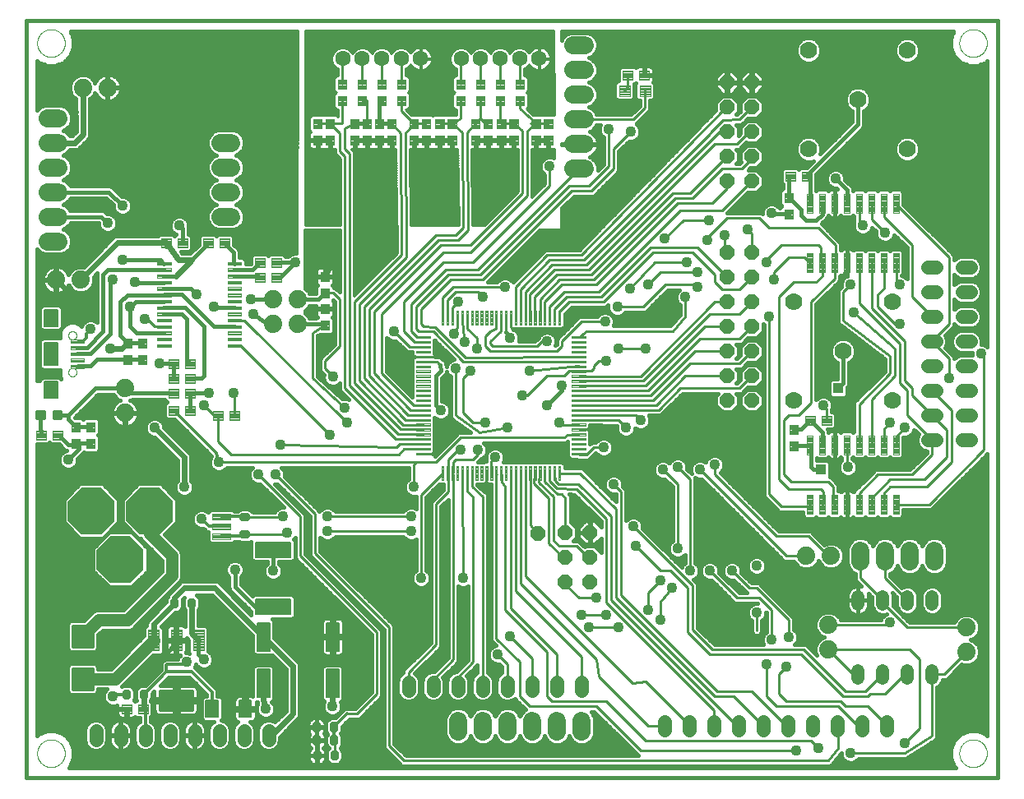
<source format=gtl>
G75*
%MOIN*%
%OFA0B0*%
%FSLAX25Y25*%
%IPPOS*%
%LPD*%
%AMOC8*
5,1,8,0,0,1.08239X$1,22.5*
%
%ADD10C,0.00000*%
%ADD11C,0.01600*%
%ADD12OC8,0.06102*%
%ADD13C,0.05600*%
%ADD14C,0.00551*%
%ADD15C,0.00472*%
%ADD16C,0.00945*%
%ADD17OC8,0.19000*%
%ADD18C,0.08268*%
%ADD19C,0.00480*%
%ADD20C,0.00866*%
%ADD21C,0.02830*%
%ADD22C,0.00402*%
%ADD23C,0.00413*%
%ADD24C,0.07400*%
%ADD25C,0.06299*%
%ADD26C,0.00394*%
%ADD27C,0.00591*%
%ADD28C,0.07400*%
%ADD29C,0.01181*%
%ADD30C,0.00390*%
%ADD31C,0.07000*%
%ADD32C,0.05200*%
%ADD33OC8,0.06000*%
%ADD34C,0.00669*%
%ADD35R,0.04362X0.04362*%
%ADD36C,0.02400*%
%ADD37C,0.01000*%
%ADD38C,0.04362*%
%ADD39C,0.02000*%
%ADD40C,0.01200*%
%ADD41C,0.05000*%
D10*
X0015746Y0015800D02*
X0015748Y0015949D01*
X0015754Y0016098D01*
X0015764Y0016247D01*
X0015778Y0016395D01*
X0015796Y0016543D01*
X0015817Y0016691D01*
X0015843Y0016838D01*
X0015873Y0016984D01*
X0015906Y0017129D01*
X0015943Y0017273D01*
X0015984Y0017417D01*
X0016029Y0017559D01*
X0016078Y0017700D01*
X0016131Y0017839D01*
X0016187Y0017977D01*
X0016246Y0018114D01*
X0016310Y0018249D01*
X0016377Y0018382D01*
X0016447Y0018513D01*
X0016521Y0018643D01*
X0016599Y0018770D01*
X0016679Y0018896D01*
X0016764Y0019019D01*
X0016851Y0019140D01*
X0016941Y0019258D01*
X0017035Y0019374D01*
X0017132Y0019488D01*
X0017231Y0019599D01*
X0017334Y0019707D01*
X0017439Y0019812D01*
X0017547Y0019915D01*
X0017658Y0020014D01*
X0017772Y0020111D01*
X0017888Y0020205D01*
X0018006Y0020295D01*
X0018127Y0020382D01*
X0018250Y0020467D01*
X0018376Y0020547D01*
X0018503Y0020625D01*
X0018633Y0020699D01*
X0018764Y0020769D01*
X0018897Y0020836D01*
X0019032Y0020900D01*
X0019169Y0020959D01*
X0019307Y0021015D01*
X0019446Y0021068D01*
X0019587Y0021117D01*
X0019729Y0021162D01*
X0019873Y0021203D01*
X0020017Y0021240D01*
X0020162Y0021273D01*
X0020308Y0021303D01*
X0020455Y0021329D01*
X0020603Y0021350D01*
X0020751Y0021368D01*
X0020899Y0021382D01*
X0021048Y0021392D01*
X0021197Y0021398D01*
X0021346Y0021400D01*
X0021495Y0021398D01*
X0021644Y0021392D01*
X0021793Y0021382D01*
X0021941Y0021368D01*
X0022089Y0021350D01*
X0022237Y0021329D01*
X0022384Y0021303D01*
X0022530Y0021273D01*
X0022675Y0021240D01*
X0022819Y0021203D01*
X0022963Y0021162D01*
X0023105Y0021117D01*
X0023246Y0021068D01*
X0023385Y0021015D01*
X0023523Y0020959D01*
X0023660Y0020900D01*
X0023795Y0020836D01*
X0023928Y0020769D01*
X0024059Y0020699D01*
X0024189Y0020625D01*
X0024316Y0020547D01*
X0024442Y0020467D01*
X0024565Y0020382D01*
X0024686Y0020295D01*
X0024804Y0020205D01*
X0024920Y0020111D01*
X0025034Y0020014D01*
X0025145Y0019915D01*
X0025253Y0019812D01*
X0025358Y0019707D01*
X0025461Y0019599D01*
X0025560Y0019488D01*
X0025657Y0019374D01*
X0025751Y0019258D01*
X0025841Y0019140D01*
X0025928Y0019019D01*
X0026013Y0018896D01*
X0026093Y0018770D01*
X0026171Y0018643D01*
X0026245Y0018513D01*
X0026315Y0018382D01*
X0026382Y0018249D01*
X0026446Y0018114D01*
X0026505Y0017977D01*
X0026561Y0017839D01*
X0026614Y0017700D01*
X0026663Y0017559D01*
X0026708Y0017417D01*
X0026749Y0017273D01*
X0026786Y0017129D01*
X0026819Y0016984D01*
X0026849Y0016838D01*
X0026875Y0016691D01*
X0026896Y0016543D01*
X0026914Y0016395D01*
X0026928Y0016247D01*
X0026938Y0016098D01*
X0026944Y0015949D01*
X0026946Y0015800D01*
X0026944Y0015651D01*
X0026938Y0015502D01*
X0026928Y0015353D01*
X0026914Y0015205D01*
X0026896Y0015057D01*
X0026875Y0014909D01*
X0026849Y0014762D01*
X0026819Y0014616D01*
X0026786Y0014471D01*
X0026749Y0014327D01*
X0026708Y0014183D01*
X0026663Y0014041D01*
X0026614Y0013900D01*
X0026561Y0013761D01*
X0026505Y0013623D01*
X0026446Y0013486D01*
X0026382Y0013351D01*
X0026315Y0013218D01*
X0026245Y0013087D01*
X0026171Y0012957D01*
X0026093Y0012830D01*
X0026013Y0012704D01*
X0025928Y0012581D01*
X0025841Y0012460D01*
X0025751Y0012342D01*
X0025657Y0012226D01*
X0025560Y0012112D01*
X0025461Y0012001D01*
X0025358Y0011893D01*
X0025253Y0011788D01*
X0025145Y0011685D01*
X0025034Y0011586D01*
X0024920Y0011489D01*
X0024804Y0011395D01*
X0024686Y0011305D01*
X0024565Y0011218D01*
X0024442Y0011133D01*
X0024316Y0011053D01*
X0024189Y0010975D01*
X0024059Y0010901D01*
X0023928Y0010831D01*
X0023795Y0010764D01*
X0023660Y0010700D01*
X0023523Y0010641D01*
X0023385Y0010585D01*
X0023246Y0010532D01*
X0023105Y0010483D01*
X0022963Y0010438D01*
X0022819Y0010397D01*
X0022675Y0010360D01*
X0022530Y0010327D01*
X0022384Y0010297D01*
X0022237Y0010271D01*
X0022089Y0010250D01*
X0021941Y0010232D01*
X0021793Y0010218D01*
X0021644Y0010208D01*
X0021495Y0010202D01*
X0021346Y0010200D01*
X0021197Y0010202D01*
X0021048Y0010208D01*
X0020899Y0010218D01*
X0020751Y0010232D01*
X0020603Y0010250D01*
X0020455Y0010271D01*
X0020308Y0010297D01*
X0020162Y0010327D01*
X0020017Y0010360D01*
X0019873Y0010397D01*
X0019729Y0010438D01*
X0019587Y0010483D01*
X0019446Y0010532D01*
X0019307Y0010585D01*
X0019169Y0010641D01*
X0019032Y0010700D01*
X0018897Y0010764D01*
X0018764Y0010831D01*
X0018633Y0010901D01*
X0018503Y0010975D01*
X0018376Y0011053D01*
X0018250Y0011133D01*
X0018127Y0011218D01*
X0018006Y0011305D01*
X0017888Y0011395D01*
X0017772Y0011489D01*
X0017658Y0011586D01*
X0017547Y0011685D01*
X0017439Y0011788D01*
X0017334Y0011893D01*
X0017231Y0012001D01*
X0017132Y0012112D01*
X0017035Y0012226D01*
X0016941Y0012342D01*
X0016851Y0012460D01*
X0016764Y0012581D01*
X0016679Y0012704D01*
X0016599Y0012830D01*
X0016521Y0012957D01*
X0016447Y0013087D01*
X0016377Y0013218D01*
X0016310Y0013351D01*
X0016246Y0013486D01*
X0016187Y0013623D01*
X0016131Y0013761D01*
X0016078Y0013900D01*
X0016029Y0014041D01*
X0015984Y0014183D01*
X0015943Y0014327D01*
X0015906Y0014471D01*
X0015873Y0014616D01*
X0015843Y0014762D01*
X0015817Y0014909D01*
X0015796Y0015057D01*
X0015778Y0015205D01*
X0015764Y0015353D01*
X0015754Y0015502D01*
X0015748Y0015651D01*
X0015746Y0015800D01*
X0028335Y0170320D02*
X0028337Y0170401D01*
X0028343Y0170483D01*
X0028353Y0170564D01*
X0028367Y0170644D01*
X0028384Y0170723D01*
X0028406Y0170802D01*
X0028431Y0170879D01*
X0028460Y0170956D01*
X0028493Y0171030D01*
X0028530Y0171103D01*
X0028569Y0171174D01*
X0028613Y0171243D01*
X0028659Y0171310D01*
X0028709Y0171374D01*
X0028762Y0171436D01*
X0028818Y0171496D01*
X0028876Y0171552D01*
X0028938Y0171606D01*
X0029002Y0171657D01*
X0029068Y0171704D01*
X0029136Y0171748D01*
X0029207Y0171789D01*
X0029279Y0171826D01*
X0029354Y0171860D01*
X0029429Y0171890D01*
X0029507Y0171916D01*
X0029585Y0171939D01*
X0029664Y0171957D01*
X0029744Y0171972D01*
X0029825Y0171983D01*
X0029906Y0171990D01*
X0029988Y0171993D01*
X0030069Y0171992D01*
X0030150Y0171987D01*
X0030231Y0171978D01*
X0030312Y0171965D01*
X0030392Y0171948D01*
X0030470Y0171928D01*
X0030548Y0171903D01*
X0030625Y0171875D01*
X0030700Y0171843D01*
X0030773Y0171808D01*
X0030844Y0171769D01*
X0030914Y0171726D01*
X0030981Y0171681D01*
X0031047Y0171632D01*
X0031109Y0171580D01*
X0031169Y0171524D01*
X0031226Y0171466D01*
X0031281Y0171406D01*
X0031332Y0171342D01*
X0031380Y0171277D01*
X0031425Y0171209D01*
X0031467Y0171139D01*
X0031505Y0171067D01*
X0031540Y0170993D01*
X0031571Y0170918D01*
X0031598Y0170841D01*
X0031621Y0170763D01*
X0031641Y0170684D01*
X0031657Y0170604D01*
X0031669Y0170523D01*
X0031677Y0170442D01*
X0031681Y0170361D01*
X0031681Y0170279D01*
X0031677Y0170198D01*
X0031669Y0170117D01*
X0031657Y0170036D01*
X0031641Y0169956D01*
X0031621Y0169877D01*
X0031598Y0169799D01*
X0031571Y0169722D01*
X0031540Y0169647D01*
X0031505Y0169573D01*
X0031467Y0169501D01*
X0031425Y0169431D01*
X0031380Y0169363D01*
X0031332Y0169298D01*
X0031281Y0169234D01*
X0031226Y0169174D01*
X0031169Y0169116D01*
X0031109Y0169060D01*
X0031047Y0169008D01*
X0030981Y0168959D01*
X0030914Y0168914D01*
X0030845Y0168871D01*
X0030773Y0168832D01*
X0030700Y0168797D01*
X0030625Y0168765D01*
X0030548Y0168737D01*
X0030470Y0168712D01*
X0030392Y0168692D01*
X0030312Y0168675D01*
X0030231Y0168662D01*
X0030150Y0168653D01*
X0030069Y0168648D01*
X0029988Y0168647D01*
X0029906Y0168650D01*
X0029825Y0168657D01*
X0029744Y0168668D01*
X0029664Y0168683D01*
X0029585Y0168701D01*
X0029507Y0168724D01*
X0029429Y0168750D01*
X0029354Y0168780D01*
X0029279Y0168814D01*
X0029207Y0168851D01*
X0029136Y0168892D01*
X0029068Y0168936D01*
X0029002Y0168983D01*
X0028938Y0169034D01*
X0028876Y0169088D01*
X0028818Y0169144D01*
X0028762Y0169204D01*
X0028709Y0169266D01*
X0028659Y0169330D01*
X0028613Y0169397D01*
X0028569Y0169466D01*
X0028530Y0169537D01*
X0028493Y0169610D01*
X0028460Y0169684D01*
X0028431Y0169761D01*
X0028406Y0169838D01*
X0028384Y0169917D01*
X0028367Y0169996D01*
X0028353Y0170076D01*
X0028343Y0170157D01*
X0028337Y0170239D01*
X0028335Y0170320D01*
X0028335Y0185280D02*
X0028337Y0185361D01*
X0028343Y0185443D01*
X0028353Y0185524D01*
X0028367Y0185604D01*
X0028384Y0185683D01*
X0028406Y0185762D01*
X0028431Y0185839D01*
X0028460Y0185916D01*
X0028493Y0185990D01*
X0028530Y0186063D01*
X0028569Y0186134D01*
X0028613Y0186203D01*
X0028659Y0186270D01*
X0028709Y0186334D01*
X0028762Y0186396D01*
X0028818Y0186456D01*
X0028876Y0186512D01*
X0028938Y0186566D01*
X0029002Y0186617D01*
X0029068Y0186664D01*
X0029136Y0186708D01*
X0029207Y0186749D01*
X0029279Y0186786D01*
X0029354Y0186820D01*
X0029429Y0186850D01*
X0029507Y0186876D01*
X0029585Y0186899D01*
X0029664Y0186917D01*
X0029744Y0186932D01*
X0029825Y0186943D01*
X0029906Y0186950D01*
X0029988Y0186953D01*
X0030069Y0186952D01*
X0030150Y0186947D01*
X0030231Y0186938D01*
X0030312Y0186925D01*
X0030392Y0186908D01*
X0030470Y0186888D01*
X0030548Y0186863D01*
X0030625Y0186835D01*
X0030700Y0186803D01*
X0030773Y0186768D01*
X0030844Y0186729D01*
X0030914Y0186686D01*
X0030981Y0186641D01*
X0031047Y0186592D01*
X0031109Y0186540D01*
X0031169Y0186484D01*
X0031226Y0186426D01*
X0031281Y0186366D01*
X0031332Y0186302D01*
X0031380Y0186237D01*
X0031425Y0186169D01*
X0031467Y0186099D01*
X0031505Y0186027D01*
X0031540Y0185953D01*
X0031571Y0185878D01*
X0031598Y0185801D01*
X0031621Y0185723D01*
X0031641Y0185644D01*
X0031657Y0185564D01*
X0031669Y0185483D01*
X0031677Y0185402D01*
X0031681Y0185321D01*
X0031681Y0185239D01*
X0031677Y0185158D01*
X0031669Y0185077D01*
X0031657Y0184996D01*
X0031641Y0184916D01*
X0031621Y0184837D01*
X0031598Y0184759D01*
X0031571Y0184682D01*
X0031540Y0184607D01*
X0031505Y0184533D01*
X0031467Y0184461D01*
X0031425Y0184391D01*
X0031380Y0184323D01*
X0031332Y0184258D01*
X0031281Y0184194D01*
X0031226Y0184134D01*
X0031169Y0184076D01*
X0031109Y0184020D01*
X0031047Y0183968D01*
X0030981Y0183919D01*
X0030914Y0183874D01*
X0030845Y0183831D01*
X0030773Y0183792D01*
X0030700Y0183757D01*
X0030625Y0183725D01*
X0030548Y0183697D01*
X0030470Y0183672D01*
X0030392Y0183652D01*
X0030312Y0183635D01*
X0030231Y0183622D01*
X0030150Y0183613D01*
X0030069Y0183608D01*
X0029988Y0183607D01*
X0029906Y0183610D01*
X0029825Y0183617D01*
X0029744Y0183628D01*
X0029664Y0183643D01*
X0029585Y0183661D01*
X0029507Y0183684D01*
X0029429Y0183710D01*
X0029354Y0183740D01*
X0029279Y0183774D01*
X0029207Y0183811D01*
X0029136Y0183852D01*
X0029068Y0183896D01*
X0029002Y0183943D01*
X0028938Y0183994D01*
X0028876Y0184048D01*
X0028818Y0184104D01*
X0028762Y0184164D01*
X0028709Y0184226D01*
X0028659Y0184290D01*
X0028613Y0184357D01*
X0028569Y0184426D01*
X0028530Y0184497D01*
X0028493Y0184570D01*
X0028460Y0184644D01*
X0028431Y0184721D01*
X0028406Y0184798D01*
X0028384Y0184877D01*
X0028367Y0184956D01*
X0028353Y0185036D01*
X0028343Y0185117D01*
X0028337Y0185199D01*
X0028335Y0185280D01*
X0015746Y0303800D02*
X0015748Y0303949D01*
X0015754Y0304098D01*
X0015764Y0304247D01*
X0015778Y0304395D01*
X0015796Y0304543D01*
X0015817Y0304691D01*
X0015843Y0304838D01*
X0015873Y0304984D01*
X0015906Y0305129D01*
X0015943Y0305273D01*
X0015984Y0305417D01*
X0016029Y0305559D01*
X0016078Y0305700D01*
X0016131Y0305839D01*
X0016187Y0305977D01*
X0016246Y0306114D01*
X0016310Y0306249D01*
X0016377Y0306382D01*
X0016447Y0306513D01*
X0016521Y0306643D01*
X0016599Y0306770D01*
X0016679Y0306896D01*
X0016764Y0307019D01*
X0016851Y0307140D01*
X0016941Y0307258D01*
X0017035Y0307374D01*
X0017132Y0307488D01*
X0017231Y0307599D01*
X0017334Y0307707D01*
X0017439Y0307812D01*
X0017547Y0307915D01*
X0017658Y0308014D01*
X0017772Y0308111D01*
X0017888Y0308205D01*
X0018006Y0308295D01*
X0018127Y0308382D01*
X0018250Y0308467D01*
X0018376Y0308547D01*
X0018503Y0308625D01*
X0018633Y0308699D01*
X0018764Y0308769D01*
X0018897Y0308836D01*
X0019032Y0308900D01*
X0019169Y0308959D01*
X0019307Y0309015D01*
X0019446Y0309068D01*
X0019587Y0309117D01*
X0019729Y0309162D01*
X0019873Y0309203D01*
X0020017Y0309240D01*
X0020162Y0309273D01*
X0020308Y0309303D01*
X0020455Y0309329D01*
X0020603Y0309350D01*
X0020751Y0309368D01*
X0020899Y0309382D01*
X0021048Y0309392D01*
X0021197Y0309398D01*
X0021346Y0309400D01*
X0021495Y0309398D01*
X0021644Y0309392D01*
X0021793Y0309382D01*
X0021941Y0309368D01*
X0022089Y0309350D01*
X0022237Y0309329D01*
X0022384Y0309303D01*
X0022530Y0309273D01*
X0022675Y0309240D01*
X0022819Y0309203D01*
X0022963Y0309162D01*
X0023105Y0309117D01*
X0023246Y0309068D01*
X0023385Y0309015D01*
X0023523Y0308959D01*
X0023660Y0308900D01*
X0023795Y0308836D01*
X0023928Y0308769D01*
X0024059Y0308699D01*
X0024189Y0308625D01*
X0024316Y0308547D01*
X0024442Y0308467D01*
X0024565Y0308382D01*
X0024686Y0308295D01*
X0024804Y0308205D01*
X0024920Y0308111D01*
X0025034Y0308014D01*
X0025145Y0307915D01*
X0025253Y0307812D01*
X0025358Y0307707D01*
X0025461Y0307599D01*
X0025560Y0307488D01*
X0025657Y0307374D01*
X0025751Y0307258D01*
X0025841Y0307140D01*
X0025928Y0307019D01*
X0026013Y0306896D01*
X0026093Y0306770D01*
X0026171Y0306643D01*
X0026245Y0306513D01*
X0026315Y0306382D01*
X0026382Y0306249D01*
X0026446Y0306114D01*
X0026505Y0305977D01*
X0026561Y0305839D01*
X0026614Y0305700D01*
X0026663Y0305559D01*
X0026708Y0305417D01*
X0026749Y0305273D01*
X0026786Y0305129D01*
X0026819Y0304984D01*
X0026849Y0304838D01*
X0026875Y0304691D01*
X0026896Y0304543D01*
X0026914Y0304395D01*
X0026928Y0304247D01*
X0026938Y0304098D01*
X0026944Y0303949D01*
X0026946Y0303800D01*
X0026944Y0303651D01*
X0026938Y0303502D01*
X0026928Y0303353D01*
X0026914Y0303205D01*
X0026896Y0303057D01*
X0026875Y0302909D01*
X0026849Y0302762D01*
X0026819Y0302616D01*
X0026786Y0302471D01*
X0026749Y0302327D01*
X0026708Y0302183D01*
X0026663Y0302041D01*
X0026614Y0301900D01*
X0026561Y0301761D01*
X0026505Y0301623D01*
X0026446Y0301486D01*
X0026382Y0301351D01*
X0026315Y0301218D01*
X0026245Y0301087D01*
X0026171Y0300957D01*
X0026093Y0300830D01*
X0026013Y0300704D01*
X0025928Y0300581D01*
X0025841Y0300460D01*
X0025751Y0300342D01*
X0025657Y0300226D01*
X0025560Y0300112D01*
X0025461Y0300001D01*
X0025358Y0299893D01*
X0025253Y0299788D01*
X0025145Y0299685D01*
X0025034Y0299586D01*
X0024920Y0299489D01*
X0024804Y0299395D01*
X0024686Y0299305D01*
X0024565Y0299218D01*
X0024442Y0299133D01*
X0024316Y0299053D01*
X0024189Y0298975D01*
X0024059Y0298901D01*
X0023928Y0298831D01*
X0023795Y0298764D01*
X0023660Y0298700D01*
X0023523Y0298641D01*
X0023385Y0298585D01*
X0023246Y0298532D01*
X0023105Y0298483D01*
X0022963Y0298438D01*
X0022819Y0298397D01*
X0022675Y0298360D01*
X0022530Y0298327D01*
X0022384Y0298297D01*
X0022237Y0298271D01*
X0022089Y0298250D01*
X0021941Y0298232D01*
X0021793Y0298218D01*
X0021644Y0298208D01*
X0021495Y0298202D01*
X0021346Y0298200D01*
X0021197Y0298202D01*
X0021048Y0298208D01*
X0020899Y0298218D01*
X0020751Y0298232D01*
X0020603Y0298250D01*
X0020455Y0298271D01*
X0020308Y0298297D01*
X0020162Y0298327D01*
X0020017Y0298360D01*
X0019873Y0298397D01*
X0019729Y0298438D01*
X0019587Y0298483D01*
X0019446Y0298532D01*
X0019307Y0298585D01*
X0019169Y0298641D01*
X0019032Y0298700D01*
X0018897Y0298764D01*
X0018764Y0298831D01*
X0018633Y0298901D01*
X0018503Y0298975D01*
X0018376Y0299053D01*
X0018250Y0299133D01*
X0018127Y0299218D01*
X0018006Y0299305D01*
X0017888Y0299395D01*
X0017772Y0299489D01*
X0017658Y0299586D01*
X0017547Y0299685D01*
X0017439Y0299788D01*
X0017334Y0299893D01*
X0017231Y0300001D01*
X0017132Y0300112D01*
X0017035Y0300226D01*
X0016941Y0300342D01*
X0016851Y0300460D01*
X0016764Y0300581D01*
X0016679Y0300704D01*
X0016599Y0300830D01*
X0016521Y0300957D01*
X0016447Y0301087D01*
X0016377Y0301218D01*
X0016310Y0301351D01*
X0016246Y0301486D01*
X0016187Y0301623D01*
X0016131Y0301761D01*
X0016078Y0301900D01*
X0016029Y0302041D01*
X0015984Y0302183D01*
X0015943Y0302327D01*
X0015906Y0302471D01*
X0015873Y0302616D01*
X0015843Y0302762D01*
X0015817Y0302909D01*
X0015796Y0303057D01*
X0015778Y0303205D01*
X0015764Y0303353D01*
X0015754Y0303502D01*
X0015748Y0303651D01*
X0015746Y0303800D01*
X0389446Y0303800D02*
X0389448Y0303949D01*
X0389454Y0304098D01*
X0389464Y0304247D01*
X0389478Y0304395D01*
X0389496Y0304543D01*
X0389517Y0304691D01*
X0389543Y0304838D01*
X0389573Y0304984D01*
X0389606Y0305129D01*
X0389643Y0305273D01*
X0389684Y0305417D01*
X0389729Y0305559D01*
X0389778Y0305700D01*
X0389831Y0305839D01*
X0389887Y0305977D01*
X0389946Y0306114D01*
X0390010Y0306249D01*
X0390077Y0306382D01*
X0390147Y0306513D01*
X0390221Y0306643D01*
X0390299Y0306770D01*
X0390379Y0306896D01*
X0390464Y0307019D01*
X0390551Y0307140D01*
X0390641Y0307258D01*
X0390735Y0307374D01*
X0390832Y0307488D01*
X0390931Y0307599D01*
X0391034Y0307707D01*
X0391139Y0307812D01*
X0391247Y0307915D01*
X0391358Y0308014D01*
X0391472Y0308111D01*
X0391588Y0308205D01*
X0391706Y0308295D01*
X0391827Y0308382D01*
X0391950Y0308467D01*
X0392076Y0308547D01*
X0392203Y0308625D01*
X0392333Y0308699D01*
X0392464Y0308769D01*
X0392597Y0308836D01*
X0392732Y0308900D01*
X0392869Y0308959D01*
X0393007Y0309015D01*
X0393146Y0309068D01*
X0393287Y0309117D01*
X0393429Y0309162D01*
X0393573Y0309203D01*
X0393717Y0309240D01*
X0393862Y0309273D01*
X0394008Y0309303D01*
X0394155Y0309329D01*
X0394303Y0309350D01*
X0394451Y0309368D01*
X0394599Y0309382D01*
X0394748Y0309392D01*
X0394897Y0309398D01*
X0395046Y0309400D01*
X0395195Y0309398D01*
X0395344Y0309392D01*
X0395493Y0309382D01*
X0395641Y0309368D01*
X0395789Y0309350D01*
X0395937Y0309329D01*
X0396084Y0309303D01*
X0396230Y0309273D01*
X0396375Y0309240D01*
X0396519Y0309203D01*
X0396663Y0309162D01*
X0396805Y0309117D01*
X0396946Y0309068D01*
X0397085Y0309015D01*
X0397223Y0308959D01*
X0397360Y0308900D01*
X0397495Y0308836D01*
X0397628Y0308769D01*
X0397759Y0308699D01*
X0397889Y0308625D01*
X0398016Y0308547D01*
X0398142Y0308467D01*
X0398265Y0308382D01*
X0398386Y0308295D01*
X0398504Y0308205D01*
X0398620Y0308111D01*
X0398734Y0308014D01*
X0398845Y0307915D01*
X0398953Y0307812D01*
X0399058Y0307707D01*
X0399161Y0307599D01*
X0399260Y0307488D01*
X0399357Y0307374D01*
X0399451Y0307258D01*
X0399541Y0307140D01*
X0399628Y0307019D01*
X0399713Y0306896D01*
X0399793Y0306770D01*
X0399871Y0306643D01*
X0399945Y0306513D01*
X0400015Y0306382D01*
X0400082Y0306249D01*
X0400146Y0306114D01*
X0400205Y0305977D01*
X0400261Y0305839D01*
X0400314Y0305700D01*
X0400363Y0305559D01*
X0400408Y0305417D01*
X0400449Y0305273D01*
X0400486Y0305129D01*
X0400519Y0304984D01*
X0400549Y0304838D01*
X0400575Y0304691D01*
X0400596Y0304543D01*
X0400614Y0304395D01*
X0400628Y0304247D01*
X0400638Y0304098D01*
X0400644Y0303949D01*
X0400646Y0303800D01*
X0400644Y0303651D01*
X0400638Y0303502D01*
X0400628Y0303353D01*
X0400614Y0303205D01*
X0400596Y0303057D01*
X0400575Y0302909D01*
X0400549Y0302762D01*
X0400519Y0302616D01*
X0400486Y0302471D01*
X0400449Y0302327D01*
X0400408Y0302183D01*
X0400363Y0302041D01*
X0400314Y0301900D01*
X0400261Y0301761D01*
X0400205Y0301623D01*
X0400146Y0301486D01*
X0400082Y0301351D01*
X0400015Y0301218D01*
X0399945Y0301087D01*
X0399871Y0300957D01*
X0399793Y0300830D01*
X0399713Y0300704D01*
X0399628Y0300581D01*
X0399541Y0300460D01*
X0399451Y0300342D01*
X0399357Y0300226D01*
X0399260Y0300112D01*
X0399161Y0300001D01*
X0399058Y0299893D01*
X0398953Y0299788D01*
X0398845Y0299685D01*
X0398734Y0299586D01*
X0398620Y0299489D01*
X0398504Y0299395D01*
X0398386Y0299305D01*
X0398265Y0299218D01*
X0398142Y0299133D01*
X0398016Y0299053D01*
X0397889Y0298975D01*
X0397759Y0298901D01*
X0397628Y0298831D01*
X0397495Y0298764D01*
X0397360Y0298700D01*
X0397223Y0298641D01*
X0397085Y0298585D01*
X0396946Y0298532D01*
X0396805Y0298483D01*
X0396663Y0298438D01*
X0396519Y0298397D01*
X0396375Y0298360D01*
X0396230Y0298327D01*
X0396084Y0298297D01*
X0395937Y0298271D01*
X0395789Y0298250D01*
X0395641Y0298232D01*
X0395493Y0298218D01*
X0395344Y0298208D01*
X0395195Y0298202D01*
X0395046Y0298200D01*
X0394897Y0298202D01*
X0394748Y0298208D01*
X0394599Y0298218D01*
X0394451Y0298232D01*
X0394303Y0298250D01*
X0394155Y0298271D01*
X0394008Y0298297D01*
X0393862Y0298327D01*
X0393717Y0298360D01*
X0393573Y0298397D01*
X0393429Y0298438D01*
X0393287Y0298483D01*
X0393146Y0298532D01*
X0393007Y0298585D01*
X0392869Y0298641D01*
X0392732Y0298700D01*
X0392597Y0298764D01*
X0392464Y0298831D01*
X0392333Y0298901D01*
X0392203Y0298975D01*
X0392076Y0299053D01*
X0391950Y0299133D01*
X0391827Y0299218D01*
X0391706Y0299305D01*
X0391588Y0299395D01*
X0391472Y0299489D01*
X0391358Y0299586D01*
X0391247Y0299685D01*
X0391139Y0299788D01*
X0391034Y0299893D01*
X0390931Y0300001D01*
X0390832Y0300112D01*
X0390735Y0300226D01*
X0390641Y0300342D01*
X0390551Y0300460D01*
X0390464Y0300581D01*
X0390379Y0300704D01*
X0390299Y0300830D01*
X0390221Y0300957D01*
X0390147Y0301087D01*
X0390077Y0301218D01*
X0390010Y0301351D01*
X0389946Y0301486D01*
X0389887Y0301623D01*
X0389831Y0301761D01*
X0389778Y0301900D01*
X0389729Y0302041D01*
X0389684Y0302183D01*
X0389643Y0302327D01*
X0389606Y0302471D01*
X0389573Y0302616D01*
X0389543Y0302762D01*
X0389517Y0302909D01*
X0389496Y0303057D01*
X0389478Y0303205D01*
X0389464Y0303353D01*
X0389454Y0303502D01*
X0389448Y0303651D01*
X0389446Y0303800D01*
X0389446Y0015800D02*
X0389448Y0015949D01*
X0389454Y0016098D01*
X0389464Y0016247D01*
X0389478Y0016395D01*
X0389496Y0016543D01*
X0389517Y0016691D01*
X0389543Y0016838D01*
X0389573Y0016984D01*
X0389606Y0017129D01*
X0389643Y0017273D01*
X0389684Y0017417D01*
X0389729Y0017559D01*
X0389778Y0017700D01*
X0389831Y0017839D01*
X0389887Y0017977D01*
X0389946Y0018114D01*
X0390010Y0018249D01*
X0390077Y0018382D01*
X0390147Y0018513D01*
X0390221Y0018643D01*
X0390299Y0018770D01*
X0390379Y0018896D01*
X0390464Y0019019D01*
X0390551Y0019140D01*
X0390641Y0019258D01*
X0390735Y0019374D01*
X0390832Y0019488D01*
X0390931Y0019599D01*
X0391034Y0019707D01*
X0391139Y0019812D01*
X0391247Y0019915D01*
X0391358Y0020014D01*
X0391472Y0020111D01*
X0391588Y0020205D01*
X0391706Y0020295D01*
X0391827Y0020382D01*
X0391950Y0020467D01*
X0392076Y0020547D01*
X0392203Y0020625D01*
X0392333Y0020699D01*
X0392464Y0020769D01*
X0392597Y0020836D01*
X0392732Y0020900D01*
X0392869Y0020959D01*
X0393007Y0021015D01*
X0393146Y0021068D01*
X0393287Y0021117D01*
X0393429Y0021162D01*
X0393573Y0021203D01*
X0393717Y0021240D01*
X0393862Y0021273D01*
X0394008Y0021303D01*
X0394155Y0021329D01*
X0394303Y0021350D01*
X0394451Y0021368D01*
X0394599Y0021382D01*
X0394748Y0021392D01*
X0394897Y0021398D01*
X0395046Y0021400D01*
X0395195Y0021398D01*
X0395344Y0021392D01*
X0395493Y0021382D01*
X0395641Y0021368D01*
X0395789Y0021350D01*
X0395937Y0021329D01*
X0396084Y0021303D01*
X0396230Y0021273D01*
X0396375Y0021240D01*
X0396519Y0021203D01*
X0396663Y0021162D01*
X0396805Y0021117D01*
X0396946Y0021068D01*
X0397085Y0021015D01*
X0397223Y0020959D01*
X0397360Y0020900D01*
X0397495Y0020836D01*
X0397628Y0020769D01*
X0397759Y0020699D01*
X0397889Y0020625D01*
X0398016Y0020547D01*
X0398142Y0020467D01*
X0398265Y0020382D01*
X0398386Y0020295D01*
X0398504Y0020205D01*
X0398620Y0020111D01*
X0398734Y0020014D01*
X0398845Y0019915D01*
X0398953Y0019812D01*
X0399058Y0019707D01*
X0399161Y0019599D01*
X0399260Y0019488D01*
X0399357Y0019374D01*
X0399451Y0019258D01*
X0399541Y0019140D01*
X0399628Y0019019D01*
X0399713Y0018896D01*
X0399793Y0018770D01*
X0399871Y0018643D01*
X0399945Y0018513D01*
X0400015Y0018382D01*
X0400082Y0018249D01*
X0400146Y0018114D01*
X0400205Y0017977D01*
X0400261Y0017839D01*
X0400314Y0017700D01*
X0400363Y0017559D01*
X0400408Y0017417D01*
X0400449Y0017273D01*
X0400486Y0017129D01*
X0400519Y0016984D01*
X0400549Y0016838D01*
X0400575Y0016691D01*
X0400596Y0016543D01*
X0400614Y0016395D01*
X0400628Y0016247D01*
X0400638Y0016098D01*
X0400644Y0015949D01*
X0400646Y0015800D01*
X0400644Y0015651D01*
X0400638Y0015502D01*
X0400628Y0015353D01*
X0400614Y0015205D01*
X0400596Y0015057D01*
X0400575Y0014909D01*
X0400549Y0014762D01*
X0400519Y0014616D01*
X0400486Y0014471D01*
X0400449Y0014327D01*
X0400408Y0014183D01*
X0400363Y0014041D01*
X0400314Y0013900D01*
X0400261Y0013761D01*
X0400205Y0013623D01*
X0400146Y0013486D01*
X0400082Y0013351D01*
X0400015Y0013218D01*
X0399945Y0013087D01*
X0399871Y0012957D01*
X0399793Y0012830D01*
X0399713Y0012704D01*
X0399628Y0012581D01*
X0399541Y0012460D01*
X0399451Y0012342D01*
X0399357Y0012226D01*
X0399260Y0012112D01*
X0399161Y0012001D01*
X0399058Y0011893D01*
X0398953Y0011788D01*
X0398845Y0011685D01*
X0398734Y0011586D01*
X0398620Y0011489D01*
X0398504Y0011395D01*
X0398386Y0011305D01*
X0398265Y0011218D01*
X0398142Y0011133D01*
X0398016Y0011053D01*
X0397889Y0010975D01*
X0397759Y0010901D01*
X0397628Y0010831D01*
X0397495Y0010764D01*
X0397360Y0010700D01*
X0397223Y0010641D01*
X0397085Y0010585D01*
X0396946Y0010532D01*
X0396805Y0010483D01*
X0396663Y0010438D01*
X0396519Y0010397D01*
X0396375Y0010360D01*
X0396230Y0010327D01*
X0396084Y0010297D01*
X0395937Y0010271D01*
X0395789Y0010250D01*
X0395641Y0010232D01*
X0395493Y0010218D01*
X0395344Y0010208D01*
X0395195Y0010202D01*
X0395046Y0010200D01*
X0394897Y0010202D01*
X0394748Y0010208D01*
X0394599Y0010218D01*
X0394451Y0010232D01*
X0394303Y0010250D01*
X0394155Y0010271D01*
X0394008Y0010297D01*
X0393862Y0010327D01*
X0393717Y0010360D01*
X0393573Y0010397D01*
X0393429Y0010438D01*
X0393287Y0010483D01*
X0393146Y0010532D01*
X0393007Y0010585D01*
X0392869Y0010641D01*
X0392732Y0010700D01*
X0392597Y0010764D01*
X0392464Y0010831D01*
X0392333Y0010901D01*
X0392203Y0010975D01*
X0392076Y0011053D01*
X0391950Y0011133D01*
X0391827Y0011218D01*
X0391706Y0011305D01*
X0391588Y0011395D01*
X0391472Y0011489D01*
X0391358Y0011586D01*
X0391247Y0011685D01*
X0391139Y0011788D01*
X0391034Y0011893D01*
X0390931Y0012001D01*
X0390832Y0012112D01*
X0390735Y0012226D01*
X0390641Y0012342D01*
X0390551Y0012460D01*
X0390464Y0012581D01*
X0390379Y0012704D01*
X0390299Y0012830D01*
X0390221Y0012957D01*
X0390147Y0013087D01*
X0390077Y0013218D01*
X0390010Y0013351D01*
X0389946Y0013486D01*
X0389887Y0013623D01*
X0389831Y0013761D01*
X0389778Y0013900D01*
X0389729Y0014041D01*
X0389684Y0014183D01*
X0389643Y0014327D01*
X0389606Y0014471D01*
X0389573Y0014616D01*
X0389543Y0014762D01*
X0389517Y0014909D01*
X0389496Y0015057D01*
X0389478Y0015205D01*
X0389464Y0015353D01*
X0389454Y0015502D01*
X0389448Y0015651D01*
X0389446Y0015800D01*
D11*
X0011346Y0005800D02*
X0011346Y0312800D01*
X0405047Y0312800D01*
X0405047Y0005800D01*
X0011346Y0005800D01*
X0028516Y0010100D02*
X0029061Y0010645D01*
X0030446Y0013990D01*
X0030446Y0017610D01*
X0029061Y0020955D01*
X0026501Y0023515D01*
X0023157Y0024900D01*
X0019536Y0024900D01*
X0016192Y0023515D01*
X0015646Y0022969D01*
X0015646Y0141231D01*
X0019963Y0141231D01*
X0020596Y0141865D01*
X0021230Y0141231D01*
X0024521Y0141231D01*
X0026312Y0139441D01*
X0026987Y0138765D01*
X0027513Y0138547D01*
X0026205Y0138005D01*
X0025141Y0136942D01*
X0024565Y0135552D01*
X0024565Y0134048D01*
X0025141Y0132658D01*
X0026205Y0131595D01*
X0027594Y0131019D01*
X0029099Y0131019D01*
X0030488Y0131595D01*
X0031552Y0132658D01*
X0032128Y0134048D01*
X0032128Y0135187D01*
X0034728Y0137787D01*
X0034729Y0137790D01*
X0034831Y0137688D01*
X0039862Y0137688D01*
X0040915Y0138741D01*
X0040915Y0144166D01*
X0040281Y0144800D01*
X0040915Y0145434D01*
X0040915Y0150859D01*
X0039862Y0151912D01*
X0034831Y0151912D01*
X0034346Y0151428D01*
X0033862Y0151912D01*
X0030975Y0151912D01*
X0030914Y0151973D01*
X0040341Y0161400D01*
X0046604Y0161400D01*
X0046853Y0160798D01*
X0048344Y0159307D01*
X0049290Y0158915D01*
X0049235Y0158897D01*
X0048464Y0158504D01*
X0047763Y0157995D01*
X0047151Y0157383D01*
X0046642Y0156683D01*
X0046249Y0155911D01*
X0045982Y0155088D01*
X0045846Y0154233D01*
X0045846Y0154000D01*
X0051146Y0154000D01*
X0051146Y0153600D01*
X0045846Y0153600D01*
X0045846Y0153367D01*
X0045982Y0152512D01*
X0046249Y0151689D01*
X0046642Y0150917D01*
X0047151Y0150217D01*
X0047763Y0149605D01*
X0048464Y0149096D01*
X0049235Y0148703D01*
X0050059Y0148435D01*
X0050914Y0148300D01*
X0051146Y0148300D01*
X0051146Y0153600D01*
X0051546Y0153600D01*
X0051546Y0148300D01*
X0051779Y0148300D01*
X0052634Y0148435D01*
X0053458Y0148703D01*
X0054229Y0149096D01*
X0054929Y0149605D01*
X0055542Y0150217D01*
X0056050Y0150917D01*
X0056443Y0151689D01*
X0056711Y0152512D01*
X0056846Y0153367D01*
X0056846Y0153600D01*
X0051547Y0153600D01*
X0051547Y0154000D01*
X0056846Y0154000D01*
X0056846Y0154233D01*
X0056711Y0155088D01*
X0056443Y0155911D01*
X0056050Y0156683D01*
X0055542Y0157383D01*
X0054929Y0157995D01*
X0054229Y0158504D01*
X0053458Y0158897D01*
X0053402Y0158915D01*
X0054349Y0159307D01*
X0054442Y0159400D01*
X0067235Y0159400D01*
X0067235Y0159284D01*
X0068219Y0158300D01*
X0067235Y0157316D01*
X0067235Y0152284D01*
X0068287Y0151231D01*
X0071457Y0151231D01*
X0086378Y0136310D01*
X0086407Y0136207D01*
X0086141Y0135942D01*
X0085565Y0134552D01*
X0085565Y0133048D01*
X0086141Y0131658D01*
X0087205Y0130595D01*
X0088594Y0130019D01*
X0090099Y0130019D01*
X0091488Y0130595D01*
X0092552Y0131658D01*
X0092569Y0131700D01*
X0102899Y0131700D01*
X0102141Y0130942D01*
X0101565Y0129552D01*
X0101565Y0128048D01*
X0102141Y0126658D01*
X0103205Y0125595D01*
X0104594Y0125019D01*
X0106099Y0125019D01*
X0106140Y0125036D01*
X0115596Y0115581D01*
X0114594Y0115581D01*
X0113205Y0115005D01*
X0112141Y0113942D01*
X0111993Y0113585D01*
X0103177Y0113585D01*
X0102368Y0114395D01*
X0101260Y0114854D01*
X0098559Y0114854D01*
X0097451Y0114395D01*
X0097053Y0113996D01*
X0095666Y0113996D01*
X0094888Y0114774D01*
X0085931Y0114774D01*
X0084872Y0113716D01*
X0084872Y0113621D01*
X0084488Y0114005D01*
X0083099Y0114581D01*
X0081594Y0114581D01*
X0080205Y0114005D01*
X0079141Y0112942D01*
X0078565Y0111552D01*
X0078565Y0110048D01*
X0079141Y0108658D01*
X0080205Y0107595D01*
X0081594Y0107019D01*
X0083016Y0107019D01*
X0084376Y0105659D01*
X0084872Y0105659D01*
X0084872Y0102002D01*
X0085931Y0100944D01*
X0094888Y0100944D01*
X0095666Y0101722D01*
X0097305Y0101722D01*
X0097451Y0101576D01*
X0098559Y0101117D01*
X0101260Y0101117D01*
X0102368Y0101576D01*
X0102463Y0101671D01*
X0102463Y0094601D01*
X0103596Y0093468D01*
X0108946Y0093468D01*
X0108946Y0092747D01*
X0108141Y0091942D01*
X0107565Y0090552D01*
X0107565Y0089048D01*
X0108141Y0087658D01*
X0109205Y0086595D01*
X0110594Y0086019D01*
X0112099Y0086019D01*
X0113488Y0086595D01*
X0114552Y0087658D01*
X0115128Y0089048D01*
X0115128Y0090552D01*
X0114552Y0091942D01*
X0113746Y0092747D01*
X0113746Y0093468D01*
X0119097Y0093468D01*
X0120230Y0094601D01*
X0120230Y0102227D01*
X0119775Y0102682D01*
X0120246Y0103153D01*
X0120246Y0094930D01*
X0121477Y0093700D01*
X0151246Y0063930D01*
X0151246Y0040670D01*
X0144536Y0033959D01*
X0142358Y0033959D01*
X0142258Y0034059D01*
X0140435Y0034059D01*
X0136627Y0030250D01*
X0135019Y0030250D01*
X0133911Y0029791D01*
X0133063Y0028943D01*
X0132604Y0027835D01*
X0132604Y0025135D01*
X0133063Y0024027D01*
X0133404Y0023686D01*
X0133216Y0023498D01*
X0132757Y0022390D01*
X0132757Y0019690D01*
X0133216Y0018582D01*
X0133833Y0017965D01*
X0133307Y0017439D01*
X0132848Y0016331D01*
X0132848Y0013631D01*
X0133307Y0012523D01*
X0134155Y0011675D01*
X0135263Y0011216D01*
X0137170Y0011216D01*
X0138278Y0011675D01*
X0139126Y0012523D01*
X0139585Y0013631D01*
X0139585Y0016331D01*
X0139126Y0017439D01*
X0138510Y0018056D01*
X0139036Y0018582D01*
X0139494Y0019690D01*
X0139494Y0022390D01*
X0139036Y0023498D01*
X0138695Y0023839D01*
X0138882Y0024027D01*
X0139341Y0025135D01*
X0139341Y0026742D01*
X0142358Y0029759D01*
X0146275Y0029759D01*
X0154216Y0037700D01*
X0155446Y0038930D01*
X0155446Y0065670D01*
X0124446Y0096670D01*
X0124446Y0112670D01*
X0112097Y0125019D01*
X0113099Y0125019D01*
X0113140Y0125036D01*
X0126246Y0111930D01*
X0126246Y0095930D01*
X0156246Y0065930D01*
X0156246Y0017930D01*
X0162246Y0011930D01*
X0163477Y0010700D01*
X0335610Y0010700D01*
X0335714Y0010617D01*
X0336463Y0010700D01*
X0337216Y0010700D01*
X0337310Y0010794D01*
X0337443Y0010809D01*
X0337914Y0011397D01*
X0338446Y0011930D01*
X0338446Y0012063D01*
X0341565Y0015962D01*
X0341565Y0015048D01*
X0342141Y0013658D01*
X0343205Y0012595D01*
X0344594Y0012019D01*
X0346099Y0012019D01*
X0347488Y0012595D01*
X0348552Y0013658D01*
X0348569Y0013700D01*
X0367116Y0013700D01*
X0367740Y0013561D01*
X0367958Y0013700D01*
X0368216Y0013700D01*
X0368668Y0014152D01*
X0378958Y0020700D01*
X0379216Y0020700D01*
X0379668Y0021152D01*
X0380208Y0021495D01*
X0380264Y0021747D01*
X0380446Y0021930D01*
X0380446Y0022569D01*
X0380585Y0023194D01*
X0380446Y0023412D01*
X0380446Y0042564D01*
X0380726Y0042679D01*
X0381907Y0043861D01*
X0382546Y0045405D01*
X0382546Y0045700D01*
X0384216Y0045700D01*
X0390390Y0051874D01*
X0391292Y0051500D01*
X0393401Y0051500D01*
X0395349Y0052307D01*
X0396840Y0053798D01*
X0397646Y0055746D01*
X0397646Y0057854D01*
X0396840Y0059802D01*
X0395349Y0061293D01*
X0394125Y0061800D01*
X0395349Y0062307D01*
X0396840Y0063798D01*
X0397646Y0065746D01*
X0397646Y0067854D01*
X0396840Y0069802D01*
X0395349Y0071293D01*
X0393401Y0072100D01*
X0391292Y0072100D01*
X0389344Y0071293D01*
X0387853Y0069802D01*
X0387480Y0068900D01*
X0369216Y0068900D01*
X0362546Y0075570D01*
X0362546Y0080195D01*
X0362239Y0080938D01*
X0364146Y0079030D01*
X0364146Y0075405D01*
X0364786Y0073861D01*
X0365967Y0072679D01*
X0367511Y0072040D01*
X0369182Y0072040D01*
X0370726Y0072679D01*
X0371907Y0073861D01*
X0372546Y0075405D01*
X0372546Y0080195D01*
X0371907Y0081739D01*
X0370726Y0082921D01*
X0369182Y0083560D01*
X0367511Y0083560D01*
X0366129Y0082987D01*
X0361446Y0087670D01*
X0361446Y0088713D01*
X0362349Y0089087D01*
X0363840Y0090578D01*
X0364346Y0091802D01*
X0364853Y0090578D01*
X0366344Y0089087D01*
X0368292Y0088280D01*
X0370401Y0088280D01*
X0372349Y0089087D01*
X0373840Y0090578D01*
X0374346Y0091802D01*
X0374853Y0090578D01*
X0376344Y0089087D01*
X0378292Y0088280D01*
X0380401Y0088280D01*
X0382349Y0089087D01*
X0383840Y0090578D01*
X0384646Y0092526D01*
X0384646Y0099074D01*
X0383840Y0101022D01*
X0382349Y0102513D01*
X0380401Y0103320D01*
X0378292Y0103320D01*
X0376344Y0102513D01*
X0374853Y0101022D01*
X0374346Y0099798D01*
X0373840Y0101022D01*
X0372349Y0102513D01*
X0370401Y0103320D01*
X0368292Y0103320D01*
X0366344Y0102513D01*
X0364853Y0101022D01*
X0364346Y0099798D01*
X0363840Y0101022D01*
X0362349Y0102513D01*
X0360401Y0103320D01*
X0358292Y0103320D01*
X0356344Y0102513D01*
X0354853Y0101022D01*
X0354346Y0099798D01*
X0353840Y0101022D01*
X0352349Y0102513D01*
X0350401Y0103320D01*
X0348292Y0103320D01*
X0346344Y0102513D01*
X0344853Y0101022D01*
X0344046Y0099074D01*
X0344046Y0092526D01*
X0344853Y0090578D01*
X0346344Y0089087D01*
X0347246Y0088713D01*
X0347246Y0085930D01*
X0349596Y0083580D01*
X0349377Y0083652D01*
X0348693Y0083760D01*
X0348347Y0083760D01*
X0348347Y0077800D01*
X0352746Y0077800D01*
X0352746Y0079706D01*
X0352638Y0080390D01*
X0352567Y0080610D01*
X0354146Y0079030D01*
X0354146Y0075405D01*
X0354786Y0073861D01*
X0355967Y0072679D01*
X0357511Y0072040D01*
X0359182Y0072040D01*
X0359857Y0072320D01*
X0359888Y0072289D01*
X0359205Y0072005D01*
X0358141Y0070942D01*
X0357709Y0069900D01*
X0341213Y0069900D01*
X0340840Y0070802D01*
X0339349Y0072293D01*
X0337401Y0073100D01*
X0335292Y0073100D01*
X0333344Y0072293D01*
X0331853Y0070802D01*
X0331046Y0068854D01*
X0331046Y0066746D01*
X0331853Y0064798D01*
X0333344Y0063307D01*
X0334568Y0062800D01*
X0333344Y0062293D01*
X0331853Y0060802D01*
X0331046Y0058854D01*
X0331046Y0056746D01*
X0331524Y0055592D01*
X0327216Y0059900D01*
X0322794Y0059900D01*
X0323552Y0060658D01*
X0324128Y0062048D01*
X0324128Y0063552D01*
X0323552Y0064942D01*
X0322488Y0066005D01*
X0322446Y0066023D01*
X0322446Y0070670D01*
X0309446Y0083670D01*
X0308216Y0084900D01*
X0305216Y0084900D01*
X0301110Y0089006D01*
X0301128Y0089048D01*
X0301128Y0090552D01*
X0300552Y0091942D01*
X0299488Y0093005D01*
X0298099Y0093581D01*
X0296594Y0093581D01*
X0295205Y0093005D01*
X0294141Y0091942D01*
X0293565Y0090552D01*
X0293565Y0089048D01*
X0294141Y0087658D01*
X0295205Y0086595D01*
X0296594Y0086019D01*
X0298099Y0086019D01*
X0298140Y0086036D01*
X0303277Y0080900D01*
X0300216Y0080900D01*
X0292110Y0089006D01*
X0292128Y0089048D01*
X0292128Y0090552D01*
X0291552Y0091942D01*
X0290488Y0093005D01*
X0289099Y0093581D01*
X0287594Y0093581D01*
X0286205Y0093005D01*
X0285141Y0091942D01*
X0284565Y0090552D01*
X0284565Y0089048D01*
X0285141Y0087658D01*
X0286205Y0086595D01*
X0287594Y0086019D01*
X0289099Y0086019D01*
X0289140Y0086036D01*
X0298477Y0076700D01*
X0307477Y0076700D01*
X0307596Y0076581D01*
X0306594Y0076581D01*
X0305205Y0076005D01*
X0304141Y0074942D01*
X0303565Y0073552D01*
X0303565Y0072048D01*
X0304141Y0070658D01*
X0305205Y0069595D01*
X0305246Y0069577D01*
X0305246Y0064851D01*
X0306477Y0063621D01*
X0308216Y0063621D01*
X0309446Y0064851D01*
X0309446Y0069577D01*
X0309488Y0069595D01*
X0310552Y0070658D01*
X0311128Y0072048D01*
X0311128Y0073049D01*
X0311246Y0072930D01*
X0311246Y0065023D01*
X0311205Y0065005D01*
X0310141Y0063942D01*
X0309565Y0062552D01*
X0309565Y0061048D01*
X0310041Y0059900D01*
X0290216Y0059900D01*
X0283446Y0066670D01*
X0283446Y0084670D01*
X0282216Y0085900D01*
X0281805Y0086311D01*
X0282488Y0086595D01*
X0283552Y0087658D01*
X0284128Y0089048D01*
X0284128Y0090552D01*
X0283552Y0091942D01*
X0282488Y0093005D01*
X0282446Y0093023D01*
X0282446Y0127494D01*
X0283594Y0127019D01*
X0285099Y0127019D01*
X0285140Y0127036D01*
X0318477Y0093700D01*
X0322480Y0093700D01*
X0322853Y0092798D01*
X0324344Y0091307D01*
X0326292Y0090500D01*
X0328401Y0090500D01*
X0330349Y0091307D01*
X0331840Y0092798D01*
X0332346Y0094022D01*
X0332853Y0092798D01*
X0334344Y0091307D01*
X0336292Y0090500D01*
X0338401Y0090500D01*
X0340349Y0091307D01*
X0341840Y0092798D01*
X0342646Y0094746D01*
X0342646Y0096854D01*
X0341840Y0098802D01*
X0340349Y0100293D01*
X0338401Y0101100D01*
X0336292Y0101100D01*
X0334683Y0100433D01*
X0330446Y0104670D01*
X0329216Y0105900D01*
X0316216Y0105900D01*
X0292505Y0129611D01*
X0293552Y0130658D01*
X0294128Y0132048D01*
X0294128Y0133552D01*
X0293552Y0134942D01*
X0292488Y0136005D01*
X0291099Y0136581D01*
X0289594Y0136581D01*
X0288205Y0136005D01*
X0287141Y0134942D01*
X0286676Y0133818D01*
X0286488Y0134005D01*
X0285099Y0134581D01*
X0283594Y0134581D01*
X0282205Y0134005D01*
X0281141Y0132942D01*
X0280565Y0131552D01*
X0280565Y0130048D01*
X0280917Y0129200D01*
X0279110Y0131006D01*
X0279128Y0131048D01*
X0279128Y0132552D01*
X0278552Y0133942D01*
X0277488Y0135005D01*
X0276099Y0135581D01*
X0274594Y0135581D01*
X0273205Y0135005D01*
X0272141Y0133942D01*
X0271968Y0133525D01*
X0271488Y0134005D01*
X0270099Y0134581D01*
X0268594Y0134581D01*
X0267205Y0134005D01*
X0266141Y0132942D01*
X0265565Y0131552D01*
X0265565Y0130048D01*
X0266141Y0128658D01*
X0267205Y0127595D01*
X0268594Y0127019D01*
X0270099Y0127019D01*
X0270140Y0127036D01*
X0273246Y0123930D01*
X0273246Y0102023D01*
X0273205Y0102005D01*
X0272141Y0100942D01*
X0271565Y0099552D01*
X0271565Y0098048D01*
X0272141Y0096658D01*
X0273205Y0095595D01*
X0274594Y0095019D01*
X0276099Y0095019D01*
X0277488Y0095595D01*
X0278246Y0096353D01*
X0278246Y0093023D01*
X0278205Y0093005D01*
X0277141Y0091942D01*
X0276858Y0091258D01*
X0261110Y0107006D01*
X0261128Y0107048D01*
X0261128Y0108552D01*
X0260552Y0109942D01*
X0259488Y0111005D01*
X0258099Y0111581D01*
X0256594Y0111581D01*
X0255205Y0111005D01*
X0254446Y0110247D01*
X0254446Y0122670D01*
X0253110Y0124006D01*
X0253128Y0124048D01*
X0253128Y0125552D01*
X0252552Y0126942D01*
X0251488Y0128005D01*
X0250099Y0128581D01*
X0248594Y0128581D01*
X0247205Y0128005D01*
X0246141Y0126942D01*
X0245565Y0125552D01*
X0245565Y0124048D01*
X0246141Y0122658D01*
X0247205Y0121595D01*
X0248594Y0121019D01*
X0250099Y0121019D01*
X0250140Y0121036D01*
X0250246Y0120930D01*
X0250246Y0117870D01*
X0236616Y0131500D01*
X0229529Y0131500D01*
X0229529Y0132898D01*
X0228474Y0133953D01*
X0204674Y0133953D01*
X0205128Y0135048D01*
X0205128Y0136552D01*
X0204552Y0137942D01*
X0203488Y0139005D01*
X0202099Y0139581D01*
X0200594Y0139581D01*
X0199205Y0139005D01*
X0198141Y0137942D01*
X0197565Y0136552D01*
X0197565Y0135048D01*
X0197680Y0134772D01*
X0197680Y0134153D01*
X0197158Y0134153D01*
X0196649Y0134016D01*
X0196539Y0133953D01*
X0194469Y0133953D01*
X0195844Y0135328D01*
X0196488Y0135595D01*
X0197552Y0136658D01*
X0198128Y0138048D01*
X0198128Y0139552D01*
X0197552Y0140942D01*
X0196794Y0141700D01*
X0230216Y0141700D01*
X0230660Y0142144D01*
X0230660Y0136138D01*
X0231715Y0135083D01*
X0234433Y0135083D01*
X0234817Y0134700D01*
X0239216Y0134700D01*
X0240446Y0135930D01*
X0242158Y0137641D01*
X0243205Y0136595D01*
X0244594Y0136019D01*
X0246099Y0136019D01*
X0247488Y0136595D01*
X0248552Y0137658D01*
X0249128Y0139048D01*
X0249128Y0140552D01*
X0248552Y0141942D01*
X0247488Y0143005D01*
X0246099Y0143581D01*
X0244594Y0143581D01*
X0243205Y0143005D01*
X0242141Y0141942D01*
X0242124Y0141900D01*
X0240477Y0141900D01*
X0239765Y0141189D01*
X0239765Y0145844D01*
X0239829Y0145954D01*
X0239965Y0146463D01*
X0239965Y0147116D01*
X0238933Y0147116D01*
X0238933Y0147117D01*
X0239965Y0147117D01*
X0239965Y0147770D01*
X0239829Y0148279D01*
X0239765Y0148389D01*
X0239765Y0148879D01*
X0250463Y0148713D01*
X0250583Y0148594D01*
X0250565Y0148552D01*
X0250565Y0147048D01*
X0251141Y0145658D01*
X0252205Y0144595D01*
X0253594Y0144019D01*
X0255099Y0144019D01*
X0256488Y0144595D01*
X0257552Y0145658D01*
X0258128Y0147048D01*
X0258128Y0147672D01*
X0258205Y0147595D01*
X0259594Y0147019D01*
X0261099Y0147019D01*
X0262488Y0147595D01*
X0263552Y0148658D01*
X0264128Y0150048D01*
X0264128Y0151552D01*
X0263573Y0152891D01*
X0268407Y0152891D01*
X0277216Y0161700D01*
X0291741Y0161700D01*
X0290746Y0160705D01*
X0290746Y0156895D01*
X0293441Y0154200D01*
X0297252Y0154200D01*
X0299946Y0156895D01*
X0299946Y0160705D01*
X0298952Y0161700D01*
X0301216Y0161700D01*
X0303716Y0164200D01*
X0307252Y0164200D01*
X0309946Y0166895D01*
X0309946Y0170705D01*
X0307252Y0173400D01*
X0303441Y0173400D01*
X0300746Y0170705D01*
X0300746Y0167170D01*
X0299477Y0165900D01*
X0298952Y0165900D01*
X0299946Y0166895D01*
X0299946Y0170705D01*
X0298952Y0171700D01*
X0301216Y0171700D01*
X0303716Y0174200D01*
X0307252Y0174200D01*
X0309946Y0176895D01*
X0309946Y0180705D01*
X0307252Y0183400D01*
X0303441Y0183400D01*
X0300746Y0180705D01*
X0300746Y0177170D01*
X0299477Y0175900D01*
X0298952Y0175900D01*
X0299946Y0176895D01*
X0299946Y0180705D01*
X0298952Y0181700D01*
X0301216Y0181700D01*
X0303716Y0184200D01*
X0307252Y0184200D01*
X0309946Y0186895D01*
X0309946Y0189853D01*
X0310205Y0189595D01*
X0310246Y0189577D01*
X0310246Y0119930D01*
X0315246Y0114930D01*
X0316477Y0113700D01*
X0325946Y0113700D01*
X0325946Y0112151D01*
X0326998Y0111100D01*
X0330695Y0111100D01*
X0331346Y0111751D01*
X0331998Y0111100D01*
X0335695Y0111100D01*
X0336346Y0111751D01*
X0336998Y0111100D01*
X0340695Y0111100D01*
X0341205Y0111610D01*
X0341516Y0111299D01*
X0341971Y0111036D01*
X0342479Y0110900D01*
X0343846Y0110900D01*
X0343846Y0116700D01*
X0343846Y0122500D01*
X0342479Y0122500D01*
X0341971Y0122364D01*
X0341516Y0122101D01*
X0341205Y0121790D01*
X0340695Y0122300D01*
X0340446Y0122300D01*
X0340446Y0124670D01*
X0339216Y0125900D01*
X0337216Y0127900D01*
X0337071Y0127900D01*
X0337128Y0127956D01*
X0337128Y0133644D01*
X0336190Y0134581D01*
X0331746Y0134581D01*
X0331746Y0135552D01*
X0331998Y0135300D01*
X0335695Y0135300D01*
X0336205Y0135810D01*
X0336516Y0135499D01*
X0336971Y0135236D01*
X0337479Y0135100D01*
X0338846Y0135100D01*
X0338846Y0140900D01*
X0338846Y0146700D01*
X0337479Y0146700D01*
X0336971Y0146564D01*
X0336516Y0146301D01*
X0336246Y0146031D01*
X0336246Y0146431D01*
X0335915Y0147231D01*
X0338406Y0147231D01*
X0339458Y0148284D01*
X0339458Y0153316D01*
X0338406Y0154368D01*
X0337793Y0154368D01*
X0337793Y0155240D01*
X0338128Y0156048D01*
X0338128Y0157552D01*
X0337552Y0158942D01*
X0336488Y0160005D01*
X0335099Y0160581D01*
X0333594Y0160581D01*
X0332205Y0160005D01*
X0331446Y0159247D01*
X0331446Y0197930D01*
X0340946Y0207430D01*
X0340946Y0209351D01*
X0341205Y0209610D01*
X0341516Y0209299D01*
X0341971Y0209036D01*
X0342479Y0208900D01*
X0343099Y0208900D01*
X0342141Y0207942D01*
X0341565Y0206552D01*
X0341565Y0205048D01*
X0341583Y0205006D01*
X0340246Y0203670D01*
X0340246Y0192010D01*
X0340149Y0191883D01*
X0340246Y0191160D01*
X0340246Y0190430D01*
X0340360Y0190317D01*
X0340381Y0190158D01*
X0340961Y0189716D01*
X0341477Y0189200D01*
X0341637Y0189200D01*
X0359246Y0175761D01*
X0359246Y0170670D01*
X0346746Y0158170D01*
X0346746Y0146248D01*
X0346346Y0145848D01*
X0345695Y0146500D01*
X0341998Y0146500D01*
X0341488Y0145990D01*
X0341176Y0146301D01*
X0340721Y0146564D01*
X0340214Y0146700D01*
X0338847Y0146700D01*
X0338847Y0140900D01*
X0338846Y0140900D01*
X0338847Y0140900D01*
X0338847Y0135100D01*
X0340214Y0135100D01*
X0340721Y0135236D01*
X0341176Y0135499D01*
X0341488Y0135810D01*
X0341746Y0135551D01*
X0341746Y0134547D01*
X0341141Y0133942D01*
X0340565Y0132552D01*
X0340565Y0131048D01*
X0341141Y0129658D01*
X0342205Y0128595D01*
X0343594Y0128019D01*
X0345099Y0128019D01*
X0346488Y0128595D01*
X0347552Y0129658D01*
X0348128Y0131048D01*
X0348128Y0132552D01*
X0347552Y0133942D01*
X0346488Y0135005D01*
X0345946Y0135230D01*
X0345946Y0135551D01*
X0346346Y0135951D01*
X0346998Y0135300D01*
X0350695Y0135300D01*
X0351346Y0135951D01*
X0351998Y0135300D01*
X0355695Y0135300D01*
X0356346Y0135951D01*
X0356998Y0135300D01*
X0360695Y0135300D01*
X0361346Y0135951D01*
X0361998Y0135300D01*
X0365695Y0135300D01*
X0366746Y0136351D01*
X0366746Y0144019D01*
X0368099Y0144019D01*
X0369488Y0144595D01*
X0370552Y0145658D01*
X0371128Y0147048D01*
X0371128Y0147049D01*
X0372921Y0145256D01*
X0372266Y0143675D01*
X0372266Y0141925D01*
X0372936Y0140308D01*
X0374174Y0139070D01*
X0375791Y0138400D01*
X0376246Y0138400D01*
X0376246Y0137670D01*
X0369477Y0130900D01*
X0355477Y0130900D01*
X0354246Y0129670D01*
X0346746Y0122170D01*
X0346746Y0122048D01*
X0346488Y0121790D01*
X0346176Y0122101D01*
X0345721Y0122364D01*
X0345214Y0122500D01*
X0343847Y0122500D01*
X0343847Y0116700D01*
X0343846Y0116700D01*
X0343847Y0116700D01*
X0343847Y0110900D01*
X0345214Y0110900D01*
X0345721Y0111036D01*
X0346176Y0111299D01*
X0346488Y0111610D01*
X0346998Y0111100D01*
X0350695Y0111100D01*
X0351346Y0111751D01*
X0351998Y0111100D01*
X0355695Y0111100D01*
X0356346Y0111751D01*
X0356998Y0111100D01*
X0360695Y0111100D01*
X0361346Y0111751D01*
X0361998Y0111100D01*
X0365695Y0111100D01*
X0366746Y0112151D01*
X0366746Y0114600D01*
X0378116Y0114600D01*
X0400216Y0136700D01*
X0400747Y0137231D01*
X0400747Y0022969D01*
X0400201Y0023515D01*
X0396857Y0024900D01*
X0393236Y0024900D01*
X0389892Y0023515D01*
X0387332Y0020955D01*
X0385946Y0017610D01*
X0385946Y0013990D01*
X0387332Y0010645D01*
X0387877Y0010100D01*
X0028516Y0010100D01*
X0029011Y0010596D02*
X0387382Y0010596D01*
X0386690Y0012194D02*
X0346521Y0012194D01*
X0344171Y0012194D02*
X0338551Y0012194D01*
X0339830Y0013793D02*
X0342085Y0013793D01*
X0341565Y0015391D02*
X0341109Y0015391D01*
X0368309Y0013793D02*
X0386028Y0013793D01*
X0385946Y0015391D02*
X0370615Y0015391D01*
X0373127Y0016990D02*
X0385946Y0016990D01*
X0386352Y0018588D02*
X0375639Y0018588D01*
X0378151Y0020187D02*
X0387014Y0020187D01*
X0388162Y0021785D02*
X0380301Y0021785D01*
X0380464Y0023384D02*
X0389761Y0023384D01*
X0380446Y0024982D02*
X0400747Y0024982D01*
X0400747Y0023384D02*
X0400332Y0023384D01*
X0400747Y0026581D02*
X0380446Y0026581D01*
X0380446Y0028179D02*
X0400747Y0028179D01*
X0400747Y0029778D02*
X0380446Y0029778D01*
X0380446Y0031376D02*
X0400747Y0031376D01*
X0400747Y0032975D02*
X0380446Y0032975D01*
X0380446Y0034573D02*
X0400747Y0034573D01*
X0400747Y0036172D02*
X0380446Y0036172D01*
X0380446Y0037770D02*
X0400747Y0037770D01*
X0400747Y0039369D02*
X0380446Y0039369D01*
X0380446Y0040967D02*
X0400747Y0040967D01*
X0400747Y0042566D02*
X0380451Y0042566D01*
X0382033Y0044164D02*
X0400747Y0044164D01*
X0400747Y0045763D02*
X0384279Y0045763D01*
X0385878Y0047361D02*
X0400747Y0047361D01*
X0400747Y0048960D02*
X0387476Y0048960D01*
X0389075Y0050558D02*
X0400747Y0050558D01*
X0400747Y0052157D02*
X0394986Y0052157D01*
X0396797Y0053755D02*
X0400747Y0053755D01*
X0400747Y0055354D02*
X0397484Y0055354D01*
X0397646Y0056952D02*
X0400747Y0056952D01*
X0400747Y0058551D02*
X0397358Y0058551D01*
X0396492Y0060149D02*
X0400747Y0060149D01*
X0400747Y0061748D02*
X0394251Y0061748D01*
X0396388Y0063346D02*
X0400747Y0063346D01*
X0400747Y0064945D02*
X0397315Y0064945D01*
X0397646Y0066543D02*
X0400747Y0066543D01*
X0400747Y0068142D02*
X0397527Y0068142D01*
X0396865Y0069740D02*
X0400747Y0069740D01*
X0400747Y0071339D02*
X0395238Y0071339D01*
X0400747Y0072937D02*
X0380984Y0072937D01*
X0380726Y0072679D02*
X0381907Y0073861D01*
X0382546Y0075405D01*
X0382546Y0080195D01*
X0381907Y0081739D01*
X0380726Y0082921D01*
X0379182Y0083560D01*
X0377511Y0083560D01*
X0375967Y0082921D01*
X0374786Y0081739D01*
X0374146Y0080195D01*
X0374146Y0075405D01*
X0374786Y0073861D01*
X0375967Y0072679D01*
X0377511Y0072040D01*
X0379182Y0072040D01*
X0380726Y0072679D01*
X0382187Y0074536D02*
X0400747Y0074536D01*
X0400747Y0076134D02*
X0382546Y0076134D01*
X0382546Y0077733D02*
X0400747Y0077733D01*
X0400747Y0079332D02*
X0382546Y0079332D01*
X0382242Y0080930D02*
X0400747Y0080930D01*
X0400747Y0082529D02*
X0381118Y0082529D01*
X0375575Y0082529D02*
X0371118Y0082529D01*
X0372242Y0080930D02*
X0374451Y0080930D01*
X0374146Y0079332D02*
X0372546Y0079332D01*
X0372546Y0077733D02*
X0374146Y0077733D01*
X0374146Y0076134D02*
X0372546Y0076134D01*
X0372187Y0074536D02*
X0374506Y0074536D01*
X0375709Y0072937D02*
X0370984Y0072937D01*
X0368376Y0069740D02*
X0387828Y0069740D01*
X0389455Y0071339D02*
X0366777Y0071339D01*
X0365709Y0072937D02*
X0365179Y0072937D01*
X0364506Y0074536D02*
X0363580Y0074536D01*
X0364146Y0076134D02*
X0362546Y0076134D01*
X0362546Y0077733D02*
X0364146Y0077733D01*
X0363845Y0079332D02*
X0362546Y0079332D01*
X0362247Y0080930D02*
X0362242Y0080930D01*
X0364989Y0084127D02*
X0400747Y0084127D01*
X0400747Y0085726D02*
X0363391Y0085726D01*
X0361792Y0087324D02*
X0400747Y0087324D01*
X0400747Y0088923D02*
X0381952Y0088923D01*
X0383783Y0090521D02*
X0400747Y0090521D01*
X0400747Y0092120D02*
X0384478Y0092120D01*
X0384646Y0093718D02*
X0400747Y0093718D01*
X0400747Y0095317D02*
X0384646Y0095317D01*
X0384646Y0096915D02*
X0400747Y0096915D01*
X0400747Y0098514D02*
X0384646Y0098514D01*
X0384217Y0100112D02*
X0400747Y0100112D01*
X0400747Y0101711D02*
X0383151Y0101711D01*
X0380427Y0103309D02*
X0400747Y0103309D01*
X0400747Y0104908D02*
X0330209Y0104908D01*
X0331807Y0103309D02*
X0348266Y0103309D01*
X0350427Y0103309D02*
X0358266Y0103309D01*
X0360427Y0103309D02*
X0368266Y0103309D01*
X0370427Y0103309D02*
X0378266Y0103309D01*
X0375542Y0101711D02*
X0373151Y0101711D01*
X0374217Y0100112D02*
X0374476Y0100112D01*
X0365542Y0101711D02*
X0363151Y0101711D01*
X0364217Y0100112D02*
X0364476Y0100112D01*
X0355542Y0101711D02*
X0353151Y0101711D01*
X0354217Y0100112D02*
X0354476Y0100112D01*
X0345542Y0101711D02*
X0333406Y0101711D01*
X0340530Y0100112D02*
X0344476Y0100112D01*
X0344046Y0098514D02*
X0341959Y0098514D01*
X0342621Y0096915D02*
X0344046Y0096915D01*
X0344046Y0095317D02*
X0342646Y0095317D01*
X0342221Y0093718D02*
X0344046Y0093718D01*
X0344215Y0092120D02*
X0341161Y0092120D01*
X0338452Y0090521D02*
X0344910Y0090521D01*
X0346741Y0088923D02*
X0309816Y0088923D01*
X0309488Y0088595D02*
X0310552Y0089658D01*
X0311128Y0091048D01*
X0311128Y0092552D01*
X0310552Y0093942D01*
X0309488Y0095005D01*
X0308099Y0095581D01*
X0306594Y0095581D01*
X0305205Y0095005D01*
X0304141Y0093942D01*
X0303565Y0092552D01*
X0303565Y0091048D01*
X0304141Y0089658D01*
X0305205Y0088595D01*
X0306594Y0088019D01*
X0308099Y0088019D01*
X0309488Y0088595D01*
X0310909Y0090521D02*
X0326241Y0090521D01*
X0328452Y0090521D02*
X0336241Y0090521D01*
X0333532Y0092120D02*
X0331161Y0092120D01*
X0332221Y0093718D02*
X0332472Y0093718D01*
X0323532Y0092120D02*
X0311128Y0092120D01*
X0310645Y0093718D02*
X0318458Y0093718D01*
X0316860Y0095317D02*
X0308737Y0095317D01*
X0305956Y0095317D02*
X0282446Y0095317D01*
X0282446Y0096915D02*
X0315261Y0096915D01*
X0313663Y0098514D02*
X0282446Y0098514D01*
X0282446Y0100112D02*
X0312064Y0100112D01*
X0310466Y0101711D02*
X0282446Y0101711D01*
X0282446Y0103309D02*
X0308867Y0103309D01*
X0307269Y0104908D02*
X0282446Y0104908D01*
X0282446Y0106506D02*
X0305670Y0106506D01*
X0304072Y0108105D02*
X0282446Y0108105D01*
X0282446Y0109703D02*
X0302473Y0109703D01*
X0300875Y0111302D02*
X0282446Y0111302D01*
X0282446Y0112900D02*
X0299276Y0112900D01*
X0297678Y0114499D02*
X0282446Y0114499D01*
X0282446Y0116097D02*
X0296079Y0116097D01*
X0294481Y0117696D02*
X0282446Y0117696D01*
X0282446Y0119294D02*
X0292882Y0119294D01*
X0291284Y0120893D02*
X0282446Y0120893D01*
X0282446Y0122491D02*
X0289685Y0122491D01*
X0288087Y0124090D02*
X0282446Y0124090D01*
X0282446Y0125688D02*
X0286488Y0125688D01*
X0282947Y0127287D02*
X0282446Y0127287D01*
X0280565Y0130484D02*
X0279632Y0130484D01*
X0279128Y0132082D02*
X0280785Y0132082D01*
X0281880Y0133681D02*
X0278660Y0133681D01*
X0276827Y0135279D02*
X0287479Y0135279D01*
X0293214Y0135279D02*
X0310246Y0135279D01*
X0310246Y0133681D02*
X0294074Y0133681D01*
X0294128Y0132082D02*
X0310246Y0132082D01*
X0310246Y0130484D02*
X0293378Y0130484D01*
X0293231Y0128885D02*
X0310246Y0128885D01*
X0310246Y0127287D02*
X0294829Y0127287D01*
X0296428Y0125688D02*
X0310246Y0125688D01*
X0310246Y0124090D02*
X0298026Y0124090D01*
X0299625Y0122491D02*
X0310246Y0122491D01*
X0310246Y0120893D02*
X0301223Y0120893D01*
X0302822Y0119294D02*
X0310882Y0119294D01*
X0312481Y0117696D02*
X0304420Y0117696D01*
X0306019Y0116097D02*
X0314079Y0116097D01*
X0315678Y0114499D02*
X0307618Y0114499D01*
X0309216Y0112900D02*
X0325946Y0112900D01*
X0326796Y0111302D02*
X0310815Y0111302D01*
X0312413Y0109703D02*
X0400747Y0109703D01*
X0400747Y0108105D02*
X0314012Y0108105D01*
X0315610Y0106506D02*
X0400747Y0106506D01*
X0400747Y0111302D02*
X0365897Y0111302D01*
X0366746Y0112900D02*
X0400747Y0112900D01*
X0400747Y0114499D02*
X0366746Y0114499D01*
X0361796Y0111302D02*
X0360897Y0111302D01*
X0356796Y0111302D02*
X0355897Y0111302D01*
X0351796Y0111302D02*
X0350897Y0111302D01*
X0346796Y0111302D02*
X0346180Y0111302D01*
X0343847Y0111302D02*
X0343846Y0111302D01*
X0343846Y0112900D02*
X0343847Y0112900D01*
X0343846Y0114499D02*
X0343847Y0114499D01*
X0343846Y0116097D02*
X0343847Y0116097D01*
X0343846Y0117696D02*
X0343847Y0117696D01*
X0343846Y0119294D02*
X0343847Y0119294D01*
X0343846Y0120893D02*
X0343847Y0120893D01*
X0343846Y0122491D02*
X0343847Y0122491D01*
X0345246Y0122491D02*
X0347068Y0122491D01*
X0348666Y0124090D02*
X0340446Y0124090D01*
X0340446Y0122491D02*
X0342446Y0122491D01*
X0339428Y0125688D02*
X0350265Y0125688D01*
X0351863Y0127287D02*
X0337829Y0127287D01*
X0337128Y0128885D02*
X0341914Y0128885D01*
X0340799Y0130484D02*
X0337128Y0130484D01*
X0337128Y0132082D02*
X0340565Y0132082D01*
X0341033Y0133681D02*
X0337090Y0133681D01*
X0336896Y0135279D02*
X0331746Y0135279D01*
X0329346Y0131800D02*
X0329346Y0140400D01*
X0328846Y0140900D01*
X0328400Y0140454D01*
X0322346Y0140454D01*
X0329346Y0131800D02*
X0330346Y0130800D01*
X0333346Y0130800D01*
X0338846Y0135279D02*
X0338847Y0135279D01*
X0338846Y0136878D02*
X0338847Y0136878D01*
X0338846Y0138476D02*
X0338847Y0138476D01*
X0338846Y0140075D02*
X0338847Y0140075D01*
X0338846Y0141673D02*
X0338847Y0141673D01*
X0338846Y0143272D02*
X0338847Y0143272D01*
X0338846Y0144870D02*
X0338847Y0144870D01*
X0338846Y0146469D02*
X0338847Y0146469D01*
X0339242Y0148068D02*
X0346746Y0148068D01*
X0346746Y0149666D02*
X0339458Y0149666D01*
X0339458Y0151265D02*
X0346746Y0151265D01*
X0346746Y0152863D02*
X0339458Y0152863D01*
X0337793Y0154462D02*
X0346746Y0154462D01*
X0346746Y0156060D02*
X0338128Y0156060D01*
X0338083Y0157659D02*
X0346746Y0157659D01*
X0347834Y0159257D02*
X0337237Y0159257D01*
X0337503Y0160019D02*
X0336565Y0160956D01*
X0336565Y0166644D01*
X0337503Y0167581D01*
X0339946Y0167581D01*
X0339946Y0174274D01*
X0339458Y0174476D01*
X0338023Y0175911D01*
X0337246Y0177786D01*
X0337246Y0179814D01*
X0338023Y0181689D01*
X0339458Y0183124D01*
X0341332Y0183900D01*
X0343361Y0183900D01*
X0345235Y0183124D01*
X0346670Y0181689D01*
X0347446Y0179814D01*
X0347446Y0177786D01*
X0346670Y0175911D01*
X0345235Y0174476D01*
X0344746Y0174274D01*
X0344746Y0165323D01*
X0344381Y0164441D01*
X0344128Y0164187D01*
X0344128Y0160956D01*
X0343190Y0160019D01*
X0337503Y0160019D01*
X0336666Y0160856D02*
X0331446Y0160856D01*
X0331446Y0162454D02*
X0336565Y0162454D01*
X0336565Y0164053D02*
X0331446Y0164053D01*
X0331446Y0165651D02*
X0336565Y0165651D01*
X0337171Y0167250D02*
X0331446Y0167250D01*
X0331446Y0168848D02*
X0339946Y0168848D01*
X0339946Y0170447D02*
X0331446Y0170447D01*
X0331446Y0172045D02*
X0339946Y0172045D01*
X0339946Y0173644D02*
X0331446Y0173644D01*
X0331446Y0175242D02*
X0338692Y0175242D01*
X0337638Y0176841D02*
X0331446Y0176841D01*
X0331446Y0178439D02*
X0337246Y0178439D01*
X0337339Y0180038D02*
X0331446Y0180038D01*
X0331446Y0181636D02*
X0338001Y0181636D01*
X0339726Y0183235D02*
X0331446Y0183235D01*
X0331446Y0184833D02*
X0347359Y0184833D01*
X0349453Y0183235D02*
X0344967Y0183235D01*
X0346692Y0181636D02*
X0351548Y0181636D01*
X0353642Y0180038D02*
X0347354Y0180038D01*
X0347446Y0178439D02*
X0355737Y0178439D01*
X0357832Y0176841D02*
X0347055Y0176841D01*
X0346001Y0175242D02*
X0359246Y0175242D01*
X0359246Y0173644D02*
X0344746Y0173644D01*
X0344746Y0172045D02*
X0359246Y0172045D01*
X0359023Y0170447D02*
X0344746Y0170447D01*
X0344746Y0168848D02*
X0357425Y0168848D01*
X0355826Y0167250D02*
X0344746Y0167250D01*
X0344746Y0165651D02*
X0354228Y0165651D01*
X0352629Y0164053D02*
X0344128Y0164053D01*
X0344128Y0162454D02*
X0351031Y0162454D01*
X0349432Y0160856D02*
X0344027Y0160856D01*
X0340346Y0163800D02*
X0342346Y0165800D01*
X0342346Y0178800D01*
X0345264Y0186432D02*
X0331446Y0186432D01*
X0331446Y0188030D02*
X0343169Y0188030D01*
X0341048Y0189629D02*
X0331446Y0189629D01*
X0331446Y0191227D02*
X0340237Y0191227D01*
X0340246Y0192826D02*
X0331446Y0192826D01*
X0331446Y0194424D02*
X0340246Y0194424D01*
X0340246Y0196023D02*
X0331446Y0196023D01*
X0331446Y0197621D02*
X0340246Y0197621D01*
X0340246Y0199220D02*
X0332736Y0199220D01*
X0334335Y0200818D02*
X0340246Y0200818D01*
X0340246Y0202417D02*
X0335933Y0202417D01*
X0337532Y0204015D02*
X0340592Y0204015D01*
X0341565Y0205614D02*
X0339130Y0205614D01*
X0340729Y0207212D02*
X0341839Y0207212D01*
X0341346Y0208800D02*
X0343284Y0210737D01*
X0343846Y0211300D01*
X0343846Y0214700D01*
X0343846Y0220500D01*
X0342479Y0220500D01*
X0341971Y0220364D01*
X0341516Y0220101D01*
X0341446Y0220031D01*
X0341446Y0222670D01*
X0333528Y0230588D01*
X0335881Y0232941D01*
X0336231Y0233784D01*
X0336516Y0233499D01*
X0336971Y0233236D01*
X0337479Y0233100D01*
X0338846Y0233100D01*
X0338846Y0238900D01*
X0338846Y0244700D01*
X0337479Y0244700D01*
X0336971Y0244564D01*
X0336516Y0244301D01*
X0336205Y0243990D01*
X0335695Y0244500D01*
X0331998Y0244500D01*
X0331346Y0243848D01*
X0331246Y0243948D01*
X0331246Y0247072D01*
X0331458Y0247284D01*
X0331458Y0250518D01*
X0349706Y0268765D01*
X0350381Y0269441D01*
X0350746Y0270323D01*
X0350746Y0276274D01*
X0351235Y0276476D01*
X0352670Y0277911D01*
X0353446Y0279786D01*
X0353446Y0281814D01*
X0352670Y0283689D01*
X0351235Y0285124D01*
X0349361Y0285900D01*
X0347332Y0285900D01*
X0345458Y0285124D01*
X0344023Y0283689D01*
X0343246Y0281814D01*
X0343246Y0279786D01*
X0344023Y0277911D01*
X0345458Y0276476D01*
X0345946Y0276274D01*
X0345946Y0271794D01*
X0333099Y0258947D01*
X0333446Y0259786D01*
X0333446Y0261814D01*
X0332670Y0263689D01*
X0331235Y0265124D01*
X0329361Y0265900D01*
X0327332Y0265900D01*
X0325458Y0265124D01*
X0324023Y0263689D01*
X0323246Y0261814D01*
X0323246Y0259786D01*
X0324023Y0257911D01*
X0325458Y0256476D01*
X0327332Y0255700D01*
X0329361Y0255700D01*
X0330200Y0256048D01*
X0327521Y0253368D01*
X0324980Y0253368D01*
X0324346Y0252735D01*
X0323713Y0253368D01*
X0318287Y0253368D01*
X0317235Y0252316D01*
X0317235Y0247284D01*
X0317946Y0246572D01*
X0317946Y0244912D01*
X0317831Y0244912D01*
X0316778Y0243859D01*
X0316778Y0238434D01*
X0317412Y0237800D01*
X0316778Y0237166D01*
X0316778Y0236854D01*
X0316588Y0236854D01*
X0316552Y0236942D01*
X0315488Y0238005D01*
X0314099Y0238581D01*
X0312594Y0238581D01*
X0311205Y0238005D01*
X0310141Y0236942D01*
X0309565Y0235552D01*
X0309565Y0234551D01*
X0309216Y0234900D01*
X0295416Y0234900D01*
X0295446Y0234930D01*
X0303716Y0243200D01*
X0307252Y0243200D01*
X0309946Y0245895D01*
X0309946Y0249705D01*
X0307252Y0252400D01*
X0303916Y0252400D01*
X0304716Y0253200D01*
X0307252Y0253200D01*
X0309946Y0255895D01*
X0309946Y0259705D01*
X0307252Y0262400D01*
X0303441Y0262400D01*
X0300746Y0259705D01*
X0300746Y0255895D01*
X0301109Y0255532D01*
X0300477Y0254900D01*
X0298952Y0254900D01*
X0299946Y0255895D01*
X0299946Y0259705D01*
X0298952Y0260700D01*
X0300216Y0260700D01*
X0301446Y0261930D01*
X0303079Y0263562D01*
X0303441Y0263200D01*
X0307252Y0263200D01*
X0309946Y0265895D01*
X0309946Y0269705D01*
X0307252Y0272400D01*
X0303441Y0272400D01*
X0300746Y0269705D01*
X0300746Y0267170D01*
X0299946Y0266370D01*
X0299946Y0269705D01*
X0299003Y0270649D01*
X0300385Y0270700D01*
X0301216Y0270700D01*
X0301248Y0270732D01*
X0301293Y0270734D01*
X0301859Y0271343D01*
X0303716Y0273200D01*
X0307252Y0273200D01*
X0309946Y0275895D01*
X0309946Y0279705D01*
X0307252Y0282400D01*
X0303441Y0282400D01*
X0300746Y0279705D01*
X0300746Y0276170D01*
X0299445Y0274868D01*
X0298900Y0274848D01*
X0299946Y0275895D01*
X0299946Y0279705D01*
X0297252Y0282400D01*
X0293441Y0282400D01*
X0290746Y0279705D01*
X0290746Y0276622D01*
X0235461Y0219900D01*
X0223204Y0219900D01*
X0223196Y0219908D01*
X0222336Y0219900D01*
X0221477Y0219900D01*
X0221468Y0219892D01*
X0221456Y0219891D01*
X0220854Y0219277D01*
X0220246Y0218670D01*
X0220246Y0218658D01*
X0208612Y0206796D01*
X0208552Y0206942D01*
X0207488Y0208005D01*
X0206099Y0208581D01*
X0204594Y0208581D01*
X0203205Y0208005D01*
X0202141Y0206942D01*
X0202124Y0206900D01*
X0198416Y0206900D01*
X0219316Y0227800D01*
X0228346Y0227800D01*
X0228346Y0236830D01*
X0233216Y0241700D01*
X0241216Y0241700D01*
X0250216Y0250700D01*
X0251446Y0251930D01*
X0251446Y0259930D01*
X0255553Y0264036D01*
X0255594Y0264019D01*
X0257099Y0264019D01*
X0258488Y0264595D01*
X0259552Y0265658D01*
X0260128Y0267048D01*
X0260128Y0268552D01*
X0259552Y0269942D01*
X0258505Y0270989D01*
X0259446Y0271930D01*
X0264139Y0276623D01*
X0264139Y0280594D01*
X0264926Y0280594D01*
X0266002Y0281669D01*
X0266002Y0287442D01*
X0265399Y0288045D01*
X0265522Y0288258D01*
X0265658Y0288765D01*
X0265658Y0290616D01*
X0261877Y0290616D01*
X0261877Y0290984D01*
X0265658Y0290984D01*
X0265658Y0292835D01*
X0265522Y0293342D01*
X0265259Y0293798D01*
X0264888Y0294170D01*
X0264432Y0294432D01*
X0263924Y0294568D01*
X0261877Y0294568D01*
X0261877Y0290984D01*
X0261509Y0290984D01*
X0261509Y0294568D01*
X0259462Y0294568D01*
X0258954Y0294432D01*
X0258498Y0294170D01*
X0258205Y0293876D01*
X0257713Y0294368D01*
X0252287Y0294368D01*
X0251235Y0293316D01*
X0251235Y0288518D01*
X0250885Y0288518D01*
X0249809Y0287442D01*
X0249809Y0281669D01*
X0250885Y0280594D01*
X0256658Y0280594D01*
X0257734Y0281669D01*
X0257734Y0287253D01*
X0258205Y0287724D01*
X0258282Y0287647D01*
X0258077Y0287442D01*
X0258077Y0281669D01*
X0259153Y0280594D01*
X0259939Y0280594D01*
X0259939Y0278363D01*
X0256477Y0274900D01*
X0242433Y0274900D01*
X0242060Y0275802D01*
X0240569Y0277293D01*
X0239345Y0277800D01*
X0240569Y0278307D01*
X0242060Y0279798D01*
X0242866Y0281746D01*
X0242866Y0283854D01*
X0242060Y0285802D01*
X0240569Y0287293D01*
X0239345Y0287800D01*
X0240569Y0288307D01*
X0242060Y0289798D01*
X0242866Y0291746D01*
X0242866Y0293854D01*
X0242060Y0295802D01*
X0240569Y0297293D01*
X0239345Y0297800D01*
X0240569Y0298307D01*
X0242060Y0299798D01*
X0242866Y0301746D01*
X0242866Y0303854D01*
X0242060Y0305802D01*
X0240569Y0307293D01*
X0238621Y0308100D01*
X0232072Y0308100D01*
X0230124Y0307293D01*
X0228633Y0305802D01*
X0228346Y0305110D01*
X0228346Y0308500D01*
X0387144Y0308500D01*
X0385946Y0305610D01*
X0385946Y0301990D01*
X0387332Y0298645D01*
X0389892Y0296085D01*
X0393236Y0294700D01*
X0396857Y0294700D01*
X0400201Y0296085D01*
X0400747Y0296631D01*
X0400747Y0180746D01*
X0400488Y0181005D01*
X0399099Y0181581D01*
X0398284Y0181581D01*
X0398426Y0181925D01*
X0398426Y0183675D01*
X0397757Y0185292D01*
X0396519Y0186530D01*
X0394902Y0187200D01*
X0389791Y0187200D01*
X0388174Y0186530D01*
X0386936Y0185292D01*
X0386266Y0183675D01*
X0386266Y0181925D01*
X0386936Y0180308D01*
X0388174Y0179070D01*
X0389791Y0178400D01*
X0394565Y0178400D01*
X0394565Y0177200D01*
X0389791Y0177200D01*
X0388174Y0176530D01*
X0387446Y0175803D01*
X0387446Y0176670D01*
X0383772Y0180344D01*
X0384426Y0181925D01*
X0384426Y0183675D01*
X0383772Y0185256D01*
X0387446Y0188930D01*
X0387446Y0189797D01*
X0388174Y0189070D01*
X0389791Y0188400D01*
X0394902Y0188400D01*
X0396519Y0189070D01*
X0397757Y0190308D01*
X0398426Y0191925D01*
X0398426Y0193675D01*
X0397757Y0195292D01*
X0396519Y0196530D01*
X0394902Y0197200D01*
X0389791Y0197200D01*
X0388174Y0196530D01*
X0387446Y0195803D01*
X0387446Y0199797D01*
X0388174Y0199070D01*
X0389791Y0198400D01*
X0394902Y0198400D01*
X0396519Y0199070D01*
X0397757Y0200308D01*
X0398426Y0201925D01*
X0398426Y0203675D01*
X0397757Y0205292D01*
X0396519Y0206530D01*
X0394902Y0207200D01*
X0389791Y0207200D01*
X0388174Y0206530D01*
X0387446Y0205803D01*
X0387446Y0209797D01*
X0388174Y0209070D01*
X0389791Y0208400D01*
X0394902Y0208400D01*
X0396519Y0209070D01*
X0397757Y0210308D01*
X0398426Y0211925D01*
X0398426Y0213675D01*
X0397757Y0215292D01*
X0396519Y0216530D01*
X0394902Y0217200D01*
X0389791Y0217200D01*
X0388174Y0216530D01*
X0387446Y0215803D01*
X0387446Y0217670D01*
X0386216Y0218900D01*
X0366746Y0238370D01*
X0366746Y0243449D01*
X0365695Y0244500D01*
X0361998Y0244500D01*
X0361346Y0243848D01*
X0360695Y0244500D01*
X0356998Y0244500D01*
X0356346Y0243848D01*
X0355695Y0244500D01*
X0351998Y0244500D01*
X0351346Y0243848D01*
X0350695Y0244500D01*
X0346998Y0244500D01*
X0346346Y0243848D01*
X0346246Y0243949D01*
X0346246Y0244777D01*
X0345881Y0245659D01*
X0343128Y0248413D01*
X0343128Y0249552D01*
X0342552Y0250942D01*
X0341488Y0252005D01*
X0340099Y0252581D01*
X0338594Y0252581D01*
X0337205Y0252005D01*
X0336141Y0250942D01*
X0335565Y0249552D01*
X0335565Y0248048D01*
X0336141Y0246658D01*
X0337205Y0245595D01*
X0338594Y0245019D01*
X0339733Y0245019D01*
X0340052Y0244700D01*
X0338847Y0244700D01*
X0338847Y0238900D01*
X0338846Y0238900D01*
X0338847Y0238900D01*
X0338847Y0233100D01*
X0340214Y0233100D01*
X0340721Y0233236D01*
X0341176Y0233499D01*
X0341488Y0233810D01*
X0341998Y0233300D01*
X0345695Y0233300D01*
X0346346Y0233951D01*
X0346746Y0233551D01*
X0346746Y0230989D01*
X0346565Y0230552D01*
X0346565Y0229048D01*
X0347141Y0227658D01*
X0348205Y0226595D01*
X0349594Y0226019D01*
X0351099Y0226019D01*
X0352488Y0226595D01*
X0353552Y0227658D01*
X0354128Y0229048D01*
X0354128Y0229049D01*
X0355583Y0227594D01*
X0355565Y0227552D01*
X0355565Y0226048D01*
X0356141Y0224658D01*
X0357205Y0223595D01*
X0358594Y0223019D01*
X0360099Y0223019D01*
X0361488Y0223595D01*
X0362552Y0224658D01*
X0363128Y0226048D01*
X0363128Y0226049D01*
X0368246Y0220930D01*
X0368246Y0208247D01*
X0367488Y0209005D01*
X0366153Y0209558D01*
X0366746Y0210151D01*
X0366746Y0219249D01*
X0365695Y0220300D01*
X0361998Y0220300D01*
X0361346Y0219648D01*
X0360695Y0220300D01*
X0356998Y0220300D01*
X0356346Y0219648D01*
X0355695Y0220300D01*
X0351998Y0220300D01*
X0351346Y0219648D01*
X0350695Y0220300D01*
X0346998Y0220300D01*
X0346488Y0219790D01*
X0346176Y0220101D01*
X0345721Y0220364D01*
X0345214Y0220500D01*
X0343847Y0220500D01*
X0343847Y0214700D01*
X0343846Y0214700D01*
X0343846Y0209271D01*
X0343847Y0209271D01*
X0343847Y0214700D01*
X0343846Y0214700D01*
X0343846Y0215205D02*
X0343847Y0215205D01*
X0343846Y0216803D02*
X0343847Y0216803D01*
X0343846Y0218402D02*
X0343847Y0218402D01*
X0343846Y0220001D02*
X0343847Y0220001D01*
X0346277Y0220001D02*
X0346698Y0220001D01*
X0350994Y0220001D02*
X0351698Y0220001D01*
X0355994Y0220001D02*
X0356698Y0220001D01*
X0358163Y0223198D02*
X0340919Y0223198D01*
X0341446Y0221599D02*
X0367578Y0221599D01*
X0368246Y0220001D02*
X0365994Y0220001D01*
X0366746Y0218402D02*
X0368246Y0218402D01*
X0368246Y0216803D02*
X0366746Y0216803D01*
X0366746Y0215205D02*
X0368246Y0215205D01*
X0368246Y0213606D02*
X0366746Y0213606D01*
X0366746Y0212008D02*
X0368246Y0212008D01*
X0368246Y0210409D02*
X0366746Y0210409D01*
X0367683Y0208811D02*
X0368246Y0208811D01*
X0361698Y0220001D02*
X0360994Y0220001D01*
X0360530Y0223198D02*
X0365979Y0223198D01*
X0364381Y0224796D02*
X0362609Y0224796D01*
X0356084Y0224796D02*
X0339320Y0224796D01*
X0337722Y0226395D02*
X0348687Y0226395D01*
X0347002Y0227993D02*
X0336123Y0227993D01*
X0334525Y0229592D02*
X0346565Y0229592D01*
X0346746Y0231190D02*
X0334131Y0231190D01*
X0335729Y0232789D02*
X0346746Y0232789D01*
X0343846Y0238900D02*
X0343846Y0244300D01*
X0339346Y0248800D01*
X0335565Y0248774D02*
X0331458Y0248774D01*
X0331458Y0250372D02*
X0335905Y0250372D01*
X0337170Y0251971D02*
X0332911Y0251971D01*
X0334510Y0253569D02*
X0400747Y0253569D01*
X0400747Y0251971D02*
X0341523Y0251971D01*
X0342788Y0250372D02*
X0400747Y0250372D01*
X0400747Y0248774D02*
X0343128Y0248774D01*
X0344365Y0247175D02*
X0400747Y0247175D01*
X0400747Y0245577D02*
X0345915Y0245577D01*
X0346246Y0243978D02*
X0346476Y0243978D01*
X0351217Y0243978D02*
X0351476Y0243978D01*
X0356217Y0243978D02*
X0356476Y0243978D01*
X0361217Y0243978D02*
X0361476Y0243978D01*
X0366217Y0243978D02*
X0400747Y0243978D01*
X0400747Y0242380D02*
X0366746Y0242380D01*
X0366746Y0240781D02*
X0400747Y0240781D01*
X0400747Y0239183D02*
X0366746Y0239183D01*
X0367532Y0237584D02*
X0400747Y0237584D01*
X0400747Y0235986D02*
X0369131Y0235986D01*
X0370729Y0234387D02*
X0400747Y0234387D01*
X0400747Y0232789D02*
X0372328Y0232789D01*
X0373926Y0231190D02*
X0400747Y0231190D01*
X0400747Y0229592D02*
X0375525Y0229592D01*
X0377123Y0227993D02*
X0400747Y0227993D01*
X0400747Y0226395D02*
X0378722Y0226395D01*
X0380320Y0224796D02*
X0400747Y0224796D01*
X0400747Y0223198D02*
X0381919Y0223198D01*
X0383517Y0221599D02*
X0400747Y0221599D01*
X0400747Y0220001D02*
X0385116Y0220001D01*
X0386714Y0218402D02*
X0400747Y0218402D01*
X0400747Y0216803D02*
X0395859Y0216803D01*
X0397793Y0215205D02*
X0400747Y0215205D01*
X0400747Y0213606D02*
X0398426Y0213606D01*
X0398426Y0212008D02*
X0400747Y0212008D01*
X0400747Y0210409D02*
X0397799Y0210409D01*
X0395894Y0208811D02*
X0400747Y0208811D01*
X0400747Y0207212D02*
X0387446Y0207212D01*
X0387446Y0208811D02*
X0388799Y0208811D01*
X0388834Y0216803D02*
X0387446Y0216803D01*
X0397435Y0205614D02*
X0400747Y0205614D01*
X0400747Y0204015D02*
X0398286Y0204015D01*
X0398426Y0202417D02*
X0400747Y0202417D01*
X0400747Y0200818D02*
X0397968Y0200818D01*
X0396669Y0199220D02*
X0400747Y0199220D01*
X0400747Y0197621D02*
X0387446Y0197621D01*
X0387446Y0196023D02*
X0387667Y0196023D01*
X0387446Y0199220D02*
X0388024Y0199220D01*
X0397026Y0196023D02*
X0400747Y0196023D01*
X0400747Y0194424D02*
X0398116Y0194424D01*
X0398426Y0192826D02*
X0400747Y0192826D01*
X0400747Y0191227D02*
X0398138Y0191227D01*
X0397078Y0189629D02*
X0400747Y0189629D01*
X0400747Y0188030D02*
X0386547Y0188030D01*
X0387446Y0189629D02*
X0387615Y0189629D01*
X0388076Y0186432D02*
X0384948Y0186432D01*
X0383947Y0184833D02*
X0386746Y0184833D01*
X0386266Y0183235D02*
X0384426Y0183235D01*
X0384307Y0181636D02*
X0386386Y0181636D01*
X0387206Y0180038D02*
X0384079Y0180038D01*
X0385677Y0178439D02*
X0389697Y0178439D01*
X0388924Y0176841D02*
X0387276Y0176841D01*
X0398307Y0181636D02*
X0400747Y0181636D01*
X0400747Y0183235D02*
X0398426Y0183235D01*
X0397947Y0184833D02*
X0400747Y0184833D01*
X0400747Y0186432D02*
X0396617Y0186432D01*
X0355565Y0226395D02*
X0352005Y0226395D01*
X0353691Y0227993D02*
X0355184Y0227993D01*
X0338847Y0234387D02*
X0338846Y0234387D01*
X0338846Y0235986D02*
X0338847Y0235986D01*
X0338846Y0237584D02*
X0338847Y0237584D01*
X0338846Y0239183D02*
X0338847Y0239183D01*
X0338846Y0240781D02*
X0338847Y0240781D01*
X0338846Y0242380D02*
X0338847Y0242380D01*
X0338846Y0243978D02*
X0338847Y0243978D01*
X0337248Y0245577D02*
X0331246Y0245577D01*
X0331246Y0243978D02*
X0331476Y0243978D01*
X0331349Y0247175D02*
X0335927Y0247175D01*
X0328846Y0248646D02*
X0327693Y0249800D01*
X0327693Y0250146D01*
X0348346Y0270800D01*
X0348346Y0280800D01*
X0343246Y0280744D02*
X0308908Y0280744D01*
X0309946Y0279145D02*
X0343512Y0279145D01*
X0344387Y0277547D02*
X0309946Y0277547D01*
X0309946Y0275948D02*
X0345946Y0275948D01*
X0345946Y0274350D02*
X0308402Y0274350D01*
X0308499Y0271153D02*
X0345305Y0271153D01*
X0345946Y0272751D02*
X0303268Y0272751D01*
X0302194Y0271153D02*
X0301683Y0271153D01*
X0300746Y0269554D02*
X0299946Y0269554D01*
X0299946Y0267956D02*
X0300746Y0267956D01*
X0302677Y0263160D02*
X0323804Y0263160D01*
X0323246Y0261562D02*
X0308090Y0261562D01*
X0309689Y0259963D02*
X0323246Y0259963D01*
X0323835Y0258365D02*
X0309946Y0258365D01*
X0309946Y0256766D02*
X0325168Y0256766D01*
X0327722Y0253569D02*
X0307621Y0253569D01*
X0307681Y0251971D02*
X0317235Y0251971D01*
X0317235Y0250372D02*
X0309280Y0250372D01*
X0309946Y0248774D02*
X0317235Y0248774D01*
X0317343Y0247175D02*
X0309946Y0247175D01*
X0309629Y0245577D02*
X0317946Y0245577D01*
X0316897Y0243978D02*
X0308030Y0243978D01*
X0302896Y0242380D02*
X0316778Y0242380D01*
X0316778Y0240781D02*
X0301297Y0240781D01*
X0299699Y0239183D02*
X0316778Y0239183D01*
X0317196Y0237584D02*
X0315910Y0237584D01*
X0313346Y0234800D02*
X0313693Y0234454D01*
X0320346Y0234454D01*
X0325346Y0233800D02*
X0327346Y0231800D01*
X0331346Y0231800D01*
X0333846Y0234300D01*
X0333846Y0238900D01*
X0328846Y0238900D02*
X0328846Y0248646D01*
X0321000Y0249800D02*
X0320346Y0249146D01*
X0320346Y0241146D01*
X0325346Y0236146D01*
X0325346Y0233800D01*
X0310783Y0237584D02*
X0298100Y0237584D01*
X0296502Y0235986D02*
X0309745Y0235986D01*
X0309220Y0255168D02*
X0329320Y0255168D01*
X0336108Y0255168D02*
X0400747Y0255168D01*
X0400747Y0256766D02*
X0371525Y0256766D01*
X0371235Y0256476D02*
X0372670Y0257911D01*
X0373446Y0259786D01*
X0373446Y0261814D01*
X0372670Y0263689D01*
X0371235Y0265124D01*
X0369361Y0265900D01*
X0367332Y0265900D01*
X0365458Y0265124D01*
X0364023Y0263689D01*
X0363246Y0261814D01*
X0363246Y0259786D01*
X0364023Y0257911D01*
X0365458Y0256476D01*
X0367332Y0255700D01*
X0369361Y0255700D01*
X0371235Y0256476D01*
X0372858Y0258365D02*
X0400747Y0258365D01*
X0400747Y0259963D02*
X0373446Y0259963D01*
X0373446Y0261562D02*
X0400747Y0261562D01*
X0400747Y0263160D02*
X0372889Y0263160D01*
X0371600Y0264759D02*
X0400747Y0264759D01*
X0400747Y0266357D02*
X0347298Y0266357D01*
X0345699Y0264759D02*
X0365093Y0264759D01*
X0363804Y0263160D02*
X0344101Y0263160D01*
X0342502Y0261562D02*
X0363246Y0261562D01*
X0363246Y0259963D02*
X0340904Y0259963D01*
X0339305Y0258365D02*
X0363835Y0258365D01*
X0365168Y0256766D02*
X0337707Y0256766D01*
X0334116Y0259963D02*
X0333446Y0259963D01*
X0333446Y0261562D02*
X0335714Y0261562D01*
X0337313Y0263160D02*
X0332889Y0263160D01*
X0331600Y0264759D02*
X0338911Y0264759D01*
X0340510Y0266357D02*
X0309946Y0266357D01*
X0309946Y0267956D02*
X0342108Y0267956D01*
X0343707Y0269554D02*
X0309946Y0269554D01*
X0308811Y0264759D02*
X0325093Y0264759D01*
X0348896Y0267956D02*
X0400747Y0267956D01*
X0400747Y0269554D02*
X0350428Y0269554D01*
X0350746Y0271153D02*
X0400747Y0271153D01*
X0400747Y0272751D02*
X0350746Y0272751D01*
X0350746Y0274350D02*
X0400747Y0274350D01*
X0400747Y0275948D02*
X0350746Y0275948D01*
X0352306Y0277547D02*
X0400747Y0277547D01*
X0400747Y0279145D02*
X0353181Y0279145D01*
X0353446Y0280744D02*
X0400747Y0280744D01*
X0400747Y0282342D02*
X0353228Y0282342D01*
X0352418Y0283941D02*
X0400747Y0283941D01*
X0400747Y0285539D02*
X0350231Y0285539D01*
X0346462Y0285539D02*
X0309874Y0285539D01*
X0310146Y0285812D02*
X0310146Y0287600D01*
X0305547Y0287600D01*
X0305547Y0288000D01*
X0310146Y0288000D01*
X0310146Y0289788D01*
X0307335Y0292600D01*
X0305546Y0292600D01*
X0305546Y0288000D01*
X0305146Y0288000D01*
X0305146Y0287600D01*
X0300546Y0287600D01*
X0300546Y0285812D01*
X0303358Y0283000D01*
X0305146Y0283000D01*
X0305146Y0287600D01*
X0305546Y0287600D01*
X0305546Y0283000D01*
X0307335Y0283000D01*
X0310146Y0285812D01*
X0310146Y0287138D02*
X0400747Y0287138D01*
X0400747Y0288737D02*
X0310146Y0288737D01*
X0309600Y0290335D02*
X0400747Y0290335D01*
X0400747Y0291934D02*
X0308001Y0291934D01*
X0305546Y0291934D02*
X0305146Y0291934D01*
X0305146Y0292600D02*
X0303358Y0292600D01*
X0300546Y0289788D01*
X0300546Y0288000D01*
X0305146Y0288000D01*
X0305146Y0292600D01*
X0305146Y0290335D02*
X0305546Y0290335D01*
X0305546Y0288737D02*
X0305146Y0288737D01*
X0305146Y0287138D02*
X0305546Y0287138D01*
X0305546Y0285539D02*
X0305146Y0285539D01*
X0305146Y0283941D02*
X0305546Y0283941D01*
X0307309Y0282342D02*
X0343465Y0282342D01*
X0344275Y0283941D02*
X0308276Y0283941D01*
X0303384Y0282342D02*
X0297309Y0282342D01*
X0297335Y0283000D02*
X0300146Y0285812D01*
X0300146Y0287600D01*
X0295547Y0287600D01*
X0295547Y0288000D01*
X0300146Y0288000D01*
X0300146Y0289788D01*
X0297335Y0292600D01*
X0295546Y0292600D01*
X0295546Y0288000D01*
X0295146Y0288000D01*
X0295146Y0287600D01*
X0290546Y0287600D01*
X0290546Y0285812D01*
X0293358Y0283000D01*
X0295146Y0283000D01*
X0295146Y0287600D01*
X0295546Y0287600D01*
X0295546Y0283000D01*
X0297335Y0283000D01*
X0298276Y0283941D02*
X0302417Y0283941D01*
X0300819Y0285539D02*
X0299874Y0285539D01*
X0300146Y0287138D02*
X0300546Y0287138D01*
X0300546Y0288737D02*
X0300146Y0288737D01*
X0299600Y0290335D02*
X0301093Y0290335D01*
X0302692Y0291934D02*
X0298001Y0291934D01*
X0295546Y0291934D02*
X0295146Y0291934D01*
X0295146Y0292600D02*
X0293358Y0292600D01*
X0290546Y0289788D01*
X0290546Y0288000D01*
X0295146Y0288000D01*
X0295146Y0292600D01*
X0295146Y0290335D02*
X0295546Y0290335D01*
X0295546Y0288737D02*
X0295146Y0288737D01*
X0295146Y0287138D02*
X0295546Y0287138D01*
X0295546Y0285539D02*
X0295146Y0285539D01*
X0295146Y0283941D02*
X0295546Y0283941D01*
X0293384Y0282342D02*
X0266002Y0282342D01*
X0266002Y0283941D02*
X0292417Y0283941D01*
X0290819Y0285539D02*
X0266002Y0285539D01*
X0266002Y0287138D02*
X0290546Y0287138D01*
X0290546Y0288737D02*
X0265650Y0288737D01*
X0265658Y0290335D02*
X0291093Y0290335D01*
X0292692Y0291934D02*
X0265658Y0291934D01*
X0265413Y0293532D02*
X0400747Y0293532D01*
X0400747Y0295131D02*
X0397896Y0295131D01*
X0392197Y0295131D02*
X0242338Y0295131D01*
X0242866Y0293532D02*
X0251451Y0293532D01*
X0251235Y0291934D02*
X0242866Y0291934D01*
X0242282Y0290335D02*
X0251235Y0290335D01*
X0251235Y0288737D02*
X0240998Y0288737D01*
X0240724Y0287138D02*
X0249809Y0287138D01*
X0249809Y0285539D02*
X0242168Y0285539D01*
X0242831Y0283941D02*
X0249809Y0283941D01*
X0249809Y0282342D02*
X0242866Y0282342D01*
X0242451Y0280744D02*
X0250735Y0280744D01*
X0256808Y0280744D02*
X0259003Y0280744D01*
X0258077Y0282342D02*
X0257734Y0282342D01*
X0257734Y0283941D02*
X0258077Y0283941D01*
X0258077Y0285539D02*
X0257734Y0285539D01*
X0257734Y0287138D02*
X0258077Y0287138D01*
X0261509Y0291934D02*
X0261877Y0291934D01*
X0261877Y0293532D02*
X0261509Y0293532D01*
X0265076Y0280744D02*
X0291785Y0280744D01*
X0290746Y0279145D02*
X0264139Y0279145D01*
X0264139Y0277547D02*
X0290746Y0277547D01*
X0290090Y0275948D02*
X0263465Y0275948D01*
X0261866Y0274350D02*
X0288532Y0274350D01*
X0286974Y0272751D02*
X0260268Y0272751D01*
X0258669Y0271153D02*
X0285416Y0271153D01*
X0283858Y0269554D02*
X0259712Y0269554D01*
X0260128Y0267956D02*
X0282300Y0267956D01*
X0280742Y0266357D02*
X0259842Y0266357D01*
X0258653Y0264759D02*
X0279184Y0264759D01*
X0277626Y0263160D02*
X0254677Y0263160D01*
X0253078Y0261562D02*
X0276068Y0261562D01*
X0274510Y0259963D02*
X0251480Y0259963D01*
X0251446Y0258365D02*
X0272952Y0258365D01*
X0271394Y0256766D02*
X0251446Y0256766D01*
X0251446Y0255168D02*
X0269836Y0255168D01*
X0268278Y0253569D02*
X0251446Y0253569D01*
X0251446Y0251971D02*
X0266720Y0251971D01*
X0265162Y0250372D02*
X0249889Y0250372D01*
X0248290Y0248774D02*
X0263604Y0248774D01*
X0262046Y0247175D02*
X0246692Y0247175D01*
X0245093Y0245577D02*
X0260487Y0245577D01*
X0258929Y0243978D02*
X0243494Y0243978D01*
X0241896Y0242380D02*
X0257371Y0242380D01*
X0255813Y0240781D02*
X0232297Y0240781D01*
X0230699Y0239183D02*
X0254255Y0239183D01*
X0252697Y0237584D02*
X0229100Y0237584D01*
X0228346Y0235986D02*
X0251139Y0235986D01*
X0249581Y0234387D02*
X0228346Y0234387D01*
X0228346Y0232789D02*
X0248023Y0232789D01*
X0246465Y0231190D02*
X0228346Y0231190D01*
X0228346Y0229592D02*
X0244907Y0229592D01*
X0243349Y0227993D02*
X0228346Y0227993D01*
X0217911Y0226395D02*
X0241791Y0226395D01*
X0240233Y0224796D02*
X0216312Y0224796D01*
X0214714Y0223198D02*
X0238675Y0223198D01*
X0237117Y0221599D02*
X0213115Y0221599D01*
X0211517Y0220001D02*
X0235559Y0220001D01*
X0219995Y0218402D02*
X0209918Y0218402D01*
X0208320Y0216803D02*
X0218428Y0216803D01*
X0216860Y0215205D02*
X0206721Y0215205D01*
X0205123Y0213606D02*
X0215292Y0213606D01*
X0213724Y0212008D02*
X0203524Y0212008D01*
X0201926Y0210409D02*
X0212157Y0210409D01*
X0210589Y0208811D02*
X0200327Y0208811D01*
X0198729Y0207212D02*
X0202412Y0207212D01*
X0208281Y0207212D02*
X0209021Y0207212D01*
X0229529Y0194013D02*
X0229529Y0188894D01*
X0228474Y0187839D01*
X0208926Y0187839D01*
X0208824Y0187781D01*
X0209488Y0187505D01*
X0210552Y0186442D01*
X0211128Y0185052D01*
X0211128Y0183548D01*
X0210859Y0182900D01*
X0217477Y0182900D01*
X0218874Y0184297D01*
X0219141Y0184942D01*
X0220205Y0186005D01*
X0221594Y0186581D01*
X0223099Y0186581D01*
X0224488Y0186005D01*
X0225552Y0184942D01*
X0226128Y0183552D01*
X0226128Y0182048D01*
X0225776Y0181200D01*
X0226246Y0181670D01*
X0226246Y0183670D01*
X0227477Y0184900D01*
X0235477Y0192900D01*
X0242624Y0192900D01*
X0242641Y0192942D01*
X0243705Y0194005D01*
X0245094Y0194581D01*
X0246599Y0194581D01*
X0247988Y0194005D01*
X0249052Y0192942D01*
X0249628Y0191552D01*
X0249628Y0190048D01*
X0249256Y0189150D01*
X0272390Y0189150D01*
X0276246Y0193585D01*
X0276246Y0197577D01*
X0276205Y0197595D01*
X0275141Y0198658D01*
X0274565Y0200048D01*
X0274565Y0201552D01*
X0275141Y0202942D01*
X0275899Y0203700D01*
X0271216Y0203700D01*
X0262216Y0194700D01*
X0254069Y0194700D01*
X0254052Y0194658D01*
X0252988Y0193595D01*
X0251599Y0193019D01*
X0250094Y0193019D01*
X0248705Y0193595D01*
X0247641Y0194658D01*
X0247065Y0196048D01*
X0247065Y0197549D01*
X0246216Y0196700D01*
X0232216Y0196700D01*
X0229529Y0194013D01*
X0229941Y0194424D02*
X0244716Y0194424D01*
X0246977Y0194424D02*
X0247875Y0194424D01*
X0247076Y0196023D02*
X0231539Y0196023D01*
X0229529Y0192826D02*
X0235402Y0192826D01*
X0233804Y0191227D02*
X0229529Y0191227D01*
X0229529Y0189629D02*
X0232205Y0189629D01*
X0230607Y0188030D02*
X0228665Y0188030D01*
X0229008Y0186432D02*
X0223459Y0186432D01*
X0221234Y0186432D02*
X0210556Y0186432D01*
X0210154Y0186993D02*
X0213346Y0185800D01*
X0211128Y0184833D02*
X0219096Y0184833D01*
X0217811Y0183235D02*
X0210998Y0183235D01*
X0207346Y0184300D02*
X0205685Y0186461D01*
X0225597Y0184833D02*
X0227410Y0184833D01*
X0226246Y0183235D02*
X0226128Y0183235D01*
X0226213Y0181636D02*
X0225957Y0181636D01*
X0228346Y0164800D02*
X0228346Y0162800D01*
X0222346Y0156800D01*
X0238933Y0147117D02*
X0238933Y0147117D01*
X0239965Y0146469D02*
X0250805Y0146469D01*
X0250565Y0148068D02*
X0239886Y0148068D01*
X0239765Y0144870D02*
X0251929Y0144870D01*
X0248663Y0141673D02*
X0310246Y0141673D01*
X0310246Y0140075D02*
X0249128Y0140075D01*
X0248891Y0138476D02*
X0310246Y0138476D01*
X0310246Y0136878D02*
X0247772Y0136878D01*
X0242921Y0136878D02*
X0241394Y0136878D01*
X0239796Y0135279D02*
X0273866Y0135279D01*
X0272033Y0133681D02*
X0271813Y0133681D01*
X0266880Y0133681D02*
X0228746Y0133681D01*
X0229529Y0132082D02*
X0265785Y0132082D01*
X0265565Y0130484D02*
X0237632Y0130484D01*
X0239231Y0128885D02*
X0266047Y0128885D01*
X0267947Y0127287D02*
X0252207Y0127287D01*
X0253071Y0125688D02*
X0271488Y0125688D01*
X0273087Y0124090D02*
X0253128Y0124090D01*
X0254446Y0122491D02*
X0273246Y0122491D01*
X0273246Y0120893D02*
X0254446Y0120893D01*
X0254446Y0119294D02*
X0273246Y0119294D01*
X0273246Y0117696D02*
X0254446Y0117696D01*
X0254446Y0116097D02*
X0273246Y0116097D01*
X0273246Y0114499D02*
X0254446Y0114499D01*
X0254446Y0112900D02*
X0273246Y0112900D01*
X0273246Y0111302D02*
X0258773Y0111302D01*
X0260651Y0109703D02*
X0273246Y0109703D01*
X0273246Y0108105D02*
X0261128Y0108105D01*
X0261610Y0106506D02*
X0273246Y0106506D01*
X0273246Y0104908D02*
X0263209Y0104908D01*
X0264807Y0103309D02*
X0273246Y0103309D01*
X0272910Y0101711D02*
X0266406Y0101711D01*
X0268004Y0100112D02*
X0271797Y0100112D01*
X0271565Y0098514D02*
X0269603Y0098514D01*
X0271201Y0096915D02*
X0272035Y0096915D01*
X0272800Y0095317D02*
X0273876Y0095317D01*
X0274398Y0093718D02*
X0278246Y0093718D01*
X0278246Y0095317D02*
X0276817Y0095317D01*
X0277319Y0092120D02*
X0275997Y0092120D01*
X0282446Y0093718D02*
X0304048Y0093718D01*
X0303565Y0092120D02*
X0300374Y0092120D01*
X0301128Y0090521D02*
X0303784Y0090521D01*
X0304877Y0088923D02*
X0301194Y0088923D01*
X0302792Y0087324D02*
X0347246Y0087324D01*
X0347451Y0085726D02*
X0304391Y0085726D01*
X0301648Y0082529D02*
X0298588Y0082529D01*
X0300050Y0084127D02*
X0296989Y0084127D01*
X0298451Y0085726D02*
X0295391Y0085726D01*
X0294475Y0087324D02*
X0293792Y0087324D01*
X0293617Y0088923D02*
X0292194Y0088923D01*
X0292128Y0090521D02*
X0293565Y0090521D01*
X0294319Y0092120D02*
X0291374Y0092120D01*
X0285319Y0092120D02*
X0283374Y0092120D01*
X0284128Y0090521D02*
X0284565Y0090521D01*
X0284617Y0088923D02*
X0284076Y0088923D01*
X0283218Y0087324D02*
X0285475Y0087324D01*
X0282391Y0085726D02*
X0289451Y0085726D01*
X0291050Y0084127D02*
X0283446Y0084127D01*
X0283446Y0082529D02*
X0292648Y0082529D01*
X0294247Y0080930D02*
X0283446Y0080930D01*
X0283446Y0079332D02*
X0295845Y0079332D01*
X0297444Y0077733D02*
X0283446Y0077733D01*
X0283446Y0076134D02*
X0305516Y0076134D01*
X0303973Y0074536D02*
X0283446Y0074536D01*
X0283446Y0072937D02*
X0303565Y0072937D01*
X0303859Y0071339D02*
X0283446Y0071339D01*
X0283446Y0069740D02*
X0305059Y0069740D01*
X0305246Y0068142D02*
X0283446Y0068142D01*
X0283573Y0066543D02*
X0305246Y0066543D01*
X0305246Y0064945D02*
X0285171Y0064945D01*
X0286770Y0063346D02*
X0309894Y0063346D01*
X0309565Y0061748D02*
X0288368Y0061748D01*
X0289967Y0060149D02*
X0309938Y0060149D01*
X0309446Y0064945D02*
X0311144Y0064945D01*
X0311246Y0066543D02*
X0309446Y0066543D01*
X0309446Y0068142D02*
X0311246Y0068142D01*
X0311246Y0069740D02*
X0309634Y0069740D01*
X0310834Y0071339D02*
X0311246Y0071339D01*
X0311239Y0072937D02*
X0311128Y0072937D01*
X0315383Y0077733D02*
X0343946Y0077733D01*
X0343946Y0077800D02*
X0343946Y0075894D01*
X0344055Y0075210D01*
X0344269Y0074551D01*
X0344583Y0073934D01*
X0344990Y0073374D01*
X0345480Y0072884D01*
X0346040Y0072477D01*
X0346657Y0072162D01*
X0347316Y0071948D01*
X0348000Y0071840D01*
X0348346Y0071840D01*
X0348346Y0077800D01*
X0343946Y0077800D01*
X0348346Y0077800D01*
X0348346Y0077800D01*
X0348347Y0077800D01*
X0348347Y0077800D01*
X0352746Y0077800D01*
X0352746Y0075894D01*
X0352638Y0075210D01*
X0352424Y0074551D01*
X0352110Y0073934D01*
X0351703Y0073374D01*
X0351213Y0072884D01*
X0350653Y0072477D01*
X0350035Y0072162D01*
X0349377Y0071948D01*
X0348693Y0071840D01*
X0348347Y0071840D01*
X0348347Y0077800D01*
X0348346Y0077800D01*
X0348346Y0083760D01*
X0348000Y0083760D01*
X0347316Y0083652D01*
X0346657Y0083438D01*
X0346040Y0083123D01*
X0345480Y0082716D01*
X0344990Y0082226D01*
X0344583Y0081666D01*
X0344269Y0081049D01*
X0344055Y0080390D01*
X0343946Y0079706D01*
X0343946Y0077800D01*
X0343946Y0079332D02*
X0313785Y0079332D01*
X0312186Y0080930D02*
X0344230Y0080930D01*
X0345292Y0082529D02*
X0310588Y0082529D01*
X0308989Y0084127D02*
X0349050Y0084127D01*
X0348347Y0082529D02*
X0348346Y0082529D01*
X0348346Y0080930D02*
X0348347Y0080930D01*
X0348346Y0079332D02*
X0348347Y0079332D01*
X0348346Y0077733D02*
X0348347Y0077733D01*
X0348346Y0076134D02*
X0348347Y0076134D01*
X0348346Y0074536D02*
X0348347Y0074536D01*
X0348346Y0072937D02*
X0348347Y0072937D01*
X0351266Y0072937D02*
X0355709Y0072937D01*
X0354506Y0074536D02*
X0352416Y0074536D01*
X0352746Y0076134D02*
X0354146Y0076134D01*
X0354146Y0077733D02*
X0352746Y0077733D01*
X0352746Y0079332D02*
X0353845Y0079332D01*
X0358538Y0071339D02*
X0340303Y0071339D01*
X0337793Y0072937D02*
X0345426Y0072937D01*
X0344276Y0074536D02*
X0318580Y0074536D01*
X0316982Y0076134D02*
X0343946Y0076134D01*
X0334900Y0072937D02*
X0320179Y0072937D01*
X0321777Y0071339D02*
X0332390Y0071339D01*
X0331414Y0069740D02*
X0322446Y0069740D01*
X0322446Y0068142D02*
X0331046Y0068142D01*
X0331130Y0066543D02*
X0322446Y0066543D01*
X0323549Y0064945D02*
X0331792Y0064945D01*
X0333305Y0063346D02*
X0324128Y0063346D01*
X0324003Y0061748D02*
X0332799Y0061748D01*
X0331583Y0060149D02*
X0323043Y0060149D01*
X0328565Y0058551D02*
X0331046Y0058551D01*
X0331046Y0056952D02*
X0330164Y0056952D01*
X0303247Y0080930D02*
X0300186Y0080930D01*
X0269346Y0102800D02*
X0269346Y0103800D01*
X0268346Y0104800D01*
X0255920Y0111302D02*
X0254446Y0111302D01*
X0244246Y0109930D02*
X0244246Y0107702D01*
X0241793Y0110155D01*
X0239919Y0110155D01*
X0239919Y0105439D01*
X0239648Y0105439D01*
X0239648Y0105169D01*
X0234932Y0105169D01*
X0234932Y0103295D01*
X0237774Y0100453D01*
X0239648Y0100453D01*
X0239648Y0105169D01*
X0239919Y0105169D01*
X0239919Y0100453D01*
X0241793Y0100453D01*
X0244246Y0102906D01*
X0244246Y0097419D01*
X0241710Y0099955D01*
X0237857Y0099955D01*
X0237509Y0099607D01*
X0236446Y0100670D01*
X0235216Y0101900D01*
X0232957Y0101900D01*
X0234435Y0103377D01*
X0234435Y0107231D01*
X0231883Y0109782D01*
X0231883Y0120233D01*
X0231225Y0120891D01*
X0233423Y0120754D01*
X0244246Y0109930D01*
X0244246Y0109703D02*
X0242245Y0109703D01*
X0242875Y0111302D02*
X0231883Y0111302D01*
X0231883Y0112900D02*
X0241276Y0112900D01*
X0239678Y0114499D02*
X0231883Y0114499D01*
X0231883Y0116097D02*
X0238079Y0116097D01*
X0236481Y0117696D02*
X0231883Y0117696D01*
X0231883Y0119294D02*
X0234882Y0119294D01*
X0236346Y0112800D02*
X0239783Y0109363D01*
X0239783Y0105304D01*
X0239648Y0105439D02*
X0234932Y0105439D01*
X0234932Y0107313D01*
X0237774Y0110155D01*
X0239648Y0110155D01*
X0239648Y0105439D01*
X0239648Y0104908D02*
X0239919Y0104908D01*
X0239919Y0106506D02*
X0239648Y0106506D01*
X0239648Y0108105D02*
X0239919Y0108105D01*
X0239919Y0109703D02*
X0239648Y0109703D01*
X0237322Y0109703D02*
X0231962Y0109703D01*
X0233560Y0108105D02*
X0235724Y0108105D01*
X0234932Y0106506D02*
X0234435Y0106506D01*
X0234435Y0104908D02*
X0234932Y0104908D01*
X0234932Y0103309D02*
X0234366Y0103309D01*
X0235406Y0101711D02*
X0236516Y0101711D01*
X0237004Y0100112D02*
X0244246Y0100112D01*
X0244246Y0098514D02*
X0243151Y0098514D01*
X0243051Y0101711D02*
X0244246Y0101711D01*
X0239919Y0101711D02*
X0239648Y0101711D01*
X0239648Y0103309D02*
X0239919Y0103309D01*
X0243843Y0108105D02*
X0244246Y0108105D01*
X0248822Y0119294D02*
X0250246Y0119294D01*
X0250246Y0120893D02*
X0247223Y0120893D01*
X0246308Y0122491D02*
X0245625Y0122491D01*
X0245565Y0124090D02*
X0244026Y0124090D01*
X0245622Y0125688D02*
X0242428Y0125688D01*
X0240829Y0127287D02*
X0246486Y0127287D01*
X0231519Y0135279D02*
X0205128Y0135279D01*
X0204993Y0136878D02*
X0230660Y0136878D01*
X0230660Y0138476D02*
X0204017Y0138476D01*
X0198676Y0138476D02*
X0198128Y0138476D01*
X0197911Y0140075D02*
X0230660Y0140075D01*
X0230660Y0141673D02*
X0196820Y0141673D01*
X0191171Y0145900D02*
X0186477Y0145900D01*
X0185246Y0144670D01*
X0176891Y0136315D01*
X0176973Y0136621D01*
X0176973Y0137274D01*
X0176973Y0137927D01*
X0176837Y0138436D01*
X0176773Y0138546D01*
X0176773Y0152026D01*
X0177205Y0151595D01*
X0178594Y0151019D01*
X0180099Y0151019D01*
X0181488Y0151595D01*
X0182552Y0152658D01*
X0183128Y0154048D01*
X0183128Y0155552D01*
X0182552Y0156942D01*
X0181488Y0158005D01*
X0180099Y0158581D01*
X0179746Y0158581D01*
X0179746Y0167806D01*
X0180793Y0168853D01*
X0180902Y0168911D01*
X0181128Y0169188D01*
X0181381Y0169441D01*
X0181428Y0169554D01*
X0181506Y0169650D01*
X0181610Y0169992D01*
X0181746Y0170323D01*
X0181746Y0170446D01*
X0181775Y0170541D01*
X0182141Y0169658D01*
X0183205Y0168595D01*
X0183246Y0168577D01*
X0183246Y0153490D01*
X0183140Y0153345D01*
X0183246Y0152642D01*
X0183246Y0151930D01*
X0183374Y0151803D01*
X0183400Y0151625D01*
X0183973Y0151203D01*
X0184477Y0150700D01*
X0184656Y0150700D01*
X0191171Y0145900D01*
X0190398Y0146469D02*
X0176773Y0146469D01*
X0176773Y0144870D02*
X0185447Y0144870D01*
X0183849Y0143272D02*
X0176773Y0143272D01*
X0176773Y0141673D02*
X0182250Y0141673D01*
X0180652Y0140075D02*
X0176773Y0140075D01*
X0177346Y0138800D02*
X0179346Y0140800D01*
X0179053Y0138476D02*
X0176814Y0138476D01*
X0177346Y0138800D02*
X0177346Y0137800D01*
X0176973Y0137274D02*
X0175940Y0137274D01*
X0175940Y0137274D01*
X0176973Y0137274D01*
X0176973Y0136878D02*
X0177455Y0136878D01*
X0178735Y0125071D02*
X0178959Y0124847D01*
X0180246Y0124847D01*
X0180246Y0122670D01*
X0175246Y0117670D01*
X0175246Y0060670D01*
X0164120Y0049544D01*
X0164120Y0048538D01*
X0163728Y0048375D01*
X0162490Y0047138D01*
X0161820Y0045521D01*
X0161820Y0040410D01*
X0162490Y0038793D01*
X0163728Y0037555D01*
X0165345Y0036885D01*
X0167096Y0036885D01*
X0168713Y0037555D01*
X0169951Y0038793D01*
X0170620Y0040410D01*
X0170620Y0045521D01*
X0169951Y0047138D01*
X0168802Y0048286D01*
X0178216Y0057700D01*
X0179446Y0058930D01*
X0179446Y0115930D01*
X0182246Y0118730D01*
X0182246Y0054670D01*
X0176622Y0049045D01*
X0175345Y0049045D01*
X0173728Y0048375D01*
X0172490Y0047138D01*
X0171820Y0045521D01*
X0171820Y0040410D01*
X0172490Y0038793D01*
X0173728Y0037555D01*
X0175345Y0036885D01*
X0177096Y0036885D01*
X0178713Y0037555D01*
X0179951Y0038793D01*
X0180620Y0040410D01*
X0180620Y0045521D01*
X0180157Y0046640D01*
X0185216Y0051700D01*
X0186446Y0052930D01*
X0186446Y0083494D01*
X0187594Y0083019D01*
X0189099Y0083019D01*
X0190246Y0083494D01*
X0190246Y0053670D01*
X0185622Y0049045D01*
X0185345Y0049045D01*
X0183728Y0048375D01*
X0182490Y0047138D01*
X0181820Y0045521D01*
X0181820Y0040410D01*
X0182490Y0038793D01*
X0183728Y0037555D01*
X0185345Y0036885D01*
X0187096Y0036885D01*
X0188713Y0037555D01*
X0189951Y0038793D01*
X0190620Y0040410D01*
X0190620Y0045521D01*
X0189951Y0047138D01*
X0189802Y0047286D01*
X0193216Y0050700D01*
X0194120Y0051604D01*
X0194120Y0048538D01*
X0193728Y0048375D01*
X0192490Y0047138D01*
X0191820Y0045521D01*
X0191820Y0040410D01*
X0192490Y0038793D01*
X0193728Y0037555D01*
X0195345Y0036885D01*
X0197096Y0036885D01*
X0198713Y0037555D01*
X0199951Y0038793D01*
X0200620Y0040410D01*
X0200620Y0045521D01*
X0199951Y0047138D01*
X0198713Y0048375D01*
X0198320Y0048538D01*
X0198320Y0119130D01*
X0198369Y0119185D01*
X0198320Y0119990D01*
X0198320Y0120796D01*
X0198268Y0120848D01*
X0198264Y0120921D01*
X0197660Y0121456D01*
X0197090Y0122026D01*
X0197017Y0122026D01*
X0193946Y0124745D01*
X0193946Y0124847D01*
X0196539Y0124847D01*
X0196649Y0124784D01*
X0197158Y0124647D01*
X0197811Y0124647D01*
X0198464Y0124647D01*
X0198973Y0124784D01*
X0199083Y0124847D01*
X0199648Y0124847D01*
X0199648Y0061529D01*
X0200878Y0060298D01*
X0201596Y0059581D01*
X0201594Y0059581D01*
X0200205Y0059005D01*
X0199141Y0057942D01*
X0198565Y0056552D01*
X0198565Y0055048D01*
X0199141Y0053658D01*
X0200205Y0052595D01*
X0201594Y0052019D01*
X0203099Y0052019D01*
X0203140Y0052036D01*
X0204120Y0051056D01*
X0204120Y0048538D01*
X0203728Y0048375D01*
X0202490Y0047138D01*
X0201820Y0045521D01*
X0201820Y0040410D01*
X0202490Y0038793D01*
X0203728Y0037555D01*
X0205345Y0036885D01*
X0207096Y0036885D01*
X0208713Y0037555D01*
X0209246Y0038089D01*
X0209246Y0037930D01*
X0210477Y0036700D01*
X0213570Y0033607D01*
X0213344Y0033513D01*
X0211853Y0032022D01*
X0211346Y0030798D01*
X0210840Y0032022D01*
X0209349Y0033513D01*
X0207401Y0034320D01*
X0205292Y0034320D01*
X0203344Y0033513D01*
X0201853Y0032022D01*
X0201346Y0030798D01*
X0200840Y0032022D01*
X0199349Y0033513D01*
X0197401Y0034320D01*
X0195292Y0034320D01*
X0193344Y0033513D01*
X0191853Y0032022D01*
X0191346Y0030798D01*
X0190840Y0032022D01*
X0189349Y0033513D01*
X0187401Y0034320D01*
X0185292Y0034320D01*
X0183344Y0033513D01*
X0181853Y0032022D01*
X0181046Y0030074D01*
X0181046Y0023526D01*
X0181853Y0021578D01*
X0183344Y0020087D01*
X0185292Y0019280D01*
X0187401Y0019280D01*
X0189349Y0020087D01*
X0190840Y0021578D01*
X0191346Y0022802D01*
X0191853Y0021578D01*
X0193344Y0020087D01*
X0195292Y0019280D01*
X0197401Y0019280D01*
X0199349Y0020087D01*
X0200840Y0021578D01*
X0201346Y0022802D01*
X0201853Y0021578D01*
X0203344Y0020087D01*
X0205292Y0019280D01*
X0207401Y0019280D01*
X0209349Y0020087D01*
X0210840Y0021578D01*
X0211346Y0022802D01*
X0211853Y0021578D01*
X0213344Y0020087D01*
X0215292Y0019280D01*
X0217401Y0019280D01*
X0219349Y0020087D01*
X0220840Y0021578D01*
X0221346Y0022802D01*
X0221853Y0021578D01*
X0223344Y0020087D01*
X0225292Y0019280D01*
X0227401Y0019280D01*
X0229349Y0020087D01*
X0230840Y0021578D01*
X0231346Y0022802D01*
X0231853Y0021578D01*
X0233344Y0020087D01*
X0235292Y0019280D01*
X0237401Y0019280D01*
X0239349Y0020087D01*
X0240840Y0021578D01*
X0241646Y0023526D01*
X0241646Y0030074D01*
X0240840Y0032022D01*
X0240162Y0032700D01*
X0241477Y0032700D01*
X0259277Y0014900D01*
X0165216Y0014900D01*
X0160446Y0019670D01*
X0160446Y0067670D01*
X0159216Y0068900D01*
X0130446Y0097670D01*
X0130446Y0103353D01*
X0131205Y0102595D01*
X0132594Y0102019D01*
X0134099Y0102019D01*
X0135488Y0102595D01*
X0136552Y0103658D01*
X0136569Y0103700D01*
X0164124Y0103700D01*
X0164141Y0103658D01*
X0165205Y0102595D01*
X0166594Y0102019D01*
X0168099Y0102019D01*
X0169246Y0102494D01*
X0169246Y0090023D01*
X0169205Y0090005D01*
X0168141Y0088942D01*
X0167565Y0087552D01*
X0167565Y0086048D01*
X0168141Y0084658D01*
X0169205Y0083595D01*
X0170594Y0083019D01*
X0172099Y0083019D01*
X0173488Y0083595D01*
X0174552Y0084658D01*
X0175128Y0086048D01*
X0175128Y0087552D01*
X0174552Y0088942D01*
X0173488Y0090005D01*
X0173446Y0090023D01*
X0173446Y0119782D01*
X0178735Y0125071D01*
X0177754Y0124090D02*
X0180246Y0124090D01*
X0180068Y0122491D02*
X0176156Y0122491D01*
X0174557Y0120893D02*
X0178469Y0120893D01*
X0176871Y0119294D02*
X0173446Y0119294D01*
X0173446Y0117696D02*
X0175272Y0117696D01*
X0175246Y0116097D02*
X0173446Y0116097D01*
X0173446Y0114499D02*
X0175246Y0114499D01*
X0175246Y0112900D02*
X0173446Y0112900D01*
X0173446Y0111302D02*
X0175246Y0111302D01*
X0175246Y0109703D02*
X0173446Y0109703D01*
X0173446Y0108105D02*
X0175246Y0108105D01*
X0175246Y0106506D02*
X0173446Y0106506D01*
X0173446Y0104908D02*
X0175246Y0104908D01*
X0175246Y0103309D02*
X0173446Y0103309D01*
X0173446Y0101711D02*
X0175246Y0101711D01*
X0175246Y0100112D02*
X0173446Y0100112D01*
X0173446Y0098514D02*
X0175246Y0098514D01*
X0175246Y0096915D02*
X0173446Y0096915D01*
X0173446Y0095317D02*
X0175246Y0095317D01*
X0175246Y0093718D02*
X0173446Y0093718D01*
X0173446Y0092120D02*
X0175246Y0092120D01*
X0175246Y0090521D02*
X0173446Y0090521D01*
X0174560Y0088923D02*
X0175246Y0088923D01*
X0175246Y0087324D02*
X0175128Y0087324D01*
X0175246Y0085726D02*
X0174994Y0085726D01*
X0175246Y0084127D02*
X0174021Y0084127D01*
X0175246Y0082529D02*
X0145588Y0082529D01*
X0143989Y0084127D02*
X0168672Y0084127D01*
X0167699Y0085726D02*
X0142391Y0085726D01*
X0140792Y0087324D02*
X0167565Y0087324D01*
X0168133Y0088923D02*
X0139194Y0088923D01*
X0137595Y0090521D02*
X0169246Y0090521D01*
X0169246Y0092120D02*
X0135997Y0092120D01*
X0134398Y0093718D02*
X0169246Y0093718D01*
X0169246Y0095317D02*
X0132800Y0095317D01*
X0131201Y0096915D02*
X0169246Y0096915D01*
X0169246Y0098514D02*
X0130446Y0098514D01*
X0130446Y0100112D02*
X0169246Y0100112D01*
X0169246Y0101711D02*
X0130446Y0101711D01*
X0130446Y0103309D02*
X0130490Y0103309D01*
X0126246Y0103309D02*
X0124446Y0103309D01*
X0124446Y0101711D02*
X0126246Y0101711D01*
X0126246Y0100112D02*
X0124446Y0100112D01*
X0124446Y0098514D02*
X0126246Y0098514D01*
X0126246Y0096915D02*
X0124446Y0096915D01*
X0125800Y0095317D02*
X0126860Y0095317D01*
X0127398Y0093718D02*
X0128458Y0093718D01*
X0128997Y0092120D02*
X0130057Y0092120D01*
X0130595Y0090521D02*
X0131655Y0090521D01*
X0132194Y0088923D02*
X0133254Y0088923D01*
X0133792Y0087324D02*
X0134853Y0087324D01*
X0135391Y0085726D02*
X0136451Y0085726D01*
X0136989Y0084127D02*
X0138050Y0084127D01*
X0138588Y0082529D02*
X0139648Y0082529D01*
X0140186Y0080930D02*
X0141247Y0080930D01*
X0141785Y0079332D02*
X0142845Y0079332D01*
X0143383Y0077733D02*
X0144444Y0077733D01*
X0144982Y0076134D02*
X0146042Y0076134D01*
X0146580Y0074536D02*
X0147641Y0074536D01*
X0148179Y0072937D02*
X0149239Y0072937D01*
X0149777Y0071339D02*
X0150838Y0071339D01*
X0151376Y0069740D02*
X0152436Y0069740D01*
X0152974Y0068142D02*
X0154035Y0068142D01*
X0154573Y0066543D02*
X0155633Y0066543D01*
X0155446Y0064945D02*
X0156246Y0064945D01*
X0156246Y0063346D02*
X0155446Y0063346D01*
X0155446Y0061748D02*
X0156246Y0061748D01*
X0156246Y0060149D02*
X0155446Y0060149D01*
X0155446Y0058551D02*
X0156246Y0058551D01*
X0156246Y0056952D02*
X0155446Y0056952D01*
X0155446Y0055354D02*
X0156246Y0055354D01*
X0156246Y0053755D02*
X0155446Y0053755D01*
X0155446Y0052157D02*
X0156246Y0052157D01*
X0156246Y0050558D02*
X0155446Y0050558D01*
X0155446Y0048960D02*
X0156246Y0048960D01*
X0156246Y0047361D02*
X0155446Y0047361D01*
X0155446Y0045763D02*
X0156246Y0045763D01*
X0156246Y0044164D02*
X0155446Y0044164D01*
X0155446Y0042566D02*
X0156246Y0042566D01*
X0156246Y0040967D02*
X0155446Y0040967D01*
X0155446Y0039369D02*
X0156246Y0039369D01*
X0156246Y0037770D02*
X0154287Y0037770D01*
X0152688Y0036172D02*
X0156246Y0036172D01*
X0156246Y0034573D02*
X0151090Y0034573D01*
X0149491Y0032975D02*
X0156246Y0032975D01*
X0156246Y0031376D02*
X0147892Y0031376D01*
X0146294Y0029778D02*
X0156246Y0029778D01*
X0156246Y0028179D02*
X0140778Y0028179D01*
X0139341Y0026581D02*
X0156246Y0026581D01*
X0156246Y0024982D02*
X0139278Y0024982D01*
X0139083Y0023384D02*
X0156246Y0023384D01*
X0156246Y0021785D02*
X0139494Y0021785D01*
X0139494Y0020187D02*
X0156246Y0020187D01*
X0156246Y0018588D02*
X0139038Y0018588D01*
X0139312Y0016990D02*
X0157187Y0016990D01*
X0158786Y0015391D02*
X0139585Y0015391D01*
X0139585Y0013793D02*
X0160384Y0013793D01*
X0161983Y0012194D02*
X0138797Y0012194D01*
X0133636Y0012194D02*
X0132076Y0012194D01*
X0132067Y0012181D02*
X0132419Y0012708D01*
X0132661Y0013293D01*
X0132785Y0013914D01*
X0132785Y0014897D01*
X0129301Y0014897D01*
X0129301Y0015065D01*
X0132785Y0015065D01*
X0132785Y0016048D01*
X0132661Y0016669D01*
X0132419Y0017254D01*
X0132067Y0017781D01*
X0131792Y0018056D01*
X0131977Y0018240D01*
X0132329Y0018767D01*
X0132571Y0019352D01*
X0132694Y0019973D01*
X0132694Y0020956D01*
X0129210Y0020956D01*
X0129210Y0017075D01*
X0129301Y0017075D01*
X0129301Y0015065D01*
X0129132Y0015065D01*
X0129132Y0014897D01*
X0125648Y0014897D01*
X0125648Y0013914D01*
X0125772Y0013293D01*
X0126014Y0012708D01*
X0126366Y0012181D01*
X0126814Y0011733D01*
X0127340Y0011382D01*
X0127925Y0011139D01*
X0128546Y0011016D01*
X0129132Y0011016D01*
X0129132Y0014897D01*
X0129301Y0014897D01*
X0129301Y0011016D01*
X0129887Y0011016D01*
X0130508Y0011139D01*
X0131093Y0011382D01*
X0131620Y0011733D01*
X0132067Y0012181D01*
X0132761Y0013793D02*
X0132848Y0013793D01*
X0132848Y0015391D02*
X0132785Y0015391D01*
X0132529Y0016990D02*
X0133121Y0016990D01*
X0133214Y0018588D02*
X0132209Y0018588D01*
X0132694Y0020187D02*
X0132757Y0020187D01*
X0132694Y0021124D02*
X0132694Y0022107D01*
X0132571Y0022728D01*
X0132329Y0023313D01*
X0131977Y0023840D01*
X0131947Y0023870D01*
X0132175Y0024212D01*
X0132417Y0024797D01*
X0132541Y0025418D01*
X0132541Y0026401D01*
X0129057Y0026401D01*
X0129057Y0026569D01*
X0132541Y0026569D01*
X0132541Y0027552D01*
X0132417Y0028173D01*
X0132175Y0028758D01*
X0131823Y0029285D01*
X0131375Y0029733D01*
X0130849Y0030084D01*
X0130264Y0030327D01*
X0129643Y0030450D01*
X0129057Y0030450D01*
X0129057Y0026569D01*
X0128888Y0026569D01*
X0128888Y0026401D01*
X0125404Y0026401D01*
X0125404Y0025418D01*
X0125527Y0024797D01*
X0125770Y0024212D01*
X0126122Y0023685D01*
X0126152Y0023655D01*
X0125923Y0023313D01*
X0125681Y0022728D01*
X0125557Y0022107D01*
X0125557Y0021124D01*
X0129042Y0021124D01*
X0129042Y0020956D01*
X0129210Y0020956D01*
X0129210Y0021124D01*
X0132694Y0021124D01*
X0132694Y0021785D02*
X0132757Y0021785D01*
X0133169Y0023384D02*
X0132282Y0023384D01*
X0132454Y0024982D02*
X0132667Y0024982D01*
X0132604Y0026581D02*
X0132541Y0026581D01*
X0132415Y0028179D02*
X0132746Y0028179D01*
X0133897Y0029778D02*
X0131308Y0029778D01*
X0129057Y0029778D02*
X0128888Y0029778D01*
X0128888Y0030450D02*
X0128302Y0030450D01*
X0127681Y0030327D01*
X0127096Y0030084D01*
X0126569Y0029733D01*
X0126122Y0029285D01*
X0125770Y0028758D01*
X0125527Y0028173D01*
X0125404Y0027552D01*
X0125404Y0026569D01*
X0128888Y0026569D01*
X0128888Y0030450D01*
X0128888Y0028179D02*
X0129057Y0028179D01*
X0129057Y0026581D02*
X0128888Y0026581D01*
X0128888Y0026401D02*
X0129057Y0026401D01*
X0129057Y0022520D01*
X0129210Y0022520D01*
X0129210Y0021124D01*
X0129042Y0021124D01*
X0129042Y0025005D01*
X0128888Y0025005D01*
X0128888Y0026401D01*
X0129042Y0024982D02*
X0129057Y0024982D01*
X0129042Y0023384D02*
X0129057Y0023384D01*
X0129042Y0021785D02*
X0129210Y0021785D01*
X0129042Y0020956D02*
X0125557Y0020956D01*
X0125557Y0019973D01*
X0125681Y0019352D01*
X0125923Y0018767D01*
X0126275Y0018240D01*
X0126550Y0017965D01*
X0126366Y0017781D01*
X0126014Y0017254D01*
X0125772Y0016669D01*
X0125648Y0016048D01*
X0125648Y0015065D01*
X0129132Y0015065D01*
X0129132Y0018946D01*
X0129042Y0018946D01*
X0129042Y0020956D01*
X0129042Y0020187D02*
X0129210Y0020187D01*
X0129210Y0018588D02*
X0129132Y0018588D01*
X0129132Y0016990D02*
X0129301Y0016990D01*
X0129301Y0015391D02*
X0129132Y0015391D01*
X0129132Y0013793D02*
X0129301Y0013793D01*
X0129301Y0012194D02*
X0129132Y0012194D01*
X0126357Y0012194D02*
X0029703Y0012194D01*
X0030365Y0013793D02*
X0125672Y0013793D01*
X0125648Y0015391D02*
X0030446Y0015391D01*
X0030446Y0016990D02*
X0048299Y0016990D01*
X0048427Y0016948D02*
X0049142Y0016835D01*
X0049467Y0016835D01*
X0049467Y0023078D01*
X0049541Y0023078D01*
X0049541Y0023152D01*
X0054104Y0023152D01*
X0054104Y0025157D01*
X0053991Y0025872D01*
X0053767Y0026561D01*
X0053438Y0027206D01*
X0053013Y0027792D01*
X0052501Y0028304D01*
X0051915Y0028729D01*
X0051270Y0029058D01*
X0050581Y0029282D01*
X0049866Y0029395D01*
X0049541Y0029395D01*
X0049541Y0023152D01*
X0049467Y0023152D01*
X0049467Y0029395D01*
X0049142Y0029395D01*
X0048427Y0029282D01*
X0047738Y0029058D01*
X0047093Y0028729D01*
X0046507Y0028304D01*
X0045995Y0027792D01*
X0045570Y0027206D01*
X0045241Y0026561D01*
X0045017Y0025872D01*
X0044904Y0025157D01*
X0044904Y0023152D01*
X0049467Y0023152D01*
X0049467Y0023078D01*
X0044904Y0023078D01*
X0044904Y0021073D01*
X0045017Y0020358D01*
X0045241Y0019669D01*
X0045570Y0019024D01*
X0045995Y0018438D01*
X0046507Y0017926D01*
X0047093Y0017501D01*
X0047738Y0017172D01*
X0048427Y0016948D01*
X0049467Y0016990D02*
X0049541Y0016990D01*
X0049541Y0016835D02*
X0049866Y0016835D01*
X0050581Y0016948D01*
X0051270Y0017172D01*
X0051915Y0017501D01*
X0052501Y0017926D01*
X0053013Y0018438D01*
X0053438Y0019024D01*
X0053767Y0019669D01*
X0053991Y0020358D01*
X0054104Y0021073D01*
X0054104Y0023078D01*
X0049541Y0023078D01*
X0049541Y0016835D01*
X0050708Y0016990D02*
X0078299Y0016990D01*
X0078427Y0016948D02*
X0079142Y0016835D01*
X0079467Y0016835D01*
X0079467Y0023078D01*
X0079541Y0023078D01*
X0079541Y0023152D01*
X0084104Y0023152D01*
X0084104Y0025157D01*
X0083991Y0025872D01*
X0083767Y0026561D01*
X0083438Y0027206D01*
X0083013Y0027792D01*
X0082501Y0028304D01*
X0081915Y0028729D01*
X0081270Y0029058D01*
X0080581Y0029282D01*
X0079866Y0029395D01*
X0079541Y0029395D01*
X0079541Y0023152D01*
X0079467Y0023152D01*
X0079467Y0029395D01*
X0079142Y0029395D01*
X0078427Y0029282D01*
X0077738Y0029058D01*
X0077093Y0028729D01*
X0076507Y0028304D01*
X0075995Y0027792D01*
X0075570Y0027206D01*
X0075241Y0026561D01*
X0075017Y0025872D01*
X0074904Y0025157D01*
X0074904Y0023152D01*
X0079467Y0023152D01*
X0079467Y0023078D01*
X0074904Y0023078D01*
X0074904Y0021073D01*
X0075017Y0020358D01*
X0075241Y0019669D01*
X0075570Y0019024D01*
X0075995Y0018438D01*
X0076507Y0017926D01*
X0077093Y0017501D01*
X0077738Y0017172D01*
X0078427Y0016948D01*
X0079467Y0016990D02*
X0079541Y0016990D01*
X0079541Y0016835D02*
X0079866Y0016835D01*
X0080581Y0016948D01*
X0081270Y0017172D01*
X0081915Y0017501D01*
X0082501Y0017926D01*
X0083013Y0018438D01*
X0083438Y0019024D01*
X0083767Y0019669D01*
X0083991Y0020358D01*
X0084104Y0021073D01*
X0084104Y0023078D01*
X0079541Y0023078D01*
X0079541Y0016835D01*
X0080708Y0016990D02*
X0125904Y0016990D01*
X0126043Y0018588D02*
X0112880Y0018588D01*
X0113234Y0018943D02*
X0113904Y0020560D01*
X0113904Y0022398D01*
X0121720Y0030214D01*
X0122146Y0031243D01*
X0122146Y0051739D01*
X0121720Y0052768D01*
X0111824Y0062664D01*
X0111824Y0069467D01*
X0111052Y0070239D01*
X0119097Y0070239D01*
X0120230Y0071373D01*
X0120230Y0078999D01*
X0119097Y0080132D01*
X0103596Y0080132D01*
X0103002Y0079538D01*
X0098246Y0084294D01*
X0098246Y0087353D01*
X0099052Y0088158D01*
X0099628Y0089548D01*
X0099628Y0091052D01*
X0099052Y0092442D01*
X0097988Y0093505D01*
X0096599Y0094081D01*
X0095094Y0094081D01*
X0093705Y0093505D01*
X0092641Y0092442D01*
X0092065Y0091052D01*
X0092065Y0089548D01*
X0092641Y0088158D01*
X0093446Y0087353D01*
X0093446Y0082823D01*
X0093812Y0081941D01*
X0094487Y0081265D01*
X0102463Y0073289D01*
X0102463Y0072025D01*
X0089314Y0085174D01*
X0088285Y0085600D01*
X0074789Y0085600D01*
X0073760Y0085174D01*
X0072973Y0084386D01*
X0068973Y0080386D01*
X0068546Y0079357D01*
X0068546Y0079175D01*
X0068437Y0079065D01*
X0067978Y0077957D01*
X0067978Y0077198D01*
X0060558Y0069778D01*
X0060131Y0068749D01*
X0060131Y0067685D01*
X0060009Y0067685D01*
X0058931Y0066607D01*
X0058931Y0063483D01*
X0045545Y0050097D01*
X0040482Y0050097D01*
X0040482Y0051107D01*
X0039268Y0052321D01*
X0029047Y0052321D01*
X0027833Y0051107D01*
X0027833Y0040886D01*
X0029047Y0039672D01*
X0039268Y0039672D01*
X0040482Y0040886D01*
X0040482Y0041897D01*
X0044096Y0041897D01*
X0043141Y0040942D01*
X0042565Y0039552D01*
X0042565Y0038048D01*
X0043141Y0036658D01*
X0044205Y0035595D01*
X0045594Y0035019D01*
X0047099Y0035019D01*
X0048035Y0035407D01*
X0048035Y0033984D01*
X0051816Y0033984D01*
X0051816Y0033616D01*
X0052184Y0033616D01*
X0052184Y0030031D01*
X0054231Y0030031D01*
X0054739Y0030168D01*
X0055195Y0030430D01*
X0055488Y0030724D01*
X0055980Y0030231D01*
X0057304Y0030231D01*
X0057304Y0028646D01*
X0057012Y0028525D01*
X0055774Y0027287D01*
X0055104Y0025670D01*
X0055104Y0020560D01*
X0055774Y0018943D01*
X0057012Y0017705D01*
X0058629Y0017035D01*
X0060379Y0017035D01*
X0061996Y0017705D01*
X0063234Y0018943D01*
X0063904Y0020560D01*
X0063904Y0025670D01*
X0063234Y0027287D01*
X0061996Y0028525D01*
X0061704Y0028646D01*
X0061704Y0030530D01*
X0062458Y0031284D01*
X0062458Y0036316D01*
X0061705Y0037069D01*
X0061705Y0037106D01*
X0061815Y0037216D01*
X0062274Y0038324D01*
X0062274Y0039931D01*
X0063145Y0040802D01*
X0063145Y0038084D01*
X0071231Y0038084D01*
X0071231Y0036484D01*
X0063145Y0036484D01*
X0063145Y0033093D01*
X0063297Y0032525D01*
X0063591Y0032015D01*
X0064007Y0031600D01*
X0064516Y0031306D01*
X0065084Y0031154D01*
X0071232Y0031154D01*
X0071232Y0036484D01*
X0072831Y0036484D01*
X0072831Y0031154D01*
X0078979Y0031154D01*
X0079547Y0031306D01*
X0080056Y0031600D01*
X0080472Y0032015D01*
X0080766Y0032525D01*
X0080918Y0033093D01*
X0080918Y0036484D01*
X0072832Y0036484D01*
X0072832Y0038084D01*
X0080918Y0038084D01*
X0080918Y0041476D01*
X0080766Y0042044D01*
X0080472Y0042553D01*
X0080056Y0042969D01*
X0079547Y0043263D01*
X0078979Y0043415D01*
X0072831Y0043415D01*
X0072831Y0038084D01*
X0071232Y0038084D01*
X0071232Y0043415D01*
X0065758Y0043415D01*
X0068943Y0046600D01*
X0077435Y0046600D01*
X0084394Y0039641D01*
X0084394Y0039006D01*
X0083337Y0039006D01*
X0082239Y0037908D01*
X0082239Y0029818D01*
X0083337Y0028720D01*
X0087481Y0028720D01*
X0087012Y0028525D01*
X0085774Y0027287D01*
X0085104Y0025670D01*
X0085104Y0020560D01*
X0085774Y0018943D01*
X0087012Y0017705D01*
X0088629Y0017035D01*
X0090379Y0017035D01*
X0091996Y0017705D01*
X0093234Y0018943D01*
X0093904Y0020560D01*
X0093904Y0025670D01*
X0093234Y0027287D01*
X0091996Y0028525D01*
X0090379Y0029195D01*
X0090327Y0029195D01*
X0090950Y0029818D01*
X0090950Y0037908D01*
X0089852Y0039006D01*
X0088794Y0039006D01*
X0088794Y0041463D01*
X0080546Y0049711D01*
X0079566Y0050692D01*
X0080054Y0051869D01*
X0080141Y0051658D01*
X0081205Y0050595D01*
X0082594Y0050019D01*
X0084099Y0050019D01*
X0085488Y0050595D01*
X0086552Y0051658D01*
X0087128Y0053048D01*
X0087128Y0054552D01*
X0086552Y0055942D01*
X0085488Y0057005D01*
X0085131Y0057153D01*
X0085131Y0066607D01*
X0084054Y0067685D01*
X0081146Y0067685D01*
X0081146Y0074039D01*
X0081256Y0074149D01*
X0081715Y0075257D01*
X0081715Y0077957D01*
X0081256Y0079065D01*
X0080408Y0079913D01*
X0080199Y0080000D01*
X0086569Y0080000D01*
X0103113Y0063456D01*
X0103113Y0056653D01*
X0104211Y0055554D01*
X0110726Y0055554D01*
X0110870Y0055699D01*
X0116546Y0050022D01*
X0116546Y0032960D01*
X0112054Y0028467D01*
X0111996Y0028525D01*
X0110379Y0029195D01*
X0108629Y0029195D01*
X0107012Y0028525D01*
X0105774Y0027287D01*
X0105104Y0025670D01*
X0105104Y0020560D01*
X0105774Y0018943D01*
X0107012Y0017705D01*
X0108629Y0017035D01*
X0110379Y0017035D01*
X0111996Y0017705D01*
X0113234Y0018943D01*
X0113749Y0020187D02*
X0125557Y0020187D01*
X0125557Y0021785D02*
X0113904Y0021785D01*
X0114890Y0023384D02*
X0125970Y0023384D01*
X0125491Y0024982D02*
X0116488Y0024982D01*
X0118087Y0026581D02*
X0125404Y0026581D01*
X0125530Y0028179D02*
X0119685Y0028179D01*
X0121284Y0029778D02*
X0126637Y0029778D01*
X0122146Y0031376D02*
X0133732Y0031376D01*
X0133205Y0031595D02*
X0134594Y0031019D01*
X0136099Y0031019D01*
X0137488Y0031595D01*
X0138552Y0032658D01*
X0139128Y0034048D01*
X0139128Y0035552D01*
X0138670Y0036657D01*
X0138726Y0036657D01*
X0139824Y0037755D01*
X0139824Y0050569D01*
X0138726Y0051668D01*
X0132211Y0051668D01*
X0131113Y0050569D01*
X0131113Y0037755D01*
X0132078Y0036790D01*
X0131565Y0035552D01*
X0131565Y0034048D01*
X0132141Y0032658D01*
X0133205Y0031595D01*
X0132010Y0032975D02*
X0122146Y0032975D01*
X0122146Y0034573D02*
X0131565Y0034573D01*
X0131822Y0036172D02*
X0122146Y0036172D01*
X0122146Y0037770D02*
X0131113Y0037770D01*
X0131113Y0039369D02*
X0122146Y0039369D01*
X0122146Y0040967D02*
X0131113Y0040967D01*
X0131113Y0042566D02*
X0122146Y0042566D01*
X0122146Y0044164D02*
X0131113Y0044164D01*
X0131113Y0045763D02*
X0122146Y0045763D01*
X0122146Y0047361D02*
X0131113Y0047361D01*
X0131113Y0048960D02*
X0122146Y0048960D01*
X0122146Y0050558D02*
X0131113Y0050558D01*
X0132187Y0055496D02*
X0132715Y0055354D01*
X0134891Y0055354D01*
X0134891Y0062482D01*
X0136046Y0062482D01*
X0136046Y0055354D01*
X0138222Y0055354D01*
X0138750Y0055496D01*
X0139223Y0055769D01*
X0139610Y0056155D01*
X0139883Y0056629D01*
X0140024Y0057157D01*
X0140024Y0062482D01*
X0136047Y0062482D01*
X0136047Y0063638D01*
X0140024Y0063638D01*
X0140024Y0068963D01*
X0139883Y0069491D01*
X0139610Y0069964D01*
X0139223Y0070351D01*
X0138750Y0070624D01*
X0138222Y0070765D01*
X0136046Y0070765D01*
X0136046Y0063638D01*
X0134891Y0063638D01*
X0134891Y0070765D01*
X0132715Y0070765D01*
X0132187Y0070624D01*
X0131714Y0070351D01*
X0131327Y0069964D01*
X0131054Y0069491D01*
X0130913Y0068963D01*
X0130913Y0063638D01*
X0134890Y0063638D01*
X0134890Y0062482D01*
X0130913Y0062482D01*
X0130913Y0057157D01*
X0131054Y0056629D01*
X0131327Y0056155D01*
X0131714Y0055769D01*
X0132187Y0055496D01*
X0130967Y0056952D02*
X0117536Y0056952D01*
X0119134Y0055354D02*
X0151246Y0055354D01*
X0151246Y0056952D02*
X0139970Y0056952D01*
X0140024Y0058551D02*
X0151246Y0058551D01*
X0151246Y0060149D02*
X0140024Y0060149D01*
X0140024Y0061748D02*
X0151246Y0061748D01*
X0151246Y0063346D02*
X0136047Y0063346D01*
X0134890Y0063346D02*
X0111824Y0063346D01*
X0111824Y0064945D02*
X0130913Y0064945D01*
X0130913Y0066543D02*
X0111824Y0066543D01*
X0111824Y0068142D02*
X0130913Y0068142D01*
X0131198Y0069740D02*
X0111551Y0069740D01*
X0111346Y0075186D02*
X0103961Y0075186D01*
X0095846Y0083300D01*
X0095846Y0090300D01*
X0092324Y0088923D02*
X0074446Y0088923D01*
X0074446Y0090521D02*
X0092065Y0090521D01*
X0092508Y0092120D02*
X0074446Y0092120D01*
X0074446Y0093718D02*
X0094218Y0093718D01*
X0097475Y0093718D02*
X0103346Y0093718D01*
X0102463Y0095317D02*
X0074446Y0095317D01*
X0074446Y0096616D02*
X0073822Y0098122D01*
X0072669Y0099276D01*
X0067430Y0104515D01*
X0072383Y0109468D01*
X0072383Y0118664D01*
X0065881Y0125166D01*
X0056686Y0125166D01*
X0050183Y0118664D01*
X0050183Y0109468D01*
X0056686Y0102966D01*
X0057631Y0102966D01*
X0057808Y0102541D01*
X0066246Y0094102D01*
X0066246Y0089498D01*
X0050648Y0073900D01*
X0039822Y0073900D01*
X0038315Y0073276D01*
X0034684Y0069644D01*
X0029047Y0069644D01*
X0027833Y0068430D01*
X0027833Y0058209D01*
X0029047Y0056995D01*
X0039268Y0056995D01*
X0040482Y0058209D01*
X0040482Y0063846D01*
X0042336Y0065700D01*
X0053162Y0065700D01*
X0054669Y0066324D01*
X0055822Y0067478D01*
X0073822Y0085478D01*
X0074446Y0086984D01*
X0074446Y0096616D01*
X0074322Y0096915D02*
X0102463Y0096915D01*
X0102463Y0098514D02*
X0073431Y0098514D01*
X0071833Y0100112D02*
X0102463Y0100112D01*
X0097316Y0101711D02*
X0095655Y0101711D01*
X0099185Y0092120D02*
X0108319Y0092120D01*
X0107565Y0090521D02*
X0099628Y0090521D01*
X0099369Y0088923D02*
X0107617Y0088923D01*
X0108475Y0087324D02*
X0098246Y0087324D01*
X0098246Y0085726D02*
X0129451Y0085726D01*
X0127853Y0087324D02*
X0114218Y0087324D01*
X0115076Y0088923D02*
X0126254Y0088923D01*
X0124655Y0090521D02*
X0115128Y0090521D01*
X0114374Y0092120D02*
X0123057Y0092120D01*
X0121458Y0093718D02*
X0119347Y0093718D01*
X0120230Y0095317D02*
X0120246Y0095317D01*
X0120230Y0096915D02*
X0120246Y0096915D01*
X0120230Y0098514D02*
X0120246Y0098514D01*
X0120230Y0100112D02*
X0120246Y0100112D01*
X0120230Y0101711D02*
X0120246Y0101711D01*
X0124446Y0104908D02*
X0126246Y0104908D01*
X0126246Y0106506D02*
X0124446Y0106506D01*
X0124446Y0108105D02*
X0126246Y0108105D01*
X0126246Y0109703D02*
X0124446Y0109703D01*
X0124446Y0111302D02*
X0126246Y0111302D01*
X0125276Y0112900D02*
X0124216Y0112900D01*
X0123678Y0114499D02*
X0122618Y0114499D01*
X0122079Y0116097D02*
X0121019Y0116097D01*
X0120481Y0117696D02*
X0119420Y0117696D01*
X0118882Y0119294D02*
X0117822Y0119294D01*
X0117284Y0120893D02*
X0116223Y0120893D01*
X0115685Y0122491D02*
X0114625Y0122491D01*
X0114087Y0124090D02*
X0113026Y0124090D01*
X0110284Y0120893D02*
X0077787Y0120893D01*
X0077488Y0120595D02*
X0078552Y0121658D01*
X0079128Y0123048D01*
X0079128Y0124552D01*
X0078552Y0125942D01*
X0078146Y0126347D01*
X0078146Y0136357D01*
X0077720Y0137386D01*
X0067128Y0147979D01*
X0067128Y0148552D01*
X0066552Y0149942D01*
X0065488Y0151005D01*
X0064099Y0151581D01*
X0062594Y0151581D01*
X0061205Y0151005D01*
X0060141Y0149942D01*
X0059565Y0148552D01*
X0059565Y0147048D01*
X0060141Y0145658D01*
X0061205Y0144595D01*
X0062594Y0144019D01*
X0063168Y0144019D01*
X0072546Y0134640D01*
X0072546Y0126347D01*
X0072141Y0125942D01*
X0071565Y0124552D01*
X0071565Y0123048D01*
X0072141Y0121658D01*
X0073205Y0120595D01*
X0074594Y0120019D01*
X0076099Y0120019D01*
X0077488Y0120595D01*
X0078897Y0122491D02*
X0108685Y0122491D01*
X0107087Y0124090D02*
X0079128Y0124090D01*
X0078657Y0125688D02*
X0103111Y0125688D01*
X0101881Y0127287D02*
X0078146Y0127287D01*
X0078146Y0128885D02*
X0101565Y0128885D01*
X0101951Y0130484D02*
X0091221Y0130484D01*
X0087472Y0130484D02*
X0078146Y0130484D01*
X0078146Y0132082D02*
X0085965Y0132082D01*
X0085565Y0133681D02*
X0078146Y0133681D01*
X0078146Y0135279D02*
X0085867Y0135279D01*
X0085811Y0136878D02*
X0077931Y0136878D01*
X0076630Y0138476D02*
X0084212Y0138476D01*
X0082614Y0140075D02*
X0075031Y0140075D01*
X0073433Y0141673D02*
X0081015Y0141673D01*
X0079417Y0143272D02*
X0071834Y0143272D01*
X0070236Y0144870D02*
X0077818Y0144870D01*
X0076220Y0146469D02*
X0068637Y0146469D01*
X0067128Y0148068D02*
X0074621Y0148068D01*
X0073023Y0149666D02*
X0066666Y0149666D01*
X0068254Y0151265D02*
X0064863Y0151265D01*
X0067235Y0152863D02*
X0056767Y0152863D01*
X0056810Y0154462D02*
X0067235Y0154462D01*
X0067235Y0156060D02*
X0056368Y0156060D01*
X0055266Y0157659D02*
X0067577Y0157659D01*
X0067262Y0159257D02*
X0054228Y0159257D01*
X0053346Y0161800D02*
X0051346Y0163800D01*
X0039346Y0163800D01*
X0028346Y0152800D01*
X0028346Y0151146D01*
X0031346Y0148146D01*
X0037346Y0148146D01*
X0040915Y0148068D02*
X0059565Y0148068D01*
X0059805Y0146469D02*
X0040915Y0146469D01*
X0040352Y0144870D02*
X0060929Y0144870D01*
X0063915Y0143272D02*
X0040915Y0143272D01*
X0040915Y0141673D02*
X0065513Y0141673D01*
X0067112Y0140075D02*
X0040915Y0140075D01*
X0040651Y0138476D02*
X0068710Y0138476D01*
X0070309Y0136878D02*
X0033818Y0136878D01*
X0032220Y0135279D02*
X0071907Y0135279D01*
X0072546Y0133681D02*
X0031976Y0133681D01*
X0030976Y0132082D02*
X0072546Y0132082D01*
X0072546Y0130484D02*
X0015646Y0130484D01*
X0015646Y0132082D02*
X0025717Y0132082D01*
X0024717Y0133681D02*
X0015646Y0133681D01*
X0015646Y0135279D02*
X0024565Y0135279D01*
X0025115Y0136878D02*
X0015646Y0136878D01*
X0015646Y0138476D02*
X0027342Y0138476D01*
X0025677Y0140075D02*
X0015646Y0140075D01*
X0020405Y0141673D02*
X0020788Y0141673D01*
X0023943Y0144800D02*
X0024346Y0144800D01*
X0028346Y0140800D01*
X0032693Y0140800D01*
X0032693Y0139146D01*
X0028346Y0134800D01*
X0031346Y0141454D02*
X0033346Y0141454D01*
X0032693Y0140800D01*
X0033346Y0141454D02*
X0037346Y0141454D01*
X0040915Y0149666D02*
X0047702Y0149666D01*
X0046466Y0151265D02*
X0040510Y0151265D01*
X0045883Y0154462D02*
X0033402Y0154462D01*
X0035001Y0156060D02*
X0046325Y0156060D01*
X0047427Y0157659D02*
X0036599Y0157659D01*
X0038198Y0159257D02*
X0048464Y0159257D01*
X0046829Y0160856D02*
X0039796Y0160856D01*
X0045926Y0152863D02*
X0031804Y0152863D01*
X0028346Y0152800D02*
X0024049Y0153050D01*
X0017144Y0153050D02*
X0016894Y0148906D01*
X0017250Y0144800D01*
X0015646Y0128885D02*
X0072546Y0128885D01*
X0072546Y0127287D02*
X0015646Y0127287D01*
X0015646Y0125688D02*
X0072036Y0125688D01*
X0071565Y0124090D02*
X0066958Y0124090D01*
X0068556Y0122491D02*
X0071796Y0122491D01*
X0072906Y0120893D02*
X0070155Y0120893D01*
X0071753Y0119294D02*
X0111882Y0119294D01*
X0113481Y0117696D02*
X0072383Y0117696D01*
X0072383Y0116097D02*
X0115079Y0116097D01*
X0112698Y0114499D02*
X0102116Y0114499D01*
X0097703Y0114499D02*
X0095163Y0114499D01*
X0085656Y0114499D02*
X0083297Y0114499D01*
X0081396Y0114499D02*
X0072383Y0114499D01*
X0072383Y0112900D02*
X0079124Y0112900D01*
X0078565Y0111302D02*
X0072383Y0111302D01*
X0072383Y0109703D02*
X0078708Y0109703D01*
X0079694Y0108105D02*
X0071020Y0108105D01*
X0069421Y0106506D02*
X0083529Y0106506D01*
X0084872Y0104908D02*
X0067823Y0104908D01*
X0068636Y0103309D02*
X0084872Y0103309D01*
X0085164Y0101711D02*
X0070234Y0101711D01*
X0065032Y0095317D02*
X0060583Y0095317D01*
X0060583Y0096915D02*
X0063433Y0096915D01*
X0061835Y0098514D02*
X0060583Y0098514D01*
X0060583Y0098964D02*
X0054081Y0105466D01*
X0044886Y0105466D01*
X0038383Y0098964D01*
X0038383Y0089768D01*
X0044886Y0083266D01*
X0054081Y0083266D01*
X0060583Y0089768D01*
X0060583Y0098964D01*
X0060236Y0100112D02*
X0059435Y0100112D01*
X0058637Y0101711D02*
X0057837Y0101711D01*
X0056343Y0103309D02*
X0056238Y0103309D01*
X0054744Y0104908D02*
X0054640Y0104908D01*
X0053146Y0106506D02*
X0045821Y0106506D01*
X0044327Y0104908D02*
X0044223Y0104908D01*
X0042729Y0103309D02*
X0042624Y0103309D01*
X0042281Y0102966D02*
X0048783Y0109468D01*
X0048783Y0118664D01*
X0042281Y0125166D01*
X0033086Y0125166D01*
X0026583Y0118664D01*
X0026583Y0109468D01*
X0033086Y0102966D01*
X0042281Y0102966D01*
X0041130Y0101711D02*
X0015646Y0101711D01*
X0015646Y0103309D02*
X0032743Y0103309D01*
X0031144Y0104908D02*
X0015646Y0104908D01*
X0015646Y0106506D02*
X0029546Y0106506D01*
X0027947Y0108105D02*
X0015646Y0108105D01*
X0015646Y0109703D02*
X0026583Y0109703D01*
X0026583Y0111302D02*
X0015646Y0111302D01*
X0015646Y0112900D02*
X0026583Y0112900D01*
X0026583Y0114499D02*
X0015646Y0114499D01*
X0015646Y0116097D02*
X0026583Y0116097D01*
X0026583Y0117696D02*
X0015646Y0117696D01*
X0015646Y0119294D02*
X0027214Y0119294D01*
X0028812Y0120893D02*
X0015646Y0120893D01*
X0015646Y0122491D02*
X0030411Y0122491D01*
X0032009Y0124090D02*
X0015646Y0124090D01*
X0015646Y0100112D02*
X0039532Y0100112D01*
X0038383Y0098514D02*
X0015646Y0098514D01*
X0015646Y0096915D02*
X0038383Y0096915D01*
X0038383Y0095317D02*
X0015646Y0095317D01*
X0015646Y0093718D02*
X0038383Y0093718D01*
X0038383Y0092120D02*
X0015646Y0092120D01*
X0015646Y0090521D02*
X0038383Y0090521D01*
X0039229Y0088923D02*
X0015646Y0088923D01*
X0015646Y0087324D02*
X0040828Y0087324D01*
X0042426Y0085726D02*
X0015646Y0085726D01*
X0015646Y0084127D02*
X0044025Y0084127D01*
X0054942Y0084127D02*
X0060875Y0084127D01*
X0059277Y0082529D02*
X0015646Y0082529D01*
X0015646Y0080930D02*
X0057678Y0080930D01*
X0056080Y0079332D02*
X0015646Y0079332D01*
X0015646Y0077733D02*
X0054481Y0077733D01*
X0052883Y0076134D02*
X0015646Y0076134D01*
X0015646Y0074536D02*
X0051284Y0074536D01*
X0056487Y0068142D02*
X0060131Y0068142D01*
X0060542Y0069740D02*
X0058085Y0069740D01*
X0059684Y0071339D02*
X0062119Y0071339D01*
X0061282Y0072937D02*
X0063717Y0072937D01*
X0062881Y0074536D02*
X0065316Y0074536D01*
X0064479Y0076134D02*
X0066914Y0076134D01*
X0066078Y0077733D02*
X0067978Y0077733D01*
X0067676Y0079332D02*
X0068546Y0079332D01*
X0069275Y0080930D02*
X0069517Y0080930D01*
X0070873Y0082529D02*
X0071115Y0082529D01*
X0072472Y0084127D02*
X0072714Y0084127D01*
X0073925Y0085726D02*
X0093446Y0085726D01*
X0093446Y0087324D02*
X0074446Y0087324D01*
X0066246Y0090521D02*
X0060583Y0090521D01*
X0060583Y0092120D02*
X0066246Y0092120D01*
X0066246Y0093718D02*
X0060583Y0093718D01*
X0059738Y0088923D02*
X0065671Y0088923D01*
X0064072Y0087324D02*
X0058139Y0087324D01*
X0056541Y0085726D02*
X0062474Y0085726D01*
X0074641Y0078135D02*
X0075342Y0078835D01*
X0074978Y0077957D01*
X0074978Y0075257D01*
X0075437Y0074149D01*
X0075546Y0074039D01*
X0075546Y0067375D01*
X0075444Y0067477D01*
X0074979Y0067746D01*
X0074460Y0067885D01*
X0072431Y0067885D01*
X0072431Y0062085D01*
X0071631Y0062085D01*
X0071631Y0061285D01*
X0067831Y0061285D01*
X0067831Y0057256D01*
X0067971Y0056738D01*
X0068239Y0056272D01*
X0068619Y0055893D01*
X0069084Y0055624D01*
X0069603Y0055485D01*
X0071631Y0055485D01*
X0071631Y0061285D01*
X0072431Y0061285D01*
X0072431Y0055485D01*
X0073684Y0055485D01*
X0073141Y0054942D01*
X0072751Y0054000D01*
X0067435Y0054000D01*
X0066146Y0052711D01*
X0065831Y0052396D01*
X0065831Y0049711D01*
X0059560Y0043439D01*
X0057952Y0043439D01*
X0056844Y0042980D01*
X0055996Y0042132D01*
X0055537Y0041024D01*
X0055537Y0038324D01*
X0055947Y0037335D01*
X0055488Y0036876D01*
X0055195Y0037170D01*
X0054873Y0037355D01*
X0055274Y0038324D01*
X0055274Y0041024D01*
X0054815Y0042132D01*
X0053967Y0042980D01*
X0052859Y0043439D01*
X0050952Y0043439D01*
X0050153Y0043108D01*
X0062730Y0055685D01*
X0065854Y0055685D01*
X0066931Y0056763D01*
X0066931Y0060628D01*
X0067031Y0060869D01*
X0067031Y0062501D01*
X0066931Y0062742D01*
X0066931Y0066607D01*
X0066119Y0067420D01*
X0071541Y0072842D01*
X0072300Y0072842D01*
X0073408Y0073301D01*
X0074256Y0074149D01*
X0074715Y0075257D01*
X0074715Y0077957D01*
X0074641Y0078135D01*
X0074715Y0077733D02*
X0074978Y0077733D01*
X0074978Y0076134D02*
X0074715Y0076134D01*
X0074416Y0074536D02*
X0075277Y0074536D01*
X0075546Y0072937D02*
X0072531Y0072937D01*
X0070038Y0071339D02*
X0075546Y0071339D01*
X0075546Y0069740D02*
X0068440Y0069740D01*
X0069084Y0067746D02*
X0068619Y0067477D01*
X0068239Y0067098D01*
X0067971Y0066632D01*
X0067831Y0066114D01*
X0067831Y0062085D01*
X0071631Y0062085D01*
X0071631Y0067885D01*
X0069603Y0067885D01*
X0069084Y0067746D01*
X0067947Y0066543D02*
X0066931Y0066543D01*
X0066931Y0064945D02*
X0067831Y0064945D01*
X0067831Y0063346D02*
X0066931Y0063346D01*
X0067031Y0061748D02*
X0071631Y0061748D01*
X0072031Y0061685D02*
X0072031Y0060485D01*
X0063996Y0051950D01*
X0065831Y0052157D02*
X0059202Y0052157D01*
X0060800Y0053755D02*
X0067191Y0053755D01*
X0066931Y0056952D02*
X0067913Y0056952D01*
X0067831Y0058551D02*
X0066931Y0058551D01*
X0066931Y0060149D02*
X0067831Y0060149D01*
X0071631Y0060149D02*
X0072431Y0060149D01*
X0072432Y0061285D02*
X0072432Y0062085D01*
X0076231Y0062085D01*
X0076231Y0062625D01*
X0077131Y0061725D01*
X0077131Y0056763D01*
X0077465Y0056429D01*
X0077099Y0056581D01*
X0076002Y0056581D01*
X0076092Y0056738D01*
X0076231Y0057256D01*
X0076231Y0061285D01*
X0072432Y0061285D01*
X0072432Y0061748D02*
X0077109Y0061748D01*
X0077131Y0060149D02*
X0076231Y0060149D01*
X0076231Y0058551D02*
X0077131Y0058551D01*
X0077131Y0056952D02*
X0076150Y0056952D01*
X0073553Y0055354D02*
X0062399Y0055354D01*
X0065831Y0050558D02*
X0057603Y0050558D01*
X0056005Y0048960D02*
X0065080Y0048960D01*
X0063482Y0047361D02*
X0054406Y0047361D01*
X0052808Y0045763D02*
X0061883Y0045763D01*
X0060284Y0044164D02*
X0051209Y0044164D01*
X0054382Y0042566D02*
X0056429Y0042566D01*
X0055537Y0040967D02*
X0055274Y0040967D01*
X0055274Y0039369D02*
X0055537Y0039369D01*
X0055766Y0037770D02*
X0055045Y0037770D01*
X0051816Y0033616D02*
X0048035Y0033616D01*
X0048035Y0031765D01*
X0048171Y0031258D01*
X0048434Y0030802D01*
X0048805Y0030430D01*
X0049261Y0030168D01*
X0049769Y0030031D01*
X0051816Y0030031D01*
X0051816Y0033616D01*
X0051816Y0032975D02*
X0052184Y0032975D01*
X0052184Y0031376D02*
X0051816Y0031376D01*
X0052625Y0028179D02*
X0056666Y0028179D01*
X0057304Y0029778D02*
X0015646Y0029778D01*
X0015646Y0031376D02*
X0048139Y0031376D01*
X0048035Y0032975D02*
X0015646Y0032975D01*
X0015646Y0034573D02*
X0048035Y0034573D01*
X0043627Y0036172D02*
X0015646Y0036172D01*
X0015646Y0037770D02*
X0042680Y0037770D01*
X0042565Y0039369D02*
X0015646Y0039369D01*
X0015646Y0040967D02*
X0027833Y0040967D01*
X0027833Y0042566D02*
X0015646Y0042566D01*
X0015646Y0044164D02*
X0027833Y0044164D01*
X0027833Y0045763D02*
X0015646Y0045763D01*
X0015646Y0047361D02*
X0027833Y0047361D01*
X0027833Y0048960D02*
X0015646Y0048960D01*
X0015646Y0050558D02*
X0027833Y0050558D01*
X0028883Y0052157D02*
X0015646Y0052157D01*
X0015646Y0053755D02*
X0049204Y0053755D01*
X0050802Y0055354D02*
X0015646Y0055354D01*
X0015646Y0056952D02*
X0052401Y0056952D01*
X0053999Y0058551D02*
X0040482Y0058551D01*
X0040482Y0060149D02*
X0055598Y0060149D01*
X0057196Y0061748D02*
X0040482Y0061748D01*
X0040482Y0063346D02*
X0058795Y0063346D01*
X0058931Y0064945D02*
X0041581Y0064945D01*
X0036378Y0071339D02*
X0015646Y0071339D01*
X0015646Y0072937D02*
X0037977Y0072937D01*
X0034780Y0069740D02*
X0015646Y0069740D01*
X0015646Y0068142D02*
X0027833Y0068142D01*
X0027833Y0066543D02*
X0015646Y0066543D01*
X0015646Y0064945D02*
X0027833Y0064945D01*
X0027833Y0063346D02*
X0015646Y0063346D01*
X0015646Y0061748D02*
X0027833Y0061748D01*
X0027833Y0060149D02*
X0015646Y0060149D01*
X0015646Y0058551D02*
X0027833Y0058551D01*
X0039432Y0052157D02*
X0047605Y0052157D01*
X0046007Y0050558D02*
X0040482Y0050558D01*
X0040482Y0040967D02*
X0043166Y0040967D01*
X0040379Y0029195D02*
X0038629Y0029195D01*
X0037012Y0028525D01*
X0035774Y0027287D01*
X0035104Y0025670D01*
X0035104Y0020560D01*
X0035774Y0018943D01*
X0037012Y0017705D01*
X0038629Y0017035D01*
X0040379Y0017035D01*
X0041996Y0017705D01*
X0043234Y0018943D01*
X0043904Y0020560D01*
X0043904Y0025670D01*
X0043234Y0027287D01*
X0041996Y0028525D01*
X0040379Y0029195D01*
X0042342Y0028179D02*
X0046383Y0028179D01*
X0045251Y0026581D02*
X0043527Y0026581D01*
X0043904Y0024982D02*
X0044904Y0024982D01*
X0044904Y0023384D02*
X0043904Y0023384D01*
X0043904Y0021785D02*
X0044904Y0021785D01*
X0045073Y0020187D02*
X0043749Y0020187D01*
X0042880Y0018588D02*
X0045886Y0018588D01*
X0049467Y0018588D02*
X0049541Y0018588D01*
X0049541Y0020187D02*
X0049467Y0020187D01*
X0049467Y0021785D02*
X0049541Y0021785D01*
X0049541Y0023384D02*
X0049467Y0023384D01*
X0049467Y0024982D02*
X0049541Y0024982D01*
X0049541Y0026581D02*
X0049467Y0026581D01*
X0049467Y0028179D02*
X0049541Y0028179D01*
X0053757Y0026581D02*
X0055481Y0026581D01*
X0055104Y0024982D02*
X0054104Y0024982D01*
X0054104Y0023384D02*
X0055104Y0023384D01*
X0055104Y0021785D02*
X0054104Y0021785D01*
X0053935Y0020187D02*
X0055258Y0020187D01*
X0056128Y0018588D02*
X0053121Y0018588D01*
X0062880Y0018588D02*
X0066128Y0018588D01*
X0065774Y0018943D02*
X0067012Y0017705D01*
X0068629Y0017035D01*
X0070379Y0017035D01*
X0071996Y0017705D01*
X0073234Y0018943D01*
X0073904Y0020560D01*
X0073904Y0025670D01*
X0073234Y0027287D01*
X0071996Y0028525D01*
X0070379Y0029195D01*
X0068629Y0029195D01*
X0067012Y0028525D01*
X0065774Y0027287D01*
X0065104Y0025670D01*
X0065104Y0020560D01*
X0065774Y0018943D01*
X0065258Y0020187D02*
X0063749Y0020187D01*
X0063904Y0021785D02*
X0065104Y0021785D01*
X0065104Y0023384D02*
X0063904Y0023384D01*
X0063904Y0024982D02*
X0065104Y0024982D01*
X0065481Y0026581D02*
X0063527Y0026581D01*
X0062342Y0028179D02*
X0066666Y0028179D01*
X0064394Y0031376D02*
X0062458Y0031376D01*
X0062458Y0032975D02*
X0063176Y0032975D01*
X0063145Y0034573D02*
X0062458Y0034573D01*
X0062458Y0036172D02*
X0063145Y0036172D01*
X0062045Y0037770D02*
X0071231Y0037770D01*
X0071232Y0036172D02*
X0072831Y0036172D01*
X0072832Y0037770D02*
X0082239Y0037770D01*
X0082239Y0036172D02*
X0080918Y0036172D01*
X0080918Y0034573D02*
X0082239Y0034573D01*
X0082239Y0032975D02*
X0080886Y0032975D01*
X0079669Y0031376D02*
X0082239Y0031376D01*
X0082279Y0029778D02*
X0061704Y0029778D01*
X0071232Y0031376D02*
X0072831Y0031376D01*
X0072831Y0032975D02*
X0071232Y0032975D01*
X0071232Y0034573D02*
X0072831Y0034573D01*
X0072831Y0039369D02*
X0071232Y0039369D01*
X0071232Y0040967D02*
X0072831Y0040967D01*
X0072831Y0042566D02*
X0071232Y0042566D01*
X0068106Y0045763D02*
X0078272Y0045763D01*
X0079871Y0044164D02*
X0066507Y0044164D01*
X0063145Y0039369D02*
X0062274Y0039369D01*
X0072342Y0028179D02*
X0076383Y0028179D01*
X0075251Y0026581D02*
X0073527Y0026581D01*
X0073904Y0024982D02*
X0074904Y0024982D01*
X0074904Y0023384D02*
X0073904Y0023384D01*
X0073904Y0021785D02*
X0074904Y0021785D01*
X0075073Y0020187D02*
X0073749Y0020187D01*
X0072880Y0018588D02*
X0075886Y0018588D01*
X0079467Y0018588D02*
X0079541Y0018588D01*
X0079541Y0020187D02*
X0079467Y0020187D01*
X0079467Y0021785D02*
X0079541Y0021785D01*
X0079541Y0023384D02*
X0079467Y0023384D01*
X0079467Y0024982D02*
X0079541Y0024982D01*
X0079541Y0026581D02*
X0079467Y0026581D01*
X0079467Y0028179D02*
X0079541Y0028179D01*
X0082625Y0028179D02*
X0086666Y0028179D01*
X0085481Y0026581D02*
X0083757Y0026581D01*
X0084104Y0024982D02*
X0085104Y0024982D01*
X0085104Y0023384D02*
X0084104Y0023384D01*
X0084104Y0021785D02*
X0085104Y0021785D01*
X0085258Y0020187D02*
X0083935Y0020187D01*
X0083121Y0018588D02*
X0086128Y0018588D01*
X0092880Y0018588D02*
X0096128Y0018588D01*
X0095774Y0018943D02*
X0097012Y0017705D01*
X0098629Y0017035D01*
X0100379Y0017035D01*
X0101996Y0017705D01*
X0103234Y0018943D01*
X0103904Y0020560D01*
X0103904Y0025670D01*
X0103234Y0027287D01*
X0102002Y0028520D01*
X0102734Y0028520D01*
X0103262Y0028661D01*
X0103735Y0028934D01*
X0104122Y0029321D01*
X0104395Y0029794D01*
X0104536Y0030322D01*
X0104536Y0033285D01*
X0100558Y0033285D01*
X0100558Y0034441D01*
X0099402Y0034441D01*
X0099402Y0033285D01*
X0095424Y0033285D01*
X0095424Y0030322D01*
X0095566Y0029794D01*
X0095839Y0029321D01*
X0096226Y0028934D01*
X0096699Y0028661D01*
X0097088Y0028557D01*
X0097012Y0028525D01*
X0095774Y0027287D01*
X0095104Y0025670D01*
X0095104Y0020560D01*
X0095774Y0018943D01*
X0095258Y0020187D02*
X0093749Y0020187D01*
X0093904Y0021785D02*
X0095104Y0021785D01*
X0095104Y0023384D02*
X0093904Y0023384D01*
X0093904Y0024982D02*
X0095104Y0024982D01*
X0095481Y0026581D02*
X0093527Y0026581D01*
X0092342Y0028179D02*
X0096666Y0028179D01*
X0095575Y0029778D02*
X0090910Y0029778D01*
X0090950Y0031376D02*
X0095424Y0031376D01*
X0095424Y0032975D02*
X0090950Y0032975D01*
X0090950Y0034573D02*
X0095424Y0034573D01*
X0095424Y0034441D02*
X0099402Y0034441D01*
X0099402Y0039206D01*
X0097227Y0039206D01*
X0096699Y0039065D01*
X0096226Y0038792D01*
X0095839Y0038405D01*
X0095566Y0037932D01*
X0095424Y0037404D01*
X0095424Y0034441D01*
X0095424Y0036172D02*
X0090950Y0036172D01*
X0090950Y0037770D02*
X0095523Y0037770D01*
X0099402Y0037770D02*
X0100558Y0037770D01*
X0100558Y0039206D02*
X0100558Y0034441D01*
X0104536Y0034441D01*
X0104536Y0036657D01*
X0104829Y0036657D01*
X0105044Y0035707D01*
X0104565Y0034552D01*
X0104565Y0033048D01*
X0105141Y0031658D01*
X0106205Y0030595D01*
X0107594Y0030019D01*
X0109099Y0030019D01*
X0110488Y0030595D01*
X0111552Y0031658D01*
X0112128Y0033048D01*
X0112128Y0034552D01*
X0111552Y0035942D01*
X0110781Y0036712D01*
X0111824Y0037755D01*
X0111824Y0050569D01*
X0110726Y0051668D01*
X0104211Y0051668D01*
X0103113Y0050569D01*
X0103113Y0039105D01*
X0102734Y0039206D01*
X0100558Y0039206D01*
X0103113Y0039369D02*
X0088794Y0039369D01*
X0088794Y0040967D02*
X0103113Y0040967D01*
X0103113Y0042566D02*
X0087692Y0042566D01*
X0086093Y0044164D02*
X0103113Y0044164D01*
X0103113Y0045763D02*
X0084495Y0045763D01*
X0082896Y0047361D02*
X0103113Y0047361D01*
X0103113Y0048960D02*
X0081298Y0048960D01*
X0081292Y0050558D02*
X0079699Y0050558D01*
X0083346Y0053800D02*
X0081131Y0056015D01*
X0081131Y0061685D01*
X0085131Y0061748D02*
X0103113Y0061748D01*
X0103113Y0063346D02*
X0085131Y0063346D01*
X0085131Y0064945D02*
X0101624Y0064945D01*
X0100025Y0066543D02*
X0085131Y0066543D01*
X0081146Y0068142D02*
X0098427Y0068142D01*
X0096828Y0069740D02*
X0081146Y0069740D01*
X0081146Y0071339D02*
X0095230Y0071339D01*
X0093631Y0072937D02*
X0081146Y0072937D01*
X0081416Y0074536D02*
X0092033Y0074536D01*
X0090434Y0076134D02*
X0081715Y0076134D01*
X0081715Y0077733D02*
X0088836Y0077733D01*
X0087237Y0079332D02*
X0080990Y0079332D01*
X0090361Y0084127D02*
X0093446Y0084127D01*
X0093568Y0082529D02*
X0091960Y0082529D01*
X0093558Y0080930D02*
X0094822Y0080930D01*
X0095157Y0079332D02*
X0096421Y0079332D01*
X0096755Y0077733D02*
X0098019Y0077733D01*
X0098354Y0076134D02*
X0099618Y0076134D01*
X0099952Y0074536D02*
X0101216Y0074536D01*
X0101551Y0072937D02*
X0102463Y0072937D01*
X0101611Y0080930D02*
X0134247Y0080930D01*
X0135845Y0079332D02*
X0119897Y0079332D01*
X0120230Y0077733D02*
X0137444Y0077733D01*
X0139042Y0076134D02*
X0120230Y0076134D01*
X0120230Y0074536D02*
X0140641Y0074536D01*
X0142239Y0072937D02*
X0120230Y0072937D01*
X0120196Y0071339D02*
X0143838Y0071339D01*
X0145436Y0069740D02*
X0139739Y0069740D01*
X0140024Y0068142D02*
X0147035Y0068142D01*
X0148633Y0066543D02*
X0140024Y0066543D01*
X0140024Y0064945D02*
X0150232Y0064945D01*
X0156777Y0071339D02*
X0175246Y0071339D01*
X0175246Y0072937D02*
X0155179Y0072937D01*
X0153580Y0074536D02*
X0175246Y0074536D01*
X0175246Y0076134D02*
X0151982Y0076134D01*
X0150383Y0077733D02*
X0175246Y0077733D01*
X0175246Y0079332D02*
X0148785Y0079332D01*
X0147186Y0080930D02*
X0175246Y0080930D01*
X0179446Y0080930D02*
X0182246Y0080930D01*
X0182246Y0079332D02*
X0179446Y0079332D01*
X0179446Y0077733D02*
X0182246Y0077733D01*
X0182246Y0076134D02*
X0179446Y0076134D01*
X0179446Y0074536D02*
X0182246Y0074536D01*
X0182246Y0072937D02*
X0179446Y0072937D01*
X0179446Y0071339D02*
X0182246Y0071339D01*
X0182246Y0069740D02*
X0179446Y0069740D01*
X0179446Y0068142D02*
X0182246Y0068142D01*
X0182246Y0066543D02*
X0179446Y0066543D01*
X0179446Y0064945D02*
X0182246Y0064945D01*
X0182246Y0063346D02*
X0179446Y0063346D01*
X0179446Y0061748D02*
X0182246Y0061748D01*
X0182246Y0060149D02*
X0179446Y0060149D01*
X0179067Y0058551D02*
X0182246Y0058551D01*
X0182246Y0056952D02*
X0177469Y0056952D01*
X0175870Y0055354D02*
X0182246Y0055354D01*
X0181332Y0053755D02*
X0174272Y0053755D01*
X0172673Y0052157D02*
X0179733Y0052157D01*
X0178135Y0050558D02*
X0171075Y0050558D01*
X0169476Y0048960D02*
X0175139Y0048960D01*
X0172714Y0047361D02*
X0169727Y0047361D01*
X0170520Y0045763D02*
X0171921Y0045763D01*
X0171820Y0044164D02*
X0170620Y0044164D01*
X0170620Y0042566D02*
X0171820Y0042566D01*
X0171820Y0040967D02*
X0170620Y0040967D01*
X0170189Y0039369D02*
X0172252Y0039369D01*
X0173513Y0037770D02*
X0168928Y0037770D01*
X0163513Y0037770D02*
X0160446Y0037770D01*
X0160446Y0036172D02*
X0211005Y0036172D01*
X0209406Y0037770D02*
X0208928Y0037770D01*
X0212603Y0034573D02*
X0160446Y0034573D01*
X0160446Y0032975D02*
X0182806Y0032975D01*
X0181586Y0031376D02*
X0160446Y0031376D01*
X0160446Y0029778D02*
X0181046Y0029778D01*
X0181046Y0028179D02*
X0160446Y0028179D01*
X0160446Y0026581D02*
X0181046Y0026581D01*
X0181046Y0024982D02*
X0160446Y0024982D01*
X0160446Y0023384D02*
X0181105Y0023384D01*
X0181767Y0021785D02*
X0160446Y0021785D01*
X0160446Y0020187D02*
X0183245Y0020187D01*
X0189448Y0020187D02*
X0193245Y0020187D01*
X0191767Y0021785D02*
X0190925Y0021785D01*
X0199448Y0020187D02*
X0203245Y0020187D01*
X0201767Y0021785D02*
X0200925Y0021785D01*
X0209448Y0020187D02*
X0213245Y0020187D01*
X0211767Y0021785D02*
X0210925Y0021785D01*
X0219448Y0020187D02*
X0223245Y0020187D01*
X0221767Y0021785D02*
X0220925Y0021785D01*
X0229448Y0020187D02*
X0233245Y0020187D01*
X0231767Y0021785D02*
X0230925Y0021785D01*
X0239448Y0020187D02*
X0253990Y0020187D01*
X0252391Y0021785D02*
X0240925Y0021785D01*
X0241588Y0023384D02*
X0250793Y0023384D01*
X0249194Y0024982D02*
X0241646Y0024982D01*
X0241646Y0026581D02*
X0247596Y0026581D01*
X0245997Y0028179D02*
X0241646Y0028179D01*
X0241646Y0029778D02*
X0244399Y0029778D01*
X0242800Y0031376D02*
X0241107Y0031376D01*
X0255589Y0018588D02*
X0161528Y0018588D01*
X0163127Y0016990D02*
X0257187Y0016990D01*
X0258786Y0015391D02*
X0164725Y0015391D01*
X0145150Y0034573D02*
X0139128Y0034573D01*
X0139351Y0032975D02*
X0138683Y0032975D01*
X0137752Y0031376D02*
X0136961Y0031376D01*
X0138871Y0036172D02*
X0146748Y0036172D01*
X0148347Y0037770D02*
X0139824Y0037770D01*
X0139824Y0039369D02*
X0149945Y0039369D01*
X0151246Y0040967D02*
X0139824Y0040967D01*
X0139824Y0042566D02*
X0151246Y0042566D01*
X0151246Y0044164D02*
X0139824Y0044164D01*
X0139824Y0045763D02*
X0151246Y0045763D01*
X0151246Y0047361D02*
X0139824Y0047361D01*
X0139824Y0048960D02*
X0151246Y0048960D01*
X0151246Y0050558D02*
X0139824Y0050558D01*
X0136046Y0056952D02*
X0134891Y0056952D01*
X0134891Y0058551D02*
X0136046Y0058551D01*
X0136046Y0060149D02*
X0134891Y0060149D01*
X0134891Y0061748D02*
X0136046Y0061748D01*
X0136046Y0064945D02*
X0134891Y0064945D01*
X0134891Y0066543D02*
X0136046Y0066543D01*
X0136046Y0068142D02*
X0134891Y0068142D01*
X0134891Y0069740D02*
X0136046Y0069740D01*
X0130913Y0061748D02*
X0112740Y0061748D01*
X0114339Y0060149D02*
X0130913Y0060149D01*
X0130913Y0058551D02*
X0115937Y0058551D01*
X0111215Y0055354D02*
X0086795Y0055354D01*
X0087128Y0053755D02*
X0112813Y0053755D01*
X0114412Y0052157D02*
X0086758Y0052157D01*
X0085401Y0050558D02*
X0103113Y0050558D01*
X0103113Y0056952D02*
X0085541Y0056952D01*
X0085131Y0058551D02*
X0103113Y0058551D01*
X0103113Y0060149D02*
X0085131Y0060149D01*
X0075546Y0068142D02*
X0066841Y0068142D01*
X0071631Y0066543D02*
X0072431Y0066543D01*
X0072431Y0064945D02*
X0071631Y0064945D01*
X0071631Y0063346D02*
X0072431Y0063346D01*
X0072431Y0058551D02*
X0071631Y0058551D01*
X0071631Y0056952D02*
X0072431Y0056952D01*
X0058931Y0066543D02*
X0054888Y0066543D01*
X0080459Y0042566D02*
X0081469Y0042566D01*
X0080918Y0040967D02*
X0083068Y0040967D01*
X0084394Y0039369D02*
X0080918Y0039369D01*
X0099402Y0036172D02*
X0100558Y0036172D01*
X0100558Y0034573D02*
X0099402Y0034573D01*
X0104536Y0034573D02*
X0104574Y0034573D01*
X0104536Y0032975D02*
X0104596Y0032975D01*
X0104536Y0031376D02*
X0105423Y0031376D01*
X0104385Y0029778D02*
X0113364Y0029778D01*
X0114963Y0031376D02*
X0111270Y0031376D01*
X0112097Y0032975D02*
X0116546Y0032975D01*
X0116546Y0034573D02*
X0112119Y0034573D01*
X0111322Y0036172D02*
X0116546Y0036172D01*
X0116546Y0037770D02*
X0111824Y0037770D01*
X0111824Y0039369D02*
X0116546Y0039369D01*
X0116546Y0040967D02*
X0111824Y0040967D01*
X0111824Y0042566D02*
X0116546Y0042566D01*
X0116546Y0044164D02*
X0111824Y0044164D01*
X0111824Y0045763D02*
X0116546Y0045763D01*
X0116546Y0047361D02*
X0111824Y0047361D01*
X0111824Y0048960D02*
X0116546Y0048960D01*
X0116010Y0050558D02*
X0111824Y0050558D01*
X0120733Y0053755D02*
X0151246Y0053755D01*
X0151246Y0052157D02*
X0121973Y0052157D01*
X0104939Y0036172D02*
X0104536Y0036172D01*
X0106666Y0028179D02*
X0102342Y0028179D01*
X0103527Y0026581D02*
X0105481Y0026581D01*
X0105104Y0024982D02*
X0103904Y0024982D01*
X0103904Y0023384D02*
X0105104Y0023384D01*
X0105104Y0021785D02*
X0103904Y0021785D01*
X0103749Y0020187D02*
X0105258Y0020187D01*
X0106128Y0018588D02*
X0102880Y0018588D01*
X0160446Y0039369D02*
X0162252Y0039369D01*
X0161820Y0040967D02*
X0160446Y0040967D01*
X0160446Y0042566D02*
X0161820Y0042566D01*
X0161820Y0044164D02*
X0160446Y0044164D01*
X0160446Y0045763D02*
X0161921Y0045763D01*
X0162714Y0047361D02*
X0160446Y0047361D01*
X0160446Y0048960D02*
X0164120Y0048960D01*
X0165135Y0050558D02*
X0160446Y0050558D01*
X0160446Y0052157D02*
X0166733Y0052157D01*
X0168332Y0053755D02*
X0160446Y0053755D01*
X0160446Y0055354D02*
X0169930Y0055354D01*
X0171529Y0056952D02*
X0160446Y0056952D01*
X0160446Y0058551D02*
X0173127Y0058551D01*
X0174726Y0060149D02*
X0160446Y0060149D01*
X0160446Y0061748D02*
X0175246Y0061748D01*
X0175246Y0063346D02*
X0160446Y0063346D01*
X0160446Y0064945D02*
X0175246Y0064945D01*
X0175246Y0066543D02*
X0160446Y0066543D01*
X0159974Y0068142D02*
X0175246Y0068142D01*
X0175246Y0069740D02*
X0158376Y0069740D01*
X0179446Y0082529D02*
X0182246Y0082529D01*
X0182246Y0084127D02*
X0179446Y0084127D01*
X0179446Y0085726D02*
X0182246Y0085726D01*
X0182246Y0087324D02*
X0179446Y0087324D01*
X0179446Y0088923D02*
X0182246Y0088923D01*
X0182246Y0090521D02*
X0179446Y0090521D01*
X0179446Y0092120D02*
X0182246Y0092120D01*
X0182246Y0093718D02*
X0179446Y0093718D01*
X0179446Y0095317D02*
X0182246Y0095317D01*
X0182246Y0096915D02*
X0179446Y0096915D01*
X0179446Y0098514D02*
X0182246Y0098514D01*
X0182246Y0100112D02*
X0179446Y0100112D01*
X0179446Y0101711D02*
X0182246Y0101711D01*
X0182246Y0103309D02*
X0179446Y0103309D01*
X0179446Y0104908D02*
X0182246Y0104908D01*
X0182246Y0106506D02*
X0179446Y0106506D01*
X0179446Y0108105D02*
X0182246Y0108105D01*
X0182246Y0109703D02*
X0179446Y0109703D01*
X0179446Y0111302D02*
X0182246Y0111302D01*
X0182246Y0112900D02*
X0179446Y0112900D01*
X0179446Y0114499D02*
X0182246Y0114499D01*
X0182246Y0116097D02*
X0179614Y0116097D01*
X0181212Y0117696D02*
X0182246Y0117696D01*
X0169246Y0117696D02*
X0126420Y0117696D01*
X0124822Y0119294D02*
X0169246Y0119294D01*
X0169099Y0120019D02*
X0169246Y0120080D01*
X0169246Y0115106D01*
X0168099Y0115581D01*
X0166594Y0115581D01*
X0165205Y0115005D01*
X0164141Y0113942D01*
X0164124Y0113900D01*
X0136569Y0113900D01*
X0136552Y0113942D01*
X0135488Y0115005D01*
X0134099Y0115581D01*
X0132594Y0115581D01*
X0131205Y0115005D01*
X0130158Y0113959D01*
X0129216Y0114900D01*
X0116110Y0128006D01*
X0116128Y0128048D01*
X0116128Y0129552D01*
X0115552Y0130942D01*
X0114794Y0131700D01*
X0166246Y0131700D01*
X0166246Y0127023D01*
X0166205Y0127005D01*
X0165141Y0125942D01*
X0164565Y0124552D01*
X0164565Y0123048D01*
X0165141Y0121658D01*
X0166205Y0120595D01*
X0167594Y0120019D01*
X0169099Y0120019D01*
X0165906Y0120893D02*
X0123223Y0120893D01*
X0121625Y0122491D02*
X0164796Y0122491D01*
X0164565Y0124090D02*
X0120026Y0124090D01*
X0118428Y0125688D02*
X0165036Y0125688D01*
X0166246Y0127287D02*
X0116829Y0127287D01*
X0116128Y0128885D02*
X0166246Y0128885D01*
X0166246Y0130484D02*
X0115742Y0130484D01*
X0128019Y0116097D02*
X0169246Y0116097D01*
X0164698Y0114499D02*
X0135995Y0114499D01*
X0130698Y0114499D02*
X0129618Y0114499D01*
X0136203Y0103309D02*
X0164490Y0103309D01*
X0144346Y0125800D02*
X0147346Y0128800D01*
X0176773Y0148068D02*
X0188229Y0148068D01*
X0186060Y0149666D02*
X0176773Y0149666D01*
X0176773Y0151265D02*
X0178001Y0151265D01*
X0180692Y0151265D02*
X0183890Y0151265D01*
X0183213Y0152863D02*
X0182637Y0152863D01*
X0183128Y0154462D02*
X0183246Y0154462D01*
X0183246Y0156060D02*
X0182917Y0156060D01*
X0183246Y0157659D02*
X0181835Y0157659D01*
X0183246Y0159257D02*
X0179746Y0159257D01*
X0179746Y0160856D02*
X0183246Y0160856D01*
X0183246Y0162454D02*
X0179746Y0162454D01*
X0179746Y0164053D02*
X0183246Y0164053D01*
X0183246Y0165651D02*
X0179746Y0165651D01*
X0180346Y0166800D02*
X0181346Y0165800D01*
X0181346Y0166800D01*
X0180346Y0167800D01*
X0180346Y0166800D01*
X0179746Y0167250D02*
X0183246Y0167250D01*
X0182951Y0168848D02*
X0180789Y0168848D01*
X0181747Y0170447D02*
X0181814Y0170447D01*
X0181580Y0172587D02*
X0181437Y0174014D01*
X0180986Y0174855D01*
X0180247Y0175460D01*
X0180071Y0175513D01*
X0180071Y0175545D01*
X0178841Y0176776D01*
X0176973Y0176776D01*
X0176973Y0177297D01*
X0176837Y0177806D01*
X0176773Y0177916D01*
X0176773Y0183403D01*
X0184596Y0175581D01*
X0184594Y0175581D01*
X0183205Y0175005D01*
X0182141Y0173942D01*
X0181580Y0172587D01*
X0181474Y0173644D02*
X0182018Y0173644D01*
X0180513Y0175242D02*
X0183776Y0175242D01*
X0183336Y0176841D02*
X0176973Y0176841D01*
X0176773Y0178439D02*
X0181737Y0178439D01*
X0180139Y0180038D02*
X0176773Y0180038D01*
X0176773Y0181636D02*
X0178540Y0181636D01*
X0176942Y0183235D02*
X0176773Y0183235D01*
X0178846Y0179300D02*
X0178346Y0178800D01*
X0180191Y0176644D01*
X0179096Y0173300D02*
X0179346Y0170800D01*
X0177346Y0168800D01*
X0177346Y0156800D01*
X0179346Y0154800D01*
X0167668Y0160449D02*
X0157446Y0170670D01*
X0157446Y0184353D01*
X0158205Y0183595D01*
X0159594Y0183019D01*
X0161099Y0183019D01*
X0161140Y0183036D01*
X0165695Y0178481D01*
X0167668Y0178481D01*
X0167668Y0177916D01*
X0167604Y0177806D01*
X0167468Y0177297D01*
X0167468Y0176644D01*
X0167468Y0175991D01*
X0167604Y0175482D01*
X0167668Y0175372D01*
X0167668Y0160449D01*
X0167668Y0160856D02*
X0167261Y0160856D01*
X0167668Y0162454D02*
X0165662Y0162454D01*
X0164064Y0164053D02*
X0167668Y0164053D01*
X0167668Y0165651D02*
X0162465Y0165651D01*
X0160867Y0167250D02*
X0167668Y0167250D01*
X0167668Y0168848D02*
X0159268Y0168848D01*
X0157670Y0170447D02*
X0167668Y0170447D01*
X0167668Y0172045D02*
X0157446Y0172045D01*
X0157446Y0173644D02*
X0167668Y0173644D01*
X0167668Y0175242D02*
X0157446Y0175242D01*
X0157446Y0176841D02*
X0167468Y0176841D01*
X0167468Y0176644D02*
X0168500Y0176644D01*
X0167468Y0176644D01*
X0168500Y0176644D02*
X0168501Y0176644D01*
X0168500Y0176644D01*
X0167668Y0178439D02*
X0157446Y0178439D01*
X0157446Y0180038D02*
X0164139Y0180038D01*
X0162540Y0181636D02*
X0157446Y0181636D01*
X0157446Y0183235D02*
X0159073Y0183235D01*
X0136246Y0183235D02*
X0129446Y0183235D01*
X0129446Y0184833D02*
X0136246Y0184833D01*
X0136246Y0186432D02*
X0135606Y0186432D01*
X0135915Y0186741D02*
X0134862Y0185688D01*
X0130313Y0185688D01*
X0129446Y0185142D01*
X0129446Y0168719D01*
X0139423Y0159510D01*
X0139594Y0159581D01*
X0141099Y0159581D01*
X0141947Y0159230D01*
X0138246Y0162930D01*
X0138246Y0165853D01*
X0137738Y0165345D01*
X0136349Y0164769D01*
X0134844Y0164769D01*
X0133455Y0165345D01*
X0132391Y0166408D01*
X0131815Y0167798D01*
X0131815Y0169302D01*
X0131833Y0169344D01*
X0130246Y0170930D01*
X0130246Y0175670D01*
X0131477Y0176900D01*
X0136246Y0181670D01*
X0136246Y0198930D01*
X0135675Y0199501D01*
X0135616Y0199441D01*
X0135716Y0199341D01*
X0135979Y0198886D01*
X0136115Y0198378D01*
X0136115Y0196331D01*
X0132531Y0196331D01*
X0132531Y0195962D01*
X0136115Y0195962D01*
X0136115Y0193915D01*
X0135979Y0193407D01*
X0135716Y0192952D01*
X0135423Y0192659D01*
X0135915Y0192166D01*
X0135915Y0186741D01*
X0135915Y0188030D02*
X0136246Y0188030D01*
X0136246Y0189629D02*
X0135915Y0189629D01*
X0135915Y0191227D02*
X0136246Y0191227D01*
X0136246Y0192826D02*
X0135590Y0192826D01*
X0136115Y0194424D02*
X0136246Y0194424D01*
X0136246Y0196023D02*
X0132531Y0196023D01*
X0132162Y0196023D02*
X0125065Y0196023D01*
X0124349Y0195307D02*
X0125840Y0196798D01*
X0126089Y0197400D01*
X0128578Y0197400D01*
X0128578Y0196331D01*
X0132162Y0196331D01*
X0132162Y0195962D01*
X0128578Y0195962D01*
X0128578Y0193915D01*
X0128714Y0193407D01*
X0128977Y0192952D01*
X0129270Y0192659D01*
X0128812Y0192200D01*
X0126089Y0192200D01*
X0125840Y0192802D01*
X0124349Y0194293D01*
X0124346Y0194294D01*
X0124346Y0195306D01*
X0124349Y0195307D01*
X0124346Y0194424D02*
X0128578Y0194424D01*
X0129103Y0192826D02*
X0125816Y0192826D01*
X0121346Y0189800D02*
X0132000Y0189800D01*
X0132346Y0189454D01*
X0136115Y0197621D02*
X0136246Y0197621D01*
X0135957Y0199220D02*
X0135786Y0199220D01*
X0138246Y0202870D02*
X0136563Y0204554D01*
X0135915Y0204554D01*
X0135915Y0205166D01*
X0135423Y0205659D01*
X0135716Y0205952D01*
X0135979Y0206407D01*
X0136115Y0206915D01*
X0136115Y0208962D01*
X0132531Y0208962D01*
X0132531Y0209331D01*
X0132162Y0209331D01*
X0132162Y0213112D01*
X0130312Y0213112D01*
X0129804Y0212976D01*
X0129349Y0212713D01*
X0128977Y0212341D01*
X0128714Y0211886D01*
X0128578Y0211378D01*
X0128578Y0209331D01*
X0132162Y0209331D01*
X0132162Y0208962D01*
X0128578Y0208962D01*
X0128578Y0206915D01*
X0128714Y0206407D01*
X0128977Y0205952D01*
X0129270Y0205659D01*
X0128778Y0205166D01*
X0128778Y0202279D01*
X0128699Y0202200D01*
X0126089Y0202200D01*
X0125840Y0202802D01*
X0124349Y0204293D01*
X0124346Y0204294D01*
X0124346Y0227800D01*
X0138246Y0227800D01*
X0138246Y0202870D01*
X0138246Y0204015D02*
X0137101Y0204015D01*
X0138246Y0205614D02*
X0135467Y0205614D01*
X0136115Y0207212D02*
X0138246Y0207212D01*
X0138246Y0208811D02*
X0136115Y0208811D01*
X0136115Y0209331D02*
X0136115Y0211378D01*
X0135979Y0211886D01*
X0135716Y0212341D01*
X0135344Y0212713D01*
X0134889Y0212976D01*
X0134381Y0213112D01*
X0132531Y0213112D01*
X0132531Y0209331D01*
X0136115Y0209331D01*
X0136115Y0210409D02*
X0138246Y0210409D01*
X0138246Y0212008D02*
X0135908Y0212008D01*
X0138246Y0213606D02*
X0124346Y0213606D01*
X0124346Y0212008D02*
X0128785Y0212008D01*
X0128578Y0210409D02*
X0124346Y0210409D01*
X0124346Y0208811D02*
X0128578Y0208811D01*
X0128578Y0207212D02*
X0124346Y0207212D01*
X0124346Y0205614D02*
X0129226Y0205614D01*
X0128778Y0204015D02*
X0124626Y0204015D01*
X0125999Y0202417D02*
X0128778Y0202417D01*
X0129693Y0199800D02*
X0132346Y0202454D01*
X0129693Y0199800D02*
X0121346Y0199800D01*
X0111346Y0199800D02*
X0102346Y0199800D01*
X0095618Y0196520D02*
X0087626Y0196520D01*
X0087346Y0196800D01*
X0087303Y0188843D02*
X0074346Y0201800D01*
X0067236Y0201800D01*
X0067075Y0201639D01*
X0052185Y0201639D01*
X0049346Y0198800D01*
X0049346Y0185146D01*
X0052346Y0182146D01*
X0058346Y0182146D01*
X0055862Y0186284D02*
X0053346Y0188800D01*
X0053346Y0196800D01*
X0055626Y0199080D01*
X0067075Y0199080D01*
X0067075Y0196520D02*
X0075626Y0196520D01*
X0083346Y0188800D01*
X0083346Y0168800D01*
X0082346Y0167800D01*
X0077693Y0167800D01*
X0071000Y0167800D02*
X0071000Y0173800D01*
X0065346Y0173800D01*
X0058346Y0175454D02*
X0052346Y0175454D01*
X0040000Y0175454D01*
X0037346Y0172800D01*
X0032193Y0172800D01*
X0032075Y0172682D01*
X0032075Y0177800D02*
X0037346Y0177800D01*
X0045346Y0185800D01*
X0045346Y0205800D01*
X0046346Y0207800D01*
X0042346Y0209800D02*
X0044346Y0211800D01*
X0067000Y0211800D01*
X0067075Y0211875D01*
X0067075Y0214434D02*
X0065709Y0215800D01*
X0050346Y0215800D01*
X0043186Y0221599D02*
X0029411Y0221599D01*
X0029733Y0222376D02*
X0029733Y0224484D01*
X0028926Y0226432D01*
X0027435Y0227923D01*
X0026211Y0228430D01*
X0027435Y0228937D01*
X0028926Y0230428D01*
X0029175Y0231030D01*
X0040565Y0231030D01*
X0040565Y0230048D01*
X0041141Y0228658D01*
X0042205Y0227595D01*
X0043594Y0227019D01*
X0045099Y0227019D01*
X0046488Y0227595D01*
X0047552Y0228658D01*
X0048128Y0230048D01*
X0048128Y0231552D01*
X0047552Y0232942D01*
X0046488Y0234005D01*
X0045099Y0234581D01*
X0043959Y0234581D01*
X0043076Y0235465D01*
X0042194Y0235830D01*
X0029175Y0235830D01*
X0028926Y0236432D01*
X0027435Y0237923D01*
X0026211Y0238430D01*
X0027435Y0238937D01*
X0028926Y0240428D01*
X0029175Y0241030D01*
X0043722Y0241030D01*
X0046565Y0238187D01*
X0046565Y0237048D01*
X0047141Y0235658D01*
X0048205Y0234595D01*
X0049594Y0234019D01*
X0051099Y0234019D01*
X0052488Y0234595D01*
X0053552Y0235658D01*
X0054128Y0237048D01*
X0054128Y0238552D01*
X0053552Y0239942D01*
X0052488Y0241005D01*
X0051099Y0241581D01*
X0049959Y0241581D01*
X0046076Y0245465D01*
X0045194Y0245830D01*
X0029175Y0245830D01*
X0028926Y0246432D01*
X0027435Y0247923D01*
X0026211Y0248430D01*
X0027435Y0248937D01*
X0028926Y0250428D01*
X0029733Y0252376D01*
X0029733Y0254484D01*
X0028926Y0256432D01*
X0027435Y0257923D01*
X0026211Y0258430D01*
X0027435Y0258937D01*
X0028926Y0260428D01*
X0029009Y0260630D01*
X0031533Y0260630D01*
X0032562Y0261056D01*
X0035938Y0264432D01*
X0035945Y0264435D01*
X0036332Y0264825D01*
X0036720Y0265214D01*
X0036723Y0265221D01*
X0036729Y0265227D01*
X0036936Y0265735D01*
X0037146Y0266243D01*
X0037146Y0266251D01*
X0037149Y0266258D01*
X0037146Y0266807D01*
X0037146Y0267357D01*
X0037143Y0267364D01*
X0037071Y0281133D01*
X0037249Y0281207D01*
X0038740Y0282698D01*
X0039131Y0283644D01*
X0039149Y0283589D01*
X0039542Y0282817D01*
X0040051Y0282117D01*
X0040663Y0281505D01*
X0041364Y0280996D01*
X0042135Y0280603D01*
X0042959Y0280335D01*
X0043814Y0280200D01*
X0044046Y0280200D01*
X0044046Y0285500D01*
X0044446Y0285500D01*
X0044446Y0280200D01*
X0044679Y0280200D01*
X0045534Y0280335D01*
X0046358Y0280603D01*
X0047129Y0280996D01*
X0047829Y0281505D01*
X0048442Y0282117D01*
X0048950Y0282817D01*
X0049343Y0283589D01*
X0049611Y0284412D01*
X0049746Y0285267D01*
X0049746Y0285500D01*
X0044447Y0285500D01*
X0044447Y0285900D01*
X0049746Y0285900D01*
X0049746Y0286133D01*
X0049611Y0286988D01*
X0049343Y0287811D01*
X0048950Y0288583D01*
X0048442Y0289283D01*
X0047829Y0289895D01*
X0047129Y0290404D01*
X0046358Y0290797D01*
X0045534Y0291065D01*
X0044679Y0291200D01*
X0044446Y0291200D01*
X0044446Y0285900D01*
X0044046Y0285900D01*
X0044046Y0291200D01*
X0043814Y0291200D01*
X0042959Y0291065D01*
X0042135Y0290797D01*
X0041364Y0290404D01*
X0040663Y0289895D01*
X0040051Y0289283D01*
X0039542Y0288583D01*
X0039149Y0287811D01*
X0039131Y0287756D01*
X0038740Y0288702D01*
X0037249Y0290193D01*
X0035301Y0291000D01*
X0033192Y0291000D01*
X0031244Y0290193D01*
X0029753Y0288702D01*
X0028946Y0286754D01*
X0028946Y0284646D01*
X0029753Y0282698D01*
X0031244Y0281207D01*
X0031471Y0281113D01*
X0031540Y0267954D01*
X0029817Y0266230D01*
X0029009Y0266230D01*
X0028926Y0266432D01*
X0027435Y0267923D01*
X0026211Y0268430D01*
X0027435Y0268937D01*
X0028926Y0270428D01*
X0029733Y0272376D01*
X0029733Y0274484D01*
X0028926Y0276432D01*
X0027435Y0277923D01*
X0025487Y0278730D01*
X0018938Y0278730D01*
X0016990Y0277923D01*
X0015646Y0276579D01*
X0015646Y0296631D01*
X0016192Y0296085D01*
X0019536Y0294700D01*
X0023157Y0294700D01*
X0026501Y0296085D01*
X0029061Y0298645D01*
X0030446Y0301990D01*
X0030446Y0305610D01*
X0029249Y0308500D01*
X0121069Y0308500D01*
X0120611Y0218581D01*
X0119594Y0218581D01*
X0118205Y0218005D01*
X0117399Y0217200D01*
X0116458Y0217200D01*
X0116458Y0217316D01*
X0115406Y0218368D01*
X0109980Y0218368D01*
X0109346Y0217735D01*
X0108713Y0218368D01*
X0103287Y0218368D01*
X0102235Y0217316D01*
X0102235Y0214429D01*
X0102081Y0214275D01*
X0100171Y0214275D01*
X0100171Y0215769D01*
X0099118Y0216821D01*
X0097746Y0216821D01*
X0097746Y0219277D01*
X0097381Y0220159D01*
X0096706Y0220835D01*
X0095458Y0222082D01*
X0095458Y0225316D01*
X0094406Y0226368D01*
X0088980Y0226368D01*
X0088346Y0225735D01*
X0087713Y0226368D01*
X0082287Y0226368D01*
X0081235Y0225316D01*
X0081235Y0222082D01*
X0077752Y0218600D01*
X0074441Y0218600D01*
X0073990Y0219231D01*
X0077406Y0219231D01*
X0078458Y0220284D01*
X0078458Y0225316D01*
X0077406Y0226368D01*
X0077093Y0226368D01*
X0077093Y0228931D01*
X0077086Y0228948D01*
X0077128Y0229048D01*
X0077128Y0230552D01*
X0076552Y0231942D01*
X0075488Y0233005D01*
X0074099Y0233581D01*
X0072594Y0233581D01*
X0071205Y0233005D01*
X0070141Y0231942D01*
X0069565Y0230552D01*
X0069565Y0229048D01*
X0070141Y0227658D01*
X0071205Y0226595D01*
X0071913Y0226301D01*
X0071346Y0225735D01*
X0070713Y0226368D01*
X0065287Y0226368D01*
X0064519Y0225600D01*
X0047789Y0225600D01*
X0046760Y0225174D01*
X0034603Y0213016D01*
X0034401Y0213100D01*
X0032292Y0213100D01*
X0030344Y0212293D01*
X0028853Y0210802D01*
X0028461Y0209856D01*
X0028443Y0209911D01*
X0028050Y0210683D01*
X0027542Y0211383D01*
X0026929Y0211995D01*
X0026229Y0212504D01*
X0025458Y0212897D01*
X0024634Y0213165D01*
X0023779Y0213300D01*
X0023546Y0213300D01*
X0023546Y0208000D01*
X0023146Y0208000D01*
X0023146Y0207600D01*
X0017846Y0207600D01*
X0017846Y0207367D01*
X0017982Y0206512D01*
X0018249Y0205689D01*
X0018642Y0204917D01*
X0019151Y0204217D01*
X0019763Y0203605D01*
X0020464Y0203096D01*
X0021235Y0202703D01*
X0022059Y0202435D01*
X0022914Y0202300D01*
X0023146Y0202300D01*
X0023146Y0207600D01*
X0023546Y0207600D01*
X0023546Y0202300D01*
X0023779Y0202300D01*
X0024634Y0202435D01*
X0025458Y0202703D01*
X0026229Y0203096D01*
X0026929Y0203605D01*
X0027542Y0204217D01*
X0028050Y0204917D01*
X0028443Y0205689D01*
X0028461Y0205744D01*
X0028853Y0204798D01*
X0030344Y0203307D01*
X0032292Y0202500D01*
X0034401Y0202500D01*
X0036349Y0203307D01*
X0037840Y0204798D01*
X0038646Y0206746D01*
X0038646Y0208854D01*
X0038563Y0209056D01*
X0040062Y0210555D01*
X0039946Y0210277D01*
X0039946Y0190547D01*
X0039488Y0191005D01*
X0038099Y0191581D01*
X0036594Y0191581D01*
X0035205Y0191005D01*
X0034141Y0189942D01*
X0033708Y0188896D01*
X0032938Y0189666D01*
X0031037Y0190454D01*
X0028979Y0190454D01*
X0027077Y0189666D01*
X0025899Y0188488D01*
X0025899Y0196341D01*
X0024789Y0197451D01*
X0017904Y0197451D01*
X0016794Y0196341D01*
X0016794Y0188275D01*
X0017904Y0187165D01*
X0024789Y0187165D01*
X0025472Y0187847D01*
X0024835Y0186309D01*
X0024835Y0184276D01*
X0024789Y0184321D01*
X0017904Y0184321D01*
X0016794Y0183211D01*
X0016794Y0172389D01*
X0017904Y0171279D01*
X0024789Y0171279D01*
X0024835Y0171324D01*
X0024835Y0169291D01*
X0025472Y0167753D01*
X0024789Y0168435D01*
X0017904Y0168435D01*
X0016794Y0167325D01*
X0016794Y0166800D01*
X0015646Y0166800D01*
X0015646Y0220281D01*
X0016990Y0218937D01*
X0018938Y0218130D01*
X0025487Y0218130D01*
X0027435Y0218937D01*
X0028926Y0220428D01*
X0029733Y0222376D01*
X0029733Y0223198D02*
X0044784Y0223198D01*
X0046383Y0224796D02*
X0029603Y0224796D01*
X0028941Y0226395D02*
X0071687Y0226395D01*
X0070002Y0227993D02*
X0046887Y0227993D01*
X0047939Y0229592D02*
X0069565Y0229592D01*
X0069830Y0231190D02*
X0048128Y0231190D01*
X0047615Y0232789D02*
X0070988Y0232789D01*
X0073346Y0229800D02*
X0074693Y0228454D01*
X0074693Y0222800D01*
X0078458Y0223198D02*
X0081235Y0223198D01*
X0081235Y0224796D02*
X0078458Y0224796D01*
X0077093Y0226395D02*
X0120651Y0226395D01*
X0120659Y0227993D02*
X0077093Y0227993D01*
X0077128Y0229592D02*
X0086336Y0229592D01*
X0086990Y0228937D02*
X0085499Y0230428D01*
X0084693Y0232376D01*
X0084693Y0234484D01*
X0085499Y0236432D01*
X0086990Y0237923D01*
X0088214Y0238430D01*
X0086990Y0238937D01*
X0085499Y0240428D01*
X0084693Y0242376D01*
X0084693Y0244484D01*
X0085499Y0246432D01*
X0086990Y0247923D01*
X0088214Y0248430D01*
X0086990Y0248937D01*
X0085499Y0250428D01*
X0084693Y0252376D01*
X0084693Y0254484D01*
X0085499Y0256432D01*
X0086990Y0257923D01*
X0088214Y0258430D01*
X0086990Y0258937D01*
X0085499Y0260428D01*
X0084693Y0262376D01*
X0084693Y0264484D01*
X0085499Y0266432D01*
X0086990Y0267923D01*
X0088938Y0268730D01*
X0095487Y0268730D01*
X0097435Y0267923D01*
X0098926Y0266432D01*
X0099733Y0264484D01*
X0099733Y0262376D01*
X0098926Y0260428D01*
X0097435Y0258937D01*
X0096211Y0258430D01*
X0097435Y0257923D01*
X0098926Y0256432D01*
X0099733Y0254484D01*
X0099733Y0252376D01*
X0098926Y0250428D01*
X0097435Y0248937D01*
X0096211Y0248430D01*
X0097435Y0247923D01*
X0098926Y0246432D01*
X0099733Y0244484D01*
X0099733Y0242376D01*
X0098926Y0240428D01*
X0097435Y0238937D01*
X0096211Y0238430D01*
X0097435Y0237923D01*
X0098926Y0236432D01*
X0099733Y0234484D01*
X0099733Y0232376D01*
X0098926Y0230428D01*
X0097435Y0228937D01*
X0095487Y0228130D01*
X0088938Y0228130D01*
X0086990Y0228937D01*
X0085184Y0231190D02*
X0076863Y0231190D01*
X0075705Y0232789D02*
X0084693Y0232789D01*
X0084693Y0234387D02*
X0051988Y0234387D01*
X0053688Y0235986D02*
X0085315Y0235986D01*
X0086652Y0237584D02*
X0054128Y0237584D01*
X0053866Y0239183D02*
X0086745Y0239183D01*
X0085353Y0240781D02*
X0052713Y0240781D01*
X0050346Y0237800D02*
X0044717Y0243430D01*
X0022213Y0243430D01*
X0028183Y0247175D02*
X0086243Y0247175D01*
X0085145Y0245577D02*
X0045805Y0245577D01*
X0047562Y0243978D02*
X0084693Y0243978D01*
X0084693Y0242380D02*
X0049161Y0242380D01*
X0045570Y0239183D02*
X0027681Y0239183D01*
X0027774Y0237584D02*
X0046565Y0237584D01*
X0047005Y0235986D02*
X0029111Y0235986D01*
X0029072Y0240781D02*
X0043971Y0240781D01*
X0045567Y0234387D02*
X0048705Y0234387D01*
X0044346Y0230800D02*
X0041717Y0233430D01*
X0022213Y0233430D01*
X0028090Y0229592D02*
X0040754Y0229592D01*
X0041806Y0227993D02*
X0027266Y0227993D01*
X0028499Y0220001D02*
X0041587Y0220001D01*
X0039989Y0218402D02*
X0026144Y0218402D01*
X0023146Y0213300D02*
X0022914Y0213300D01*
X0022059Y0213165D01*
X0021235Y0212897D01*
X0020464Y0212504D01*
X0019763Y0211995D01*
X0019151Y0211383D01*
X0018642Y0210683D01*
X0018249Y0209911D01*
X0017982Y0209088D01*
X0017846Y0208233D01*
X0017846Y0208000D01*
X0023146Y0208000D01*
X0023146Y0213300D01*
X0023146Y0212008D02*
X0023546Y0212008D01*
X0023546Y0210409D02*
X0023146Y0210409D01*
X0023146Y0208811D02*
X0023546Y0208811D01*
X0023546Y0207212D02*
X0023146Y0207212D01*
X0023146Y0205614D02*
X0023546Y0205614D01*
X0023546Y0204015D02*
X0023146Y0204015D01*
X0023146Y0202417D02*
X0023546Y0202417D01*
X0024517Y0202417D02*
X0039946Y0202417D01*
X0039946Y0204015D02*
X0037057Y0204015D01*
X0038178Y0205614D02*
X0039946Y0205614D01*
X0039946Y0207212D02*
X0038646Y0207212D01*
X0038646Y0208811D02*
X0039946Y0208811D01*
X0039916Y0210409D02*
X0040001Y0210409D01*
X0042346Y0209800D02*
X0042346Y0186800D01*
X0035906Y0180359D01*
X0032075Y0180359D01*
X0024835Y0184833D02*
X0015646Y0184833D01*
X0015646Y0183235D02*
X0016817Y0183235D01*
X0016794Y0181636D02*
X0015646Y0181636D01*
X0015646Y0180038D02*
X0016794Y0180038D01*
X0016794Y0178439D02*
X0015646Y0178439D01*
X0015646Y0176841D02*
X0016794Y0176841D01*
X0016794Y0175242D02*
X0015646Y0175242D01*
X0015646Y0173644D02*
X0016794Y0173644D01*
X0017137Y0172045D02*
X0015646Y0172045D01*
X0015646Y0170447D02*
X0024835Y0170447D01*
X0025018Y0168848D02*
X0015646Y0168848D01*
X0015646Y0167250D02*
X0016794Y0167250D01*
X0015646Y0186432D02*
X0024885Y0186432D01*
X0025899Y0189629D02*
X0027040Y0189629D01*
X0025899Y0191227D02*
X0035740Y0191227D01*
X0034011Y0189629D02*
X0032975Y0189629D01*
X0038953Y0191227D02*
X0039946Y0191227D01*
X0039946Y0192826D02*
X0025899Y0192826D01*
X0025899Y0194424D02*
X0039946Y0194424D01*
X0039946Y0196023D02*
X0025899Y0196023D01*
X0022176Y0202417D02*
X0015646Y0202417D01*
X0015646Y0204015D02*
X0019353Y0204015D01*
X0018288Y0205614D02*
X0015646Y0205614D01*
X0015646Y0207212D02*
X0017871Y0207212D01*
X0017938Y0208811D02*
X0015646Y0208811D01*
X0015646Y0210409D02*
X0018503Y0210409D01*
X0019781Y0212008D02*
X0015646Y0212008D01*
X0015646Y0213606D02*
X0035193Y0213606D01*
X0036792Y0215205D02*
X0015646Y0215205D01*
X0015646Y0216803D02*
X0038390Y0216803D01*
X0030059Y0212008D02*
X0026912Y0212008D01*
X0028190Y0210409D02*
X0028691Y0210409D01*
X0028515Y0205614D02*
X0028405Y0205614D01*
X0027340Y0204015D02*
X0029636Y0204015D01*
X0039946Y0200818D02*
X0015646Y0200818D01*
X0015646Y0199220D02*
X0039946Y0199220D01*
X0039946Y0197621D02*
X0015646Y0197621D01*
X0015646Y0196023D02*
X0016794Y0196023D01*
X0016794Y0194424D02*
X0015646Y0194424D01*
X0015646Y0192826D02*
X0016794Y0192826D01*
X0016794Y0191227D02*
X0015646Y0191227D01*
X0015646Y0189629D02*
X0016794Y0189629D01*
X0017038Y0188030D02*
X0015646Y0188030D01*
X0053346Y0161800D02*
X0071000Y0161800D01*
X0077693Y0161800D02*
X0077693Y0154800D01*
X0077693Y0161800D02*
X0085346Y0161800D01*
X0077693Y0173800D02*
X0076346Y0175146D01*
X0076346Y0191800D01*
X0074185Y0193961D01*
X0067075Y0193961D01*
X0067075Y0186284D02*
X0055862Y0186284D01*
X0067075Y0204198D02*
X0077949Y0204198D01*
X0080346Y0201800D01*
X0071862Y0209316D02*
X0067075Y0209316D01*
X0067075Y0206757D02*
X0056346Y0206757D01*
X0055346Y0206800D01*
X0068000Y0221146D02*
X0068000Y0222800D01*
X0078458Y0221599D02*
X0080751Y0221599D01*
X0079153Y0220001D02*
X0078175Y0220001D01*
X0078346Y0215800D02*
X0085000Y0222454D01*
X0085000Y0222800D01*
X0091693Y0222800D02*
X0091693Y0222454D01*
X0095346Y0218800D01*
X0095346Y0214706D01*
X0095618Y0214434D01*
X0095618Y0211875D02*
X0103075Y0211875D01*
X0106000Y0214800D01*
X0102235Y0215205D02*
X0100171Y0215205D01*
X0099136Y0216803D02*
X0102235Y0216803D01*
X0097746Y0218402D02*
X0119162Y0218402D01*
X0120618Y0220001D02*
X0097447Y0220001D01*
X0095942Y0221599D02*
X0120626Y0221599D01*
X0120634Y0223198D02*
X0095458Y0223198D01*
X0095458Y0224796D02*
X0120642Y0224796D01*
X0124346Y0224796D02*
X0138246Y0224796D01*
X0138246Y0223198D02*
X0124346Y0223198D01*
X0124346Y0221599D02*
X0138246Y0221599D01*
X0138246Y0220001D02*
X0124346Y0220001D01*
X0124346Y0218402D02*
X0138246Y0218402D01*
X0138246Y0216803D02*
X0124346Y0216803D01*
X0124346Y0215205D02*
X0138246Y0215205D01*
X0135346Y0214800D02*
X0132346Y0211800D01*
X0132346Y0209146D01*
X0132162Y0210409D02*
X0132531Y0210409D01*
X0132531Y0212008D02*
X0132162Y0212008D01*
X0120346Y0214800D02*
X0114346Y0208800D01*
X0112693Y0208800D01*
X0112693Y0214800D02*
X0120346Y0214800D01*
X0124346Y0226395D02*
X0138246Y0226395D01*
X0120667Y0229592D02*
X0098090Y0229592D01*
X0099241Y0231190D02*
X0120675Y0231190D01*
X0120683Y0232789D02*
X0099733Y0232789D01*
X0099733Y0234387D02*
X0120691Y0234387D01*
X0120699Y0235986D02*
X0099111Y0235986D01*
X0097774Y0237584D02*
X0120708Y0237584D01*
X0120716Y0239183D02*
X0097681Y0239183D01*
X0099072Y0240781D02*
X0120724Y0240781D01*
X0120732Y0242380D02*
X0099733Y0242380D01*
X0099733Y0243978D02*
X0120740Y0243978D01*
X0120748Y0245577D02*
X0099280Y0245577D01*
X0098183Y0247175D02*
X0120757Y0247175D01*
X0120765Y0248774D02*
X0097041Y0248774D01*
X0098870Y0250372D02*
X0120773Y0250372D01*
X0120781Y0251971D02*
X0099565Y0251971D01*
X0099733Y0253569D02*
X0120789Y0253569D01*
X0120797Y0255168D02*
X0099449Y0255168D01*
X0098592Y0256766D02*
X0120805Y0256766D01*
X0120814Y0258365D02*
X0096368Y0258365D01*
X0098461Y0259963D02*
X0120822Y0259963D01*
X0120830Y0261562D02*
X0099395Y0261562D01*
X0099733Y0263160D02*
X0120838Y0263160D01*
X0120846Y0264759D02*
X0099619Y0264759D01*
X0098957Y0266357D02*
X0120854Y0266357D01*
X0120863Y0267956D02*
X0097356Y0267956D01*
X0087070Y0267956D02*
X0037140Y0267956D01*
X0037132Y0269554D02*
X0120871Y0269554D01*
X0120879Y0271153D02*
X0037123Y0271153D01*
X0037115Y0272751D02*
X0120887Y0272751D01*
X0120895Y0274350D02*
X0037107Y0274350D01*
X0037098Y0275948D02*
X0120903Y0275948D01*
X0120911Y0277547D02*
X0037090Y0277547D01*
X0037081Y0279145D02*
X0120920Y0279145D01*
X0120928Y0280744D02*
X0046634Y0280744D01*
X0044446Y0280744D02*
X0044046Y0280744D01*
X0044046Y0282342D02*
X0044446Y0282342D01*
X0044446Y0283941D02*
X0044046Y0283941D01*
X0044447Y0285539D02*
X0120952Y0285539D01*
X0120944Y0283941D02*
X0049458Y0283941D01*
X0048605Y0282342D02*
X0120936Y0282342D01*
X0120960Y0287138D02*
X0049562Y0287138D01*
X0048839Y0288737D02*
X0120969Y0288737D01*
X0120977Y0290335D02*
X0047224Y0290335D01*
X0044446Y0290335D02*
X0044046Y0290335D01*
X0044046Y0288737D02*
X0044446Y0288737D01*
X0044446Y0287138D02*
X0044046Y0287138D01*
X0041269Y0290335D02*
X0036906Y0290335D01*
X0038705Y0288737D02*
X0039654Y0288737D01*
X0039887Y0282342D02*
X0038384Y0282342D01*
X0037073Y0280744D02*
X0041858Y0280744D01*
X0031473Y0280744D02*
X0015646Y0280744D01*
X0015646Y0282342D02*
X0030109Y0282342D01*
X0029238Y0283941D02*
X0015646Y0283941D01*
X0015646Y0285539D02*
X0028946Y0285539D01*
X0029105Y0287138D02*
X0015646Y0287138D01*
X0015646Y0288737D02*
X0029788Y0288737D01*
X0031587Y0290335D02*
X0015646Y0290335D01*
X0015646Y0291934D02*
X0120985Y0291934D01*
X0120993Y0293532D02*
X0015646Y0293532D01*
X0015646Y0295131D02*
X0018497Y0295131D01*
X0024196Y0295131D02*
X0121001Y0295131D01*
X0121009Y0296729D02*
X0027145Y0296729D01*
X0028743Y0298328D02*
X0121018Y0298328D01*
X0121026Y0299926D02*
X0029592Y0299926D01*
X0030254Y0301525D02*
X0121034Y0301525D01*
X0121042Y0303123D02*
X0030446Y0303123D01*
X0030446Y0304722D02*
X0121050Y0304722D01*
X0121058Y0306320D02*
X0030152Y0306320D01*
X0029490Y0307919D02*
X0121066Y0307919D01*
X0154346Y0280454D02*
X0154346Y0271146D01*
X0159346Y0271146D01*
X0149346Y0271146D02*
X0144346Y0271146D01*
X0154346Y0280454D02*
X0155346Y0280454D01*
X0088057Y0258365D02*
X0026368Y0258365D01*
X0028461Y0259963D02*
X0085964Y0259963D01*
X0085030Y0261562D02*
X0033068Y0261562D01*
X0034667Y0263160D02*
X0084693Y0263160D01*
X0084806Y0264759D02*
X0036266Y0264759D01*
X0037149Y0266357D02*
X0085469Y0266357D01*
X0085834Y0256766D02*
X0028592Y0256766D01*
X0029449Y0255168D02*
X0084976Y0255168D01*
X0084693Y0253569D02*
X0029733Y0253569D01*
X0029565Y0251971D02*
X0084860Y0251971D01*
X0085555Y0250372D02*
X0028870Y0250372D01*
X0027041Y0248774D02*
X0087384Y0248774D01*
X0095618Y0209316D02*
X0105484Y0209316D01*
X0106000Y0208800D01*
X0103346Y0193800D02*
X0110346Y0188800D01*
X0111346Y0189800D01*
X0095618Y0188843D02*
X0087303Y0188843D01*
X0129446Y0181636D02*
X0136213Y0181636D01*
X0134614Y0180038D02*
X0129446Y0180038D01*
X0129446Y0178439D02*
X0133016Y0178439D01*
X0131417Y0176841D02*
X0129446Y0176841D01*
X0129446Y0175242D02*
X0130246Y0175242D01*
X0130246Y0173644D02*
X0129446Y0173644D01*
X0129446Y0172045D02*
X0130246Y0172045D01*
X0130730Y0170447D02*
X0129446Y0170447D01*
X0129446Y0168848D02*
X0131815Y0168848D01*
X0132042Y0167250D02*
X0131039Y0167250D01*
X0132770Y0165651D02*
X0133148Y0165651D01*
X0134502Y0164053D02*
X0138246Y0164053D01*
X0138246Y0165651D02*
X0138045Y0165651D01*
X0138722Y0162454D02*
X0136234Y0162454D01*
X0137966Y0160856D02*
X0140321Y0160856D01*
X0141881Y0159257D02*
X0141920Y0159257D01*
X0195796Y0135279D02*
X0197565Y0135279D01*
X0197643Y0136878D02*
X0197700Y0136878D01*
X0197811Y0125680D02*
X0197811Y0125680D01*
X0197811Y0125680D01*
X0197811Y0124647D01*
X0197811Y0125680D01*
X0199648Y0124090D02*
X0194686Y0124090D01*
X0196491Y0122491D02*
X0199648Y0122491D01*
X0199648Y0120893D02*
X0198266Y0120893D01*
X0198363Y0119294D02*
X0199648Y0119294D01*
X0199648Y0117696D02*
X0198320Y0117696D01*
X0198320Y0116097D02*
X0199648Y0116097D01*
X0199648Y0114499D02*
X0198320Y0114499D01*
X0198320Y0112900D02*
X0199648Y0112900D01*
X0199648Y0111302D02*
X0198320Y0111302D01*
X0198320Y0109703D02*
X0199648Y0109703D01*
X0199648Y0108105D02*
X0198320Y0108105D01*
X0198320Y0106506D02*
X0199648Y0106506D01*
X0199648Y0104908D02*
X0198320Y0104908D01*
X0198320Y0103309D02*
X0199648Y0103309D01*
X0199648Y0101711D02*
X0198320Y0101711D01*
X0198320Y0100112D02*
X0199648Y0100112D01*
X0199648Y0098514D02*
X0198320Y0098514D01*
X0198320Y0096915D02*
X0199648Y0096915D01*
X0199648Y0095317D02*
X0198320Y0095317D01*
X0198320Y0093718D02*
X0199648Y0093718D01*
X0199648Y0092120D02*
X0198320Y0092120D01*
X0198320Y0090521D02*
X0199648Y0090521D01*
X0199648Y0088923D02*
X0198320Y0088923D01*
X0198320Y0087324D02*
X0199648Y0087324D01*
X0199648Y0085726D02*
X0198320Y0085726D01*
X0198320Y0084127D02*
X0199648Y0084127D01*
X0199648Y0082529D02*
X0198320Y0082529D01*
X0198320Y0080930D02*
X0199648Y0080930D01*
X0199648Y0079332D02*
X0198320Y0079332D01*
X0198320Y0077733D02*
X0199648Y0077733D01*
X0199648Y0076134D02*
X0198320Y0076134D01*
X0198320Y0074536D02*
X0199648Y0074536D01*
X0199648Y0072937D02*
X0198320Y0072937D01*
X0198320Y0071339D02*
X0199648Y0071339D01*
X0199648Y0069740D02*
X0198320Y0069740D01*
X0198320Y0068142D02*
X0199648Y0068142D01*
X0199648Y0066543D02*
X0198320Y0066543D01*
X0198320Y0064945D02*
X0199648Y0064945D01*
X0199648Y0063346D02*
X0198320Y0063346D01*
X0198320Y0061748D02*
X0199648Y0061748D01*
X0198320Y0060149D02*
X0201027Y0060149D01*
X0199750Y0058551D02*
X0198320Y0058551D01*
X0198320Y0056952D02*
X0198731Y0056952D01*
X0198565Y0055354D02*
X0198320Y0055354D01*
X0198320Y0053755D02*
X0199101Y0053755D01*
X0198320Y0052157D02*
X0201261Y0052157D01*
X0204120Y0050558D02*
X0198320Y0050558D01*
X0198320Y0048960D02*
X0204120Y0048960D01*
X0202714Y0047361D02*
X0199727Y0047361D01*
X0200520Y0045763D02*
X0201921Y0045763D01*
X0201820Y0044164D02*
X0200620Y0044164D01*
X0200620Y0042566D02*
X0201820Y0042566D01*
X0201820Y0040967D02*
X0200620Y0040967D01*
X0200189Y0039369D02*
X0202252Y0039369D01*
X0203513Y0037770D02*
X0198928Y0037770D01*
X0199887Y0032975D02*
X0202806Y0032975D01*
X0201586Y0031376D02*
X0201107Y0031376D01*
X0192806Y0032975D02*
X0189887Y0032975D01*
X0191107Y0031376D02*
X0191586Y0031376D01*
X0193513Y0037770D02*
X0188928Y0037770D01*
X0190189Y0039369D02*
X0192252Y0039369D01*
X0191820Y0040967D02*
X0190620Y0040967D01*
X0190620Y0042566D02*
X0191820Y0042566D01*
X0191820Y0044164D02*
X0190620Y0044164D01*
X0190520Y0045763D02*
X0191921Y0045763D01*
X0192714Y0047361D02*
X0189878Y0047361D01*
X0191476Y0048960D02*
X0194120Y0048960D01*
X0194120Y0050558D02*
X0193075Y0050558D01*
X0190246Y0053755D02*
X0186446Y0053755D01*
X0186446Y0055354D02*
X0190246Y0055354D01*
X0190246Y0056952D02*
X0186446Y0056952D01*
X0186446Y0058551D02*
X0190246Y0058551D01*
X0190246Y0060149D02*
X0186446Y0060149D01*
X0186446Y0061748D02*
X0190246Y0061748D01*
X0190246Y0063346D02*
X0186446Y0063346D01*
X0186446Y0064945D02*
X0190246Y0064945D01*
X0190246Y0066543D02*
X0186446Y0066543D01*
X0186446Y0068142D02*
X0190246Y0068142D01*
X0190246Y0069740D02*
X0186446Y0069740D01*
X0186446Y0071339D02*
X0190246Y0071339D01*
X0190246Y0072937D02*
X0186446Y0072937D01*
X0186446Y0074536D02*
X0190246Y0074536D01*
X0190246Y0076134D02*
X0186446Y0076134D01*
X0186446Y0077733D02*
X0190246Y0077733D01*
X0190246Y0079332D02*
X0186446Y0079332D01*
X0186446Y0080930D02*
X0190246Y0080930D01*
X0190246Y0082529D02*
X0186446Y0082529D01*
X0185673Y0052157D02*
X0188733Y0052157D01*
X0187135Y0050558D02*
X0184075Y0050558D01*
X0185139Y0048960D02*
X0182476Y0048960D01*
X0182714Y0047361D02*
X0180878Y0047361D01*
X0180520Y0045763D02*
X0181921Y0045763D01*
X0181820Y0044164D02*
X0180620Y0044164D01*
X0180620Y0042566D02*
X0181820Y0042566D01*
X0181820Y0040967D02*
X0180620Y0040967D01*
X0180189Y0039369D02*
X0182252Y0039369D01*
X0183513Y0037770D02*
X0178928Y0037770D01*
X0209887Y0032975D02*
X0212806Y0032975D01*
X0211586Y0031376D02*
X0211107Y0031376D01*
X0132648Y0082529D02*
X0100012Y0082529D01*
X0098413Y0084127D02*
X0131050Y0084127D01*
X0111346Y0089800D02*
X0111346Y0098414D01*
X0055609Y0124090D02*
X0043358Y0124090D01*
X0044956Y0122491D02*
X0054011Y0122491D01*
X0052412Y0120893D02*
X0046555Y0120893D01*
X0048153Y0119294D02*
X0050814Y0119294D01*
X0050183Y0117696D02*
X0048783Y0117696D01*
X0048783Y0116097D02*
X0050183Y0116097D01*
X0050183Y0114499D02*
X0048783Y0114499D01*
X0048783Y0112900D02*
X0050183Y0112900D01*
X0050183Y0111302D02*
X0048783Y0111302D01*
X0048783Y0109703D02*
X0050183Y0109703D01*
X0051547Y0108105D02*
X0047420Y0108105D01*
X0051146Y0149666D02*
X0051546Y0149666D01*
X0051546Y0151265D02*
X0051146Y0151265D01*
X0051146Y0152863D02*
X0051546Y0152863D01*
X0054991Y0149666D02*
X0060027Y0149666D01*
X0061830Y0151265D02*
X0056227Y0151265D01*
X0018281Y0218402D02*
X0015646Y0218402D01*
X0015646Y0220001D02*
X0015927Y0220001D01*
X0028957Y0266357D02*
X0029944Y0266357D01*
X0031540Y0267956D02*
X0027356Y0267956D01*
X0028052Y0269554D02*
X0031532Y0269554D01*
X0031523Y0271153D02*
X0029226Y0271153D01*
X0029733Y0272751D02*
X0031515Y0272751D01*
X0031506Y0274350D02*
X0029733Y0274350D01*
X0029126Y0275948D02*
X0031498Y0275948D01*
X0031490Y0277547D02*
X0027811Y0277547D01*
X0031481Y0279145D02*
X0015646Y0279145D01*
X0015646Y0277547D02*
X0016614Y0277547D01*
X0228346Y0263100D02*
X0235046Y0263100D01*
X0235046Y0262500D01*
X0228346Y0262500D01*
X0228346Y0263100D01*
X0235647Y0263100D02*
X0243066Y0263100D01*
X0243066Y0263233D01*
X0242931Y0264088D01*
X0242663Y0264911D01*
X0242270Y0265683D01*
X0241762Y0266383D01*
X0241149Y0266995D01*
X0240449Y0267504D01*
X0239678Y0267897D01*
X0239622Y0267915D01*
X0240569Y0268307D01*
X0242060Y0269798D01*
X0242433Y0270700D01*
X0244041Y0270700D01*
X0243565Y0269552D01*
X0243565Y0268048D01*
X0244141Y0266658D01*
X0245205Y0265595D01*
X0245246Y0265577D01*
X0245246Y0254670D01*
X0242866Y0252290D01*
X0242866Y0253854D01*
X0242060Y0255802D01*
X0240569Y0257293D01*
X0239623Y0257685D01*
X0239678Y0257703D01*
X0240449Y0258096D01*
X0241149Y0258605D01*
X0241762Y0259217D01*
X0242270Y0259917D01*
X0242663Y0260689D01*
X0242931Y0261512D01*
X0243066Y0262367D01*
X0243066Y0262500D01*
X0235647Y0262500D01*
X0235647Y0263100D01*
X0239721Y0267956D02*
X0243603Y0267956D01*
X0243566Y0269554D02*
X0241816Y0269554D01*
X0241780Y0266357D02*
X0244442Y0266357D01*
X0245246Y0264759D02*
X0242713Y0264759D01*
X0243066Y0263160D02*
X0245246Y0263160D01*
X0245246Y0261562D02*
X0242939Y0261562D01*
X0242294Y0259963D02*
X0245246Y0259963D01*
X0245246Y0258365D02*
X0240819Y0258365D01*
X0241095Y0256766D02*
X0245246Y0256766D01*
X0245246Y0255168D02*
X0242322Y0255168D01*
X0242866Y0253569D02*
X0244146Y0253569D01*
X0241913Y0275948D02*
X0257525Y0275948D01*
X0259124Y0277547D02*
X0239956Y0277547D01*
X0241407Y0279145D02*
X0259939Y0279145D01*
X0241133Y0296729D02*
X0325205Y0296729D01*
X0325458Y0296476D02*
X0327332Y0295700D01*
X0329361Y0295700D01*
X0331235Y0296476D01*
X0332670Y0297911D01*
X0333446Y0299786D01*
X0333446Y0301814D01*
X0332670Y0303689D01*
X0331235Y0305124D01*
X0329361Y0305900D01*
X0327332Y0305900D01*
X0325458Y0305124D01*
X0324023Y0303689D01*
X0323246Y0301814D01*
X0323246Y0299786D01*
X0324023Y0297911D01*
X0325458Y0296476D01*
X0323850Y0298328D02*
X0240589Y0298328D01*
X0242113Y0299926D02*
X0323246Y0299926D01*
X0323246Y0301525D02*
X0242775Y0301525D01*
X0242866Y0303123D02*
X0323789Y0303123D01*
X0325056Y0304722D02*
X0242507Y0304722D01*
X0241542Y0306320D02*
X0386241Y0306320D01*
X0385946Y0304722D02*
X0371637Y0304722D01*
X0371235Y0305124D02*
X0369361Y0305900D01*
X0367332Y0305900D01*
X0365458Y0305124D01*
X0364023Y0303689D01*
X0363246Y0301814D01*
X0363246Y0299786D01*
X0364023Y0297911D01*
X0365458Y0296476D01*
X0367332Y0295700D01*
X0369361Y0295700D01*
X0371235Y0296476D01*
X0372670Y0297911D01*
X0373446Y0299786D01*
X0373446Y0301814D01*
X0372670Y0303689D01*
X0371235Y0305124D01*
X0372904Y0303123D02*
X0385946Y0303123D01*
X0386139Y0301525D02*
X0373446Y0301525D01*
X0373446Y0299926D02*
X0386801Y0299926D01*
X0387650Y0298328D02*
X0372843Y0298328D01*
X0371488Y0296729D02*
X0389248Y0296729D01*
X0386903Y0307919D02*
X0239059Y0307919D01*
X0231634Y0307919D02*
X0228346Y0307919D01*
X0228346Y0306320D02*
X0229151Y0306320D01*
X0298908Y0280744D02*
X0301785Y0280744D01*
X0300746Y0279145D02*
X0299946Y0279145D01*
X0299946Y0277547D02*
X0300746Y0277547D01*
X0300525Y0275948D02*
X0299946Y0275948D01*
X0301078Y0261562D02*
X0302603Y0261562D01*
X0301004Y0259963D02*
X0299689Y0259963D01*
X0299946Y0258365D02*
X0300746Y0258365D01*
X0300746Y0256766D02*
X0299946Y0256766D01*
X0299220Y0255168D02*
X0300744Y0255168D01*
X0331488Y0296729D02*
X0365205Y0296729D01*
X0363850Y0298328D02*
X0332843Y0298328D01*
X0333446Y0299926D02*
X0363246Y0299926D01*
X0363246Y0301525D02*
X0333446Y0301525D01*
X0332904Y0303123D02*
X0363789Y0303123D01*
X0365056Y0304722D02*
X0331637Y0304722D01*
X0343846Y0213606D02*
X0343847Y0213606D01*
X0343846Y0212008D02*
X0343847Y0212008D01*
X0343846Y0210409D02*
X0343847Y0210409D01*
X0343010Y0208811D02*
X0340946Y0208811D01*
X0310170Y0189629D02*
X0309946Y0189629D01*
X0309946Y0188030D02*
X0310246Y0188030D01*
X0310246Y0186432D02*
X0309484Y0186432D01*
X0310246Y0184833D02*
X0307885Y0184833D01*
X0307417Y0183235D02*
X0310246Y0183235D01*
X0310246Y0181636D02*
X0309016Y0181636D01*
X0309946Y0180038D02*
X0310246Y0180038D01*
X0310246Y0178439D02*
X0309946Y0178439D01*
X0309893Y0176841D02*
X0310246Y0176841D01*
X0310246Y0175242D02*
X0308294Y0175242D01*
X0310246Y0173644D02*
X0303160Y0173644D01*
X0302086Y0172045D02*
X0301561Y0172045D01*
X0300746Y0170447D02*
X0299946Y0170447D01*
X0299946Y0168848D02*
X0300746Y0168848D01*
X0300746Y0167250D02*
X0299946Y0167250D01*
X0303569Y0164053D02*
X0310246Y0164053D01*
X0310246Y0165651D02*
X0308703Y0165651D01*
X0309946Y0167250D02*
X0310246Y0167250D01*
X0310246Y0168848D02*
X0309946Y0168848D01*
X0309946Y0170447D02*
X0310246Y0170447D01*
X0310246Y0172045D02*
X0308607Y0172045D01*
X0307252Y0163400D02*
X0303441Y0163400D01*
X0300746Y0160705D01*
X0300746Y0156895D01*
X0303441Y0154200D01*
X0307252Y0154200D01*
X0309946Y0156895D01*
X0309946Y0160705D01*
X0307252Y0163400D01*
X0308198Y0162454D02*
X0310246Y0162454D01*
X0310246Y0160856D02*
X0309796Y0160856D01*
X0309946Y0159257D02*
X0310246Y0159257D01*
X0310246Y0157659D02*
X0309946Y0157659D01*
X0310246Y0156060D02*
X0309112Y0156060D01*
X0310246Y0154462D02*
X0307513Y0154462D01*
X0310246Y0152863D02*
X0263585Y0152863D01*
X0264128Y0151265D02*
X0310246Y0151265D01*
X0310246Y0149666D02*
X0263969Y0149666D01*
X0262961Y0148068D02*
X0310246Y0148068D01*
X0310246Y0146469D02*
X0257888Y0146469D01*
X0256764Y0144870D02*
X0310246Y0144870D01*
X0310246Y0143272D02*
X0246845Y0143272D01*
X0243848Y0143272D02*
X0239765Y0143272D01*
X0239765Y0141673D02*
X0240250Y0141673D01*
X0269978Y0154462D02*
X0293180Y0154462D01*
X0291581Y0156060D02*
X0271576Y0156060D01*
X0273175Y0157659D02*
X0290746Y0157659D01*
X0290746Y0159257D02*
X0274773Y0159257D01*
X0276372Y0160856D02*
X0290897Y0160856D01*
X0299796Y0160856D02*
X0300897Y0160856D01*
X0300746Y0159257D02*
X0299946Y0159257D01*
X0299946Y0157659D02*
X0300746Y0157659D01*
X0301581Y0156060D02*
X0299112Y0156060D01*
X0297513Y0154462D02*
X0303180Y0154462D01*
X0302495Y0162454D02*
X0301970Y0162454D01*
X0300417Y0176841D02*
X0299893Y0176841D01*
X0299946Y0178439D02*
X0300746Y0178439D01*
X0300746Y0180038D02*
X0299946Y0180038D01*
X0299016Y0181636D02*
X0301677Y0181636D01*
X0302751Y0183235D02*
X0303276Y0183235D01*
X0276246Y0194424D02*
X0253818Y0194424D01*
X0249100Y0192826D02*
X0275586Y0192826D01*
X0274196Y0191227D02*
X0249628Y0191227D01*
X0249454Y0189629D02*
X0272806Y0189629D01*
X0276246Y0196023D02*
X0263539Y0196023D01*
X0265138Y0197621D02*
X0276178Y0197621D01*
X0274908Y0199220D02*
X0266736Y0199220D01*
X0268335Y0200818D02*
X0274565Y0200818D01*
X0274924Y0202417D02*
X0269933Y0202417D01*
X0331446Y0159257D02*
X0331456Y0159257D01*
X0329000Y0150800D02*
X0325346Y0147146D01*
X0322346Y0147146D01*
X0329000Y0150800D02*
X0333846Y0145954D01*
X0333846Y0140900D01*
X0336231Y0146469D02*
X0336807Y0146469D01*
X0340886Y0146469D02*
X0341967Y0146469D01*
X0345726Y0146469D02*
X0346746Y0146469D01*
X0345946Y0135279D02*
X0373856Y0135279D01*
X0372258Y0133681D02*
X0347660Y0133681D01*
X0348128Y0132082D02*
X0370659Y0132082D01*
X0366746Y0136878D02*
X0375455Y0136878D01*
X0375607Y0138476D02*
X0366746Y0138476D01*
X0366746Y0140075D02*
X0373169Y0140075D01*
X0372371Y0141673D02*
X0366746Y0141673D01*
X0366746Y0143272D02*
X0372266Y0143272D01*
X0372762Y0144870D02*
X0369764Y0144870D01*
X0370888Y0146469D02*
X0371708Y0146469D01*
X0355060Y0130484D02*
X0347894Y0130484D01*
X0346779Y0128885D02*
X0353462Y0128885D01*
X0341746Y0135279D02*
X0340797Y0135279D01*
X0340897Y0111302D02*
X0341513Y0111302D01*
X0336796Y0111302D02*
X0335897Y0111302D01*
X0331796Y0111302D02*
X0330897Y0111302D01*
X0361952Y0088923D02*
X0366741Y0088923D01*
X0364910Y0090521D02*
X0363783Y0090521D01*
X0371952Y0088923D02*
X0376741Y0088923D01*
X0374910Y0090521D02*
X0373783Y0090521D01*
X0379614Y0116097D02*
X0400747Y0116097D01*
X0400747Y0117696D02*
X0381212Y0117696D01*
X0382811Y0119294D02*
X0400747Y0119294D01*
X0400747Y0120893D02*
X0384409Y0120893D01*
X0386008Y0122491D02*
X0400747Y0122491D01*
X0400747Y0124090D02*
X0387606Y0124090D01*
X0389205Y0125688D02*
X0400747Y0125688D01*
X0400747Y0127287D02*
X0390803Y0127287D01*
X0392402Y0128885D02*
X0400747Y0128885D01*
X0400747Y0130484D02*
X0394000Y0130484D01*
X0395599Y0132082D02*
X0400747Y0132082D01*
X0400747Y0133681D02*
X0397197Y0133681D01*
X0398796Y0135279D02*
X0400747Y0135279D01*
X0400747Y0136878D02*
X0400394Y0136878D01*
X0036666Y0028179D02*
X0015646Y0028179D01*
X0015646Y0026581D02*
X0035481Y0026581D01*
X0035104Y0024982D02*
X0015646Y0024982D01*
X0015646Y0023384D02*
X0016061Y0023384D01*
X0026632Y0023384D02*
X0035104Y0023384D01*
X0035104Y0021785D02*
X0028231Y0021785D01*
X0029379Y0020187D02*
X0035258Y0020187D01*
X0036128Y0018588D02*
X0030041Y0018588D01*
D12*
X0229783Y0085304D03*
X0229783Y0095304D03*
X0229783Y0105304D03*
X0239783Y0105304D03*
X0239783Y0095304D03*
X0239783Y0085304D03*
D13*
X0236220Y0044645D02*
X0236220Y0041285D01*
X0226220Y0041285D02*
X0226220Y0044645D01*
X0216220Y0044645D02*
X0216220Y0041285D01*
X0206220Y0041285D02*
X0206220Y0044645D01*
X0196220Y0044645D02*
X0196220Y0041285D01*
X0186220Y0041285D02*
X0186220Y0044645D01*
X0176220Y0044645D02*
X0176220Y0041285D01*
X0166220Y0041285D02*
X0166220Y0044645D01*
X0109504Y0024795D02*
X0109504Y0021435D01*
X0099504Y0021435D02*
X0099504Y0024795D01*
X0089504Y0024795D02*
X0089504Y0021435D01*
X0079504Y0021435D02*
X0079504Y0024795D01*
X0069504Y0024795D02*
X0069504Y0021435D01*
X0059504Y0021435D02*
X0059504Y0024795D01*
X0049504Y0024795D02*
X0049504Y0021435D01*
X0039504Y0021435D02*
X0039504Y0024795D01*
X0269882Y0025285D02*
X0269882Y0028645D01*
X0279882Y0028645D02*
X0279882Y0025285D01*
X0289882Y0025285D02*
X0289882Y0028645D01*
X0299882Y0028645D02*
X0299882Y0025285D01*
X0309882Y0025285D02*
X0309882Y0028645D01*
X0319882Y0028645D02*
X0319882Y0025285D01*
X0329882Y0025285D02*
X0329882Y0028645D01*
X0339882Y0028645D02*
X0339882Y0025285D01*
X0349882Y0025285D02*
X0349882Y0028645D01*
X0359882Y0028645D02*
X0359882Y0025285D01*
X0376666Y0142800D02*
X0380026Y0142800D01*
X0380026Y0152800D02*
X0376666Y0152800D01*
X0376666Y0162800D02*
X0380026Y0162800D01*
X0390666Y0162800D02*
X0394026Y0162800D01*
X0394026Y0152800D02*
X0390666Y0152800D01*
X0390666Y0142800D02*
X0394026Y0142800D01*
X0394026Y0172800D02*
X0390666Y0172800D01*
X0390666Y0182800D02*
X0394026Y0182800D01*
X0394026Y0192800D02*
X0390666Y0192800D01*
X0390666Y0202800D02*
X0394026Y0202800D01*
X0394026Y0212800D02*
X0390666Y0212800D01*
X0380026Y0212800D02*
X0376666Y0212800D01*
X0376666Y0202800D02*
X0380026Y0202800D01*
X0380026Y0192800D02*
X0376666Y0192800D01*
X0376666Y0182800D02*
X0380026Y0182800D01*
X0380026Y0172800D02*
X0376666Y0172800D01*
D14*
X0137950Y0068690D02*
X0137950Y0057430D01*
X0132988Y0057430D01*
X0132988Y0068690D01*
X0137950Y0068690D01*
X0137950Y0057980D02*
X0132988Y0057980D01*
X0132988Y0058530D02*
X0137950Y0058530D01*
X0137950Y0059080D02*
X0132988Y0059080D01*
X0132988Y0059630D02*
X0137950Y0059630D01*
X0137950Y0060180D02*
X0132988Y0060180D01*
X0132988Y0060730D02*
X0137950Y0060730D01*
X0137950Y0061280D02*
X0132988Y0061280D01*
X0132988Y0061830D02*
X0137950Y0061830D01*
X0137950Y0062380D02*
X0132988Y0062380D01*
X0132988Y0062930D02*
X0137950Y0062930D01*
X0137950Y0063480D02*
X0132988Y0063480D01*
X0132988Y0064030D02*
X0137950Y0064030D01*
X0137950Y0064580D02*
X0132988Y0064580D01*
X0132988Y0065130D02*
X0137950Y0065130D01*
X0137950Y0065680D02*
X0132988Y0065680D01*
X0132988Y0066230D02*
X0137950Y0066230D01*
X0137950Y0066780D02*
X0132988Y0066780D01*
X0132988Y0067330D02*
X0137950Y0067330D01*
X0137950Y0067880D02*
X0132988Y0067880D01*
X0132988Y0068430D02*
X0137950Y0068430D01*
X0109950Y0068690D02*
X0109950Y0057430D01*
X0104988Y0057430D01*
X0104988Y0068690D01*
X0109950Y0068690D01*
X0109950Y0057980D02*
X0104988Y0057980D01*
X0104988Y0058530D02*
X0109950Y0058530D01*
X0109950Y0059080D02*
X0104988Y0059080D01*
X0104988Y0059630D02*
X0109950Y0059630D01*
X0109950Y0060180D02*
X0104988Y0060180D01*
X0104988Y0060730D02*
X0109950Y0060730D01*
X0109950Y0061280D02*
X0104988Y0061280D01*
X0104988Y0061830D02*
X0109950Y0061830D01*
X0109950Y0062380D02*
X0104988Y0062380D01*
X0104988Y0062930D02*
X0109950Y0062930D01*
X0109950Y0063480D02*
X0104988Y0063480D01*
X0104988Y0064030D02*
X0109950Y0064030D01*
X0109950Y0064580D02*
X0104988Y0064580D01*
X0104988Y0065130D02*
X0109950Y0065130D01*
X0109950Y0065680D02*
X0104988Y0065680D01*
X0104988Y0066230D02*
X0109950Y0066230D01*
X0109950Y0066780D02*
X0104988Y0066780D01*
X0104988Y0067330D02*
X0109950Y0067330D01*
X0109950Y0067880D02*
X0104988Y0067880D01*
X0104988Y0068430D02*
X0109950Y0068430D01*
X0109950Y0049792D02*
X0109950Y0038532D01*
X0104988Y0038532D01*
X0104988Y0049792D01*
X0109950Y0049792D01*
X0109950Y0039082D02*
X0104988Y0039082D01*
X0104988Y0039632D02*
X0109950Y0039632D01*
X0109950Y0040182D02*
X0104988Y0040182D01*
X0104988Y0040732D02*
X0109950Y0040732D01*
X0109950Y0041282D02*
X0104988Y0041282D01*
X0104988Y0041832D02*
X0109950Y0041832D01*
X0109950Y0042382D02*
X0104988Y0042382D01*
X0104988Y0042932D02*
X0109950Y0042932D01*
X0109950Y0043482D02*
X0104988Y0043482D01*
X0104988Y0044032D02*
X0109950Y0044032D01*
X0109950Y0044582D02*
X0104988Y0044582D01*
X0104988Y0045132D02*
X0109950Y0045132D01*
X0109950Y0045682D02*
X0104988Y0045682D01*
X0104988Y0046232D02*
X0109950Y0046232D01*
X0109950Y0046782D02*
X0104988Y0046782D01*
X0104988Y0047332D02*
X0109950Y0047332D01*
X0109950Y0047882D02*
X0104988Y0047882D01*
X0104988Y0048432D02*
X0109950Y0048432D01*
X0109950Y0048982D02*
X0104988Y0048982D01*
X0104988Y0049532D02*
X0109950Y0049532D01*
X0102461Y0037131D02*
X0097499Y0037131D01*
X0102461Y0037131D02*
X0102461Y0030595D01*
X0097499Y0030595D01*
X0097499Y0037131D01*
X0097499Y0031145D02*
X0102461Y0031145D01*
X0102461Y0031695D02*
X0097499Y0031695D01*
X0097499Y0032245D02*
X0102461Y0032245D01*
X0102461Y0032795D02*
X0097499Y0032795D01*
X0097499Y0033345D02*
X0102461Y0033345D01*
X0102461Y0033895D02*
X0097499Y0033895D01*
X0097499Y0034445D02*
X0102461Y0034445D01*
X0102461Y0034995D02*
X0097499Y0034995D01*
X0097499Y0035545D02*
X0102461Y0035545D01*
X0102461Y0036095D02*
X0097499Y0036095D01*
X0097499Y0036645D02*
X0102461Y0036645D01*
X0089075Y0037131D02*
X0084113Y0037131D01*
X0089075Y0037131D02*
X0089075Y0030595D01*
X0084113Y0030595D01*
X0084113Y0037131D01*
X0084113Y0031145D02*
X0089075Y0031145D01*
X0089075Y0031695D02*
X0084113Y0031695D01*
X0084113Y0032245D02*
X0089075Y0032245D01*
X0089075Y0032795D02*
X0084113Y0032795D01*
X0084113Y0033345D02*
X0089075Y0033345D01*
X0089075Y0033895D02*
X0084113Y0033895D01*
X0084113Y0034445D02*
X0089075Y0034445D01*
X0089075Y0034995D02*
X0084113Y0034995D01*
X0084113Y0035545D02*
X0089075Y0035545D01*
X0089075Y0036095D02*
X0084113Y0036095D01*
X0084113Y0036645D02*
X0089075Y0036645D01*
X0137950Y0038532D02*
X0137950Y0049792D01*
X0137950Y0038532D02*
X0132988Y0038532D01*
X0132988Y0049792D01*
X0137950Y0049792D01*
X0137950Y0039082D02*
X0132988Y0039082D01*
X0132988Y0039632D02*
X0137950Y0039632D01*
X0137950Y0040182D02*
X0132988Y0040182D01*
X0132988Y0040732D02*
X0137950Y0040732D01*
X0137950Y0041282D02*
X0132988Y0041282D01*
X0132988Y0041832D02*
X0137950Y0041832D01*
X0137950Y0042382D02*
X0132988Y0042382D01*
X0132988Y0042932D02*
X0137950Y0042932D01*
X0137950Y0043482D02*
X0132988Y0043482D01*
X0132988Y0044032D02*
X0137950Y0044032D01*
X0137950Y0044582D02*
X0132988Y0044582D01*
X0132988Y0045132D02*
X0137950Y0045132D01*
X0137950Y0045682D02*
X0132988Y0045682D01*
X0132988Y0046232D02*
X0137950Y0046232D01*
X0137950Y0046782D02*
X0132988Y0046782D01*
X0132988Y0047332D02*
X0137950Y0047332D01*
X0137950Y0047882D02*
X0132988Y0047882D01*
X0132988Y0048432D02*
X0137950Y0048432D01*
X0137950Y0048982D02*
X0132988Y0048982D01*
X0132988Y0049532D02*
X0137950Y0049532D01*
D15*
X0251646Y0282430D02*
X0251646Y0286682D01*
X0255898Y0286682D01*
X0255898Y0282430D01*
X0251646Y0282430D01*
X0251646Y0282901D02*
X0255898Y0282901D01*
X0255898Y0283372D02*
X0251646Y0283372D01*
X0251646Y0283843D02*
X0255898Y0283843D01*
X0255898Y0284314D02*
X0251646Y0284314D01*
X0251646Y0284785D02*
X0255898Y0284785D01*
X0255898Y0285256D02*
X0251646Y0285256D01*
X0251646Y0285727D02*
X0255898Y0285727D01*
X0255898Y0286198D02*
X0251646Y0286198D01*
X0251646Y0286669D02*
X0255898Y0286669D01*
X0259913Y0286682D02*
X0259913Y0282430D01*
X0259913Y0286682D02*
X0264165Y0286682D01*
X0264165Y0282430D01*
X0259913Y0282430D01*
X0259913Y0282901D02*
X0264165Y0282901D01*
X0264165Y0283372D02*
X0259913Y0283372D01*
X0259913Y0283843D02*
X0264165Y0283843D01*
X0264165Y0284314D02*
X0259913Y0284314D01*
X0259913Y0284785D02*
X0264165Y0284785D01*
X0264165Y0285256D02*
X0259913Y0285256D01*
X0259913Y0285727D02*
X0264165Y0285727D01*
X0264165Y0286198D02*
X0259913Y0286198D01*
X0259913Y0286669D02*
X0264165Y0286669D01*
D16*
X0038409Y0067572D02*
X0038409Y0059068D01*
X0029905Y0059068D01*
X0029905Y0067572D01*
X0038409Y0067572D01*
X0038409Y0060012D02*
X0029905Y0060012D01*
X0029905Y0060956D02*
X0038409Y0060956D01*
X0038409Y0061900D02*
X0029905Y0061900D01*
X0029905Y0062844D02*
X0038409Y0062844D01*
X0038409Y0063788D02*
X0029905Y0063788D01*
X0029905Y0064732D02*
X0038409Y0064732D01*
X0038409Y0065676D02*
X0029905Y0065676D01*
X0029905Y0066620D02*
X0038409Y0066620D01*
X0038409Y0067564D02*
X0029905Y0067564D01*
X0038409Y0050249D02*
X0038409Y0041745D01*
X0029905Y0041745D01*
X0029905Y0050249D01*
X0038409Y0050249D01*
X0038409Y0042689D02*
X0029905Y0042689D01*
X0029905Y0043633D02*
X0038409Y0043633D01*
X0038409Y0044577D02*
X0029905Y0044577D01*
X0029905Y0045521D02*
X0038409Y0045521D01*
X0038409Y0046465D02*
X0029905Y0046465D01*
X0029905Y0047409D02*
X0038409Y0047409D01*
X0038409Y0048353D02*
X0029905Y0048353D01*
X0029905Y0049297D02*
X0038409Y0049297D01*
X0038409Y0050241D02*
X0029905Y0050241D01*
D17*
X0049483Y0094366D03*
X0037683Y0114066D03*
X0061283Y0114066D03*
D18*
X0061283Y0111066D03*
X0061283Y0117066D03*
X0037683Y0117066D03*
X0037683Y0111066D03*
X0046483Y0094366D03*
X0052483Y0094366D03*
D19*
X0060771Y0065845D02*
X0065091Y0065845D01*
X0065091Y0057525D01*
X0060771Y0057525D01*
X0060771Y0065845D01*
X0060771Y0058004D02*
X0065091Y0058004D01*
X0065091Y0058483D02*
X0060771Y0058483D01*
X0060771Y0058962D02*
X0065091Y0058962D01*
X0065091Y0059441D02*
X0060771Y0059441D01*
X0060771Y0059920D02*
X0065091Y0059920D01*
X0065091Y0060399D02*
X0060771Y0060399D01*
X0060771Y0060878D02*
X0065091Y0060878D01*
X0065091Y0061357D02*
X0060771Y0061357D01*
X0060771Y0061836D02*
X0065091Y0061836D01*
X0065091Y0062315D02*
X0060771Y0062315D01*
X0060771Y0062794D02*
X0065091Y0062794D01*
X0065091Y0063273D02*
X0060771Y0063273D01*
X0060771Y0063752D02*
X0065091Y0063752D01*
X0065091Y0064231D02*
X0060771Y0064231D01*
X0060771Y0064710D02*
X0065091Y0064710D01*
X0065091Y0065189D02*
X0060771Y0065189D01*
X0060771Y0065668D02*
X0065091Y0065668D01*
X0069871Y0065845D02*
X0074191Y0065845D01*
X0074191Y0057525D01*
X0069871Y0057525D01*
X0069871Y0065845D01*
X0069871Y0058004D02*
X0074191Y0058004D01*
X0074191Y0058483D02*
X0069871Y0058483D01*
X0069871Y0058962D02*
X0074191Y0058962D01*
X0074191Y0059441D02*
X0069871Y0059441D01*
X0069871Y0059920D02*
X0074191Y0059920D01*
X0074191Y0060399D02*
X0069871Y0060399D01*
X0069871Y0060878D02*
X0074191Y0060878D01*
X0074191Y0061357D02*
X0069871Y0061357D01*
X0069871Y0061836D02*
X0074191Y0061836D01*
X0074191Y0062315D02*
X0069871Y0062315D01*
X0069871Y0062794D02*
X0074191Y0062794D01*
X0074191Y0063273D02*
X0069871Y0063273D01*
X0069871Y0063752D02*
X0074191Y0063752D01*
X0074191Y0064231D02*
X0069871Y0064231D01*
X0069871Y0064710D02*
X0074191Y0064710D01*
X0074191Y0065189D02*
X0069871Y0065189D01*
X0069871Y0065668D02*
X0074191Y0065668D01*
X0078971Y0065845D02*
X0083291Y0065845D01*
X0083291Y0057525D01*
X0078971Y0057525D01*
X0078971Y0065845D01*
X0078971Y0058004D02*
X0083291Y0058004D01*
X0083291Y0058483D02*
X0078971Y0058483D01*
X0078971Y0058962D02*
X0083291Y0058962D01*
X0083291Y0059441D02*
X0078971Y0059441D01*
X0078971Y0059920D02*
X0083291Y0059920D01*
X0083291Y0060399D02*
X0078971Y0060399D01*
X0078971Y0060878D02*
X0083291Y0060878D01*
X0083291Y0061357D02*
X0078971Y0061357D01*
X0078971Y0061836D02*
X0083291Y0061836D01*
X0083291Y0062315D02*
X0078971Y0062315D01*
X0078971Y0062794D02*
X0083291Y0062794D01*
X0083291Y0063273D02*
X0078971Y0063273D01*
X0078971Y0063752D02*
X0083291Y0063752D01*
X0083291Y0064231D02*
X0078971Y0064231D01*
X0078971Y0064710D02*
X0083291Y0064710D01*
X0083291Y0065189D02*
X0078971Y0065189D01*
X0078971Y0065668D02*
X0083291Y0065668D01*
D20*
X0078684Y0041181D02*
X0065378Y0041181D01*
X0078684Y0041181D02*
X0078684Y0033387D01*
X0065378Y0033387D01*
X0065378Y0041181D01*
X0065378Y0034252D02*
X0078684Y0034252D01*
X0078684Y0035117D02*
X0065378Y0035117D01*
X0065378Y0035982D02*
X0078684Y0035982D01*
X0078684Y0036847D02*
X0065378Y0036847D01*
X0065378Y0037712D02*
X0078684Y0037712D01*
X0078684Y0038577D02*
X0065378Y0038577D01*
X0065378Y0039442D02*
X0078684Y0039442D01*
X0078684Y0040307D02*
X0065378Y0040307D01*
X0065378Y0041172D02*
X0078684Y0041172D01*
D21*
X0058553Y0040424D02*
X0058553Y0038924D01*
X0058553Y0040424D02*
X0059259Y0040424D01*
X0059259Y0038924D01*
X0058553Y0038924D01*
X0051553Y0038924D02*
X0051553Y0040424D01*
X0052259Y0040424D01*
X0052259Y0038924D01*
X0051553Y0038924D01*
X0071699Y0075857D02*
X0071699Y0077357D01*
X0071699Y0075857D02*
X0070993Y0075857D01*
X0070993Y0077357D01*
X0071699Y0077357D01*
X0078699Y0077357D02*
X0078699Y0075857D01*
X0077993Y0075857D01*
X0077993Y0077357D01*
X0078699Y0077357D01*
X0100659Y0104132D02*
X0100659Y0104838D01*
X0100659Y0104132D02*
X0099159Y0104132D01*
X0099159Y0104838D01*
X0100659Y0104838D01*
X0100659Y0111132D02*
X0100659Y0111838D01*
X0100659Y0111132D02*
X0099159Y0111132D01*
X0099159Y0111838D01*
X0100659Y0111838D01*
X0129325Y0027235D02*
X0129325Y0025735D01*
X0128619Y0025735D01*
X0128619Y0027235D01*
X0129325Y0027235D01*
X0129479Y0021790D02*
X0129479Y0020290D01*
X0128773Y0020290D01*
X0128773Y0021790D01*
X0129479Y0021790D01*
X0136479Y0021790D02*
X0136479Y0020290D01*
X0135773Y0020290D01*
X0135773Y0021790D01*
X0136479Y0021790D01*
X0136325Y0025735D02*
X0136325Y0027235D01*
X0136325Y0025735D02*
X0135619Y0025735D01*
X0135619Y0027235D01*
X0136325Y0027235D01*
X0136570Y0015731D02*
X0136570Y0014231D01*
X0135864Y0014231D01*
X0135864Y0015731D01*
X0136570Y0015731D01*
X0129570Y0015731D02*
X0129570Y0014231D01*
X0128864Y0014231D01*
X0128864Y0015731D01*
X0129570Y0015731D01*
D22*
X0180483Y0126648D02*
X0180483Y0132152D01*
X0180483Y0126648D02*
X0179705Y0126648D01*
X0179705Y0132152D01*
X0180483Y0132152D01*
X0180483Y0127049D02*
X0179705Y0127049D01*
X0179705Y0127450D02*
X0180483Y0127450D01*
X0180483Y0127851D02*
X0179705Y0127851D01*
X0179705Y0128252D02*
X0180483Y0128252D01*
X0180483Y0128653D02*
X0179705Y0128653D01*
X0179705Y0129054D02*
X0180483Y0129054D01*
X0180483Y0129455D02*
X0179705Y0129455D01*
X0179705Y0129856D02*
X0180483Y0129856D01*
X0180483Y0130257D02*
X0179705Y0130257D01*
X0179705Y0130658D02*
X0180483Y0130658D01*
X0180483Y0131059D02*
X0179705Y0131059D01*
X0179705Y0131460D02*
X0180483Y0131460D01*
X0180483Y0131861D02*
X0179705Y0131861D01*
X0182452Y0132152D02*
X0182452Y0126648D01*
X0181674Y0126648D01*
X0181674Y0132152D01*
X0182452Y0132152D01*
X0182452Y0127049D02*
X0181674Y0127049D01*
X0181674Y0127450D02*
X0182452Y0127450D01*
X0182452Y0127851D02*
X0181674Y0127851D01*
X0181674Y0128252D02*
X0182452Y0128252D01*
X0182452Y0128653D02*
X0181674Y0128653D01*
X0181674Y0129054D02*
X0182452Y0129054D01*
X0182452Y0129455D02*
X0181674Y0129455D01*
X0181674Y0129856D02*
X0182452Y0129856D01*
X0182452Y0130257D02*
X0181674Y0130257D01*
X0181674Y0130658D02*
X0182452Y0130658D01*
X0182452Y0131059D02*
X0181674Y0131059D01*
X0181674Y0131460D02*
X0182452Y0131460D01*
X0182452Y0131861D02*
X0181674Y0131861D01*
X0184420Y0132152D02*
X0184420Y0126648D01*
X0183642Y0126648D01*
X0183642Y0132152D01*
X0184420Y0132152D01*
X0184420Y0127049D02*
X0183642Y0127049D01*
X0183642Y0127450D02*
X0184420Y0127450D01*
X0184420Y0127851D02*
X0183642Y0127851D01*
X0183642Y0128252D02*
X0184420Y0128252D01*
X0184420Y0128653D02*
X0183642Y0128653D01*
X0183642Y0129054D02*
X0184420Y0129054D01*
X0184420Y0129455D02*
X0183642Y0129455D01*
X0183642Y0129856D02*
X0184420Y0129856D01*
X0184420Y0130257D02*
X0183642Y0130257D01*
X0183642Y0130658D02*
X0184420Y0130658D01*
X0184420Y0131059D02*
X0183642Y0131059D01*
X0183642Y0131460D02*
X0184420Y0131460D01*
X0184420Y0131861D02*
X0183642Y0131861D01*
X0186389Y0132152D02*
X0186389Y0126648D01*
X0185611Y0126648D01*
X0185611Y0132152D01*
X0186389Y0132152D01*
X0186389Y0127049D02*
X0185611Y0127049D01*
X0185611Y0127450D02*
X0186389Y0127450D01*
X0186389Y0127851D02*
X0185611Y0127851D01*
X0185611Y0128252D02*
X0186389Y0128252D01*
X0186389Y0128653D02*
X0185611Y0128653D01*
X0185611Y0129054D02*
X0186389Y0129054D01*
X0186389Y0129455D02*
X0185611Y0129455D01*
X0185611Y0129856D02*
X0186389Y0129856D01*
X0186389Y0130257D02*
X018561
... [183528 chars truncated]
</source>
